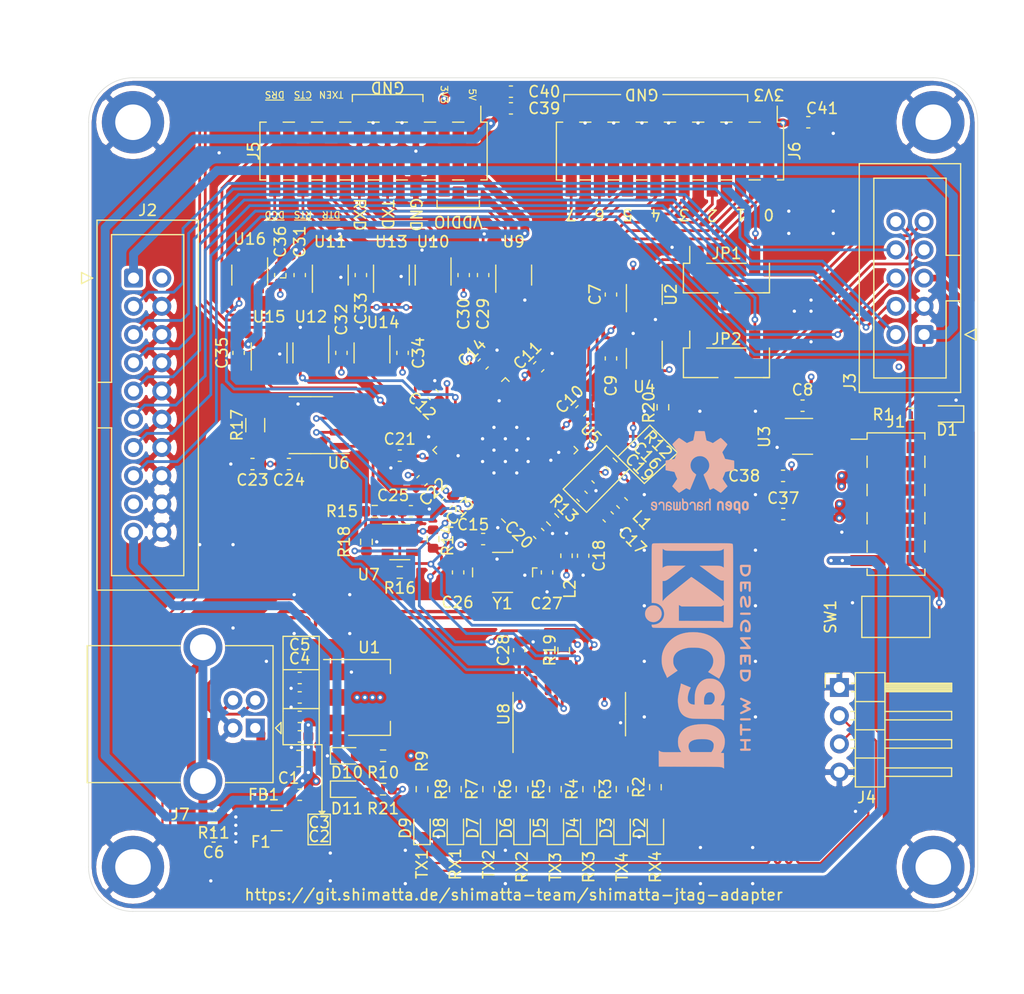
<source format=kicad_pcb>
(kicad_pcb (version 20171130) (host pcbnew 5.1.10)

  (general
    (thickness 1.6)
    (drawings 105)
    (tracks 1423)
    (zones 0)
    (modules 111)
    (nets 88)
  )

  (page A4)
  (title_block
    (title "Shimatta Jtag Adapter")
    (date 2021-05-14)
    (rev v1.0)
    (company Shimatta)
  )

  (layers
    (0 F.Cu signal)
    (1 In1.Cu power)
    (2 In2.Cu power)
    (31 B.Cu signal)
    (32 B.Adhes user)
    (33 F.Adhes user)
    (34 B.Paste user)
    (35 F.Paste user)
    (36 B.SilkS user)
    (37 F.SilkS user)
    (38 B.Mask user)
    (39 F.Mask user)
    (40 Dwgs.User user)
    (41 Cmts.User user)
    (42 Eco1.User user)
    (43 Eco2.User user)
    (44 Edge.Cuts user)
    (45 Margin user)
    (46 B.CrtYd user)
    (47 F.CrtYd user)
    (48 B.Fab user hide)
    (49 F.Fab user hide)
  )

  (setup
    (last_trace_width 0.8)
    (user_trace_width 0.3)
    (user_trace_width 0.6)
    (user_trace_width 0.8)
    (trace_clearance 0.2)
    (zone_clearance 0.254)
    (zone_45_only no)
    (trace_min 0.2)
    (via_size 0.6)
    (via_drill 0.3)
    (via_min_size 0.4)
    (via_min_drill 0.3)
    (user_via 0.9 0.5)
    (uvia_size 0.3)
    (uvia_drill 0.1)
    (uvias_allowed no)
    (uvia_min_size 0.2)
    (uvia_min_drill 0.1)
    (edge_width 0.05)
    (segment_width 0.2)
    (pcb_text_width 0.3)
    (pcb_text_size 1.5 1.5)
    (mod_edge_width 0.12)
    (mod_text_size 1 1)
    (mod_text_width 0.15)
    (pad_size 4.35 4.35)
    (pad_drill 0)
    (pad_to_mask_clearance 0)
    (aux_axis_origin 25 25)
    (grid_origin 25 25)
    (visible_elements FFFFFF7F)
    (pcbplotparams
      (layerselection 0x010fc_ffffffff)
      (usegerberextensions false)
      (usegerberattributes true)
      (usegerberadvancedattributes true)
      (creategerberjobfile true)
      (excludeedgelayer true)
      (linewidth 0.100000)
      (plotframeref false)
      (viasonmask false)
      (mode 1)
      (useauxorigin false)
      (hpglpennumber 1)
      (hpglpenspeed 20)
      (hpglpendiameter 15.000000)
      (psnegative false)
      (psa4output false)
      (plotreference true)
      (plotvalue true)
      (plotinvisibletext false)
      (padsonsilk false)
      (subtractmaskfromsilk false)
      (outputformat 1)
      (mirror false)
      (drillshape 1)
      (scaleselection 1)
      (outputdirectory ""))
  )

  (net 0 "")
  (net 1 GND)
  (net 2 +5V)
  (net 3 +3V3)
  (net 4 "Net-(C6-Pad2)")
  (net 5 /TARGET_VDDIO)
  (net 6 /FT4232H/VCORE)
  (net 7 "Net-(C17-Pad1)")
  (net 8 "Net-(C18-Pad1)")
  (net 9 "Net-(C26-Pad1)")
  (net 10 "Net-(C27-Pad1)")
  (net 11 /UART3_VDDIO)
  (net 12 "Net-(D1-Pad2)")
  (net 13 "Net-(D2-Pad2)")
  (net 14 "Net-(D3-Pad2)")
  (net 15 "Net-(D4-Pad2)")
  (net 16 "Net-(D5-Pad2)")
  (net 17 "Net-(D6-Pad2)")
  (net 18 "Net-(D7-Pad2)")
  (net 19 "Net-(D8-Pad2)")
  (net 20 "Net-(D9-Pad2)")
  (net 21 "Net-(D10-Pad2)")
  (net 22 /TEST_VCC_GND)
  (net 23 /~RTS~_VDDIO)
  (net 24 /~TARGET_RESET)
  (net 25 /TDO_SWO)
  (net 26 /RTCLK)
  (net 27 /TCK_SWCLK)
  (net 28 /TMS_SWDIO)
  (net 29 /TDI)
  (net 30 /~TRST)
  (net 31 "Net-(J3-Pad9)")
  (net 32 "Net-(J3-Pad7)")
  (net 33 /RS485-)
  (net 34 /RS485+)
  (net 35 "/UART3 Level Translation/~DCD3~_VDDIO")
  (net 36 "/UART3 Level Translation/~DSR3~_VDDIO")
  (net 37 "/UART3 Level Translation/~RTS3~_VDDIO")
  (net 38 "/UART3 Level Translation/~DTR3~_VDDIO")
  (net 39 "/UART3 Level Translation/TXDEN3_VDDIO")
  (net 40 "/UART3 Level Translation/RXD3_VDDIO")
  (net 41 "/UART3 Level Translation/TXD3_VDDIO")
  (net 42 /FT4232H/MPSSE2_7)
  (net 43 /FT4232H/MPSSE2_6)
  (net 44 /FT4232H/MPSSE2_5)
  (net 45 /FT4232H/MPSSE2_4)
  (net 46 /FT4232H/MPSSE2_3)
  (net 47 /FT4232H/MPSSE2_2)
  (net 48 /FT4232H/MPSSE2_1)
  (net 49 /FT4232H/MPSSE2_0)
  (net 50 /D+)
  (net 51 /D-)
  (net 52 "/Level trans Programming Connector/OUT_VDDIO")
  (net 53 "/Level trans Programming Connector/IN_VDDIO")
  (net 54 /FT4232H/D_RX_ACT)
  (net 55 /FT4232H/D_TX_ACT)
  (net 56 /FT4232H/C_RX_ACT)
  (net 57 /FT4232H/C_TX_ACT)
  (net 58 /FT4232H/B_RX_ACT)
  (net 59 /FT4232H/B_TX_ACT)
  (net 60 /FT4232H/A_RX_ACT)
  (net 61 /FT4232H/A_TX_ACT)
  (net 62 "Net-(R12-Pad1)")
  (net 63 "Net-(R13-Pad1)")
  (net 64 /FT4232H/EECS)
  (net 65 "Net-(R15-Pad2)")
  (net 66 /FT4232H/EECLK)
  (net 67 /FT4232H/EEDATA)
  (net 68 /FT4232H/~PWREN)
  (net 69 "/Level trans Programming Connector/IN_3V3")
  (net 70 "/Level trans Programming Connector/RTS_3V3")
  (net 71 "/Level trans Programming Connector/OUT_3V3")
  (net 72 /FT4232H/TXEN4)
  (net 73 /FT4232H/RXD4)
  (net 74 /FT4232H/TXD4)
  (net 75 /FT4232H/TXDEN3)
  (net 76 /FT4232H/~DCD3)
  (net 77 /FT4232H/~DSR3)
  (net 78 /FT4232H/~DTR3)
  (net 79 /FT4232H/~RTS3)
  (net 80 /FT4232H/RXD3)
  (net 81 /FT4232H/TXD3)
  (net 82 "/UART3 Level Translation/~CTS3~_VDDIO")
  (net 83 /FT4232H/~CTS3)
  (net 84 /JTAG_5V_SUPPLY)
  (net 85 "Net-(D11-Pad2)")
  (net 86 "Net-(F1-Pad2)")
  (net 87 "Net-(F1-Pad1)")

  (net_class Default "This is the default net class."
    (clearance 0.2)
    (trace_width 0.25)
    (via_dia 0.6)
    (via_drill 0.3)
    (uvia_dia 0.3)
    (uvia_drill 0.1)
    (diff_pair_width 0.25)
    (diff_pair_gap 0.25)
    (add_net +3V3)
    (add_net +5V)
    (add_net /FT4232H/A_RX_ACT)
    (add_net /FT4232H/A_TX_ACT)
    (add_net /FT4232H/B_RX_ACT)
    (add_net /FT4232H/B_TX_ACT)
    (add_net /FT4232H/C_RX_ACT)
    (add_net /FT4232H/C_TX_ACT)
    (add_net /FT4232H/D_RX_ACT)
    (add_net /FT4232H/D_TX_ACT)
    (add_net /FT4232H/EECLK)
    (add_net /FT4232H/EECS)
    (add_net /FT4232H/EEDATA)
    (add_net /FT4232H/MPSSE2_0)
    (add_net /FT4232H/MPSSE2_1)
    (add_net /FT4232H/MPSSE2_2)
    (add_net /FT4232H/MPSSE2_3)
    (add_net /FT4232H/MPSSE2_4)
    (add_net /FT4232H/MPSSE2_5)
    (add_net /FT4232H/MPSSE2_6)
    (add_net /FT4232H/MPSSE2_7)
    (add_net /FT4232H/RXD3)
    (add_net /FT4232H/RXD4)
    (add_net /FT4232H/TXD3)
    (add_net /FT4232H/TXD4)
    (add_net /FT4232H/TXDEN3)
    (add_net /FT4232H/TXEN4)
    (add_net /FT4232H/VCORE)
    (add_net /FT4232H/~CTS3)
    (add_net /FT4232H/~DCD3)
    (add_net /FT4232H/~DSR3)
    (add_net /FT4232H/~DTR3)
    (add_net /FT4232H/~PWREN)
    (add_net /FT4232H/~RTS3)
    (add_net /JTAG_5V_SUPPLY)
    (add_net "/Level trans Programming Connector/IN_3V3")
    (add_net "/Level trans Programming Connector/IN_VDDIO")
    (add_net "/Level trans Programming Connector/OUT_3V3")
    (add_net "/Level trans Programming Connector/OUT_VDDIO")
    (add_net "/Level trans Programming Connector/RTS_3V3")
    (add_net /RTCLK)
    (add_net /TARGET_VDDIO)
    (add_net /TCK_SWCLK)
    (add_net /TDI)
    (add_net /TDO_SWO)
    (add_net /TEST_VCC_GND)
    (add_net /TMS_SWDIO)
    (add_net "/UART3 Level Translation/RXD3_VDDIO")
    (add_net "/UART3 Level Translation/TXD3_VDDIO")
    (add_net "/UART3 Level Translation/TXDEN3_VDDIO")
    (add_net "/UART3 Level Translation/~CTS3~_VDDIO")
    (add_net "/UART3 Level Translation/~DCD3~_VDDIO")
    (add_net "/UART3 Level Translation/~DSR3~_VDDIO")
    (add_net "/UART3 Level Translation/~DTR3~_VDDIO")
    (add_net "/UART3 Level Translation/~RTS3~_VDDIO")
    (add_net /UART3_VDDIO)
    (add_net /~RTS~_VDDIO)
    (add_net /~TARGET_RESET)
    (add_net /~TRST)
    (add_net GND)
    (add_net "Net-(C17-Pad1)")
    (add_net "Net-(C18-Pad1)")
    (add_net "Net-(C26-Pad1)")
    (add_net "Net-(C27-Pad1)")
    (add_net "Net-(C6-Pad2)")
    (add_net "Net-(D1-Pad2)")
    (add_net "Net-(D10-Pad2)")
    (add_net "Net-(D11-Pad2)")
    (add_net "Net-(D2-Pad2)")
    (add_net "Net-(D3-Pad2)")
    (add_net "Net-(D4-Pad2)")
    (add_net "Net-(D5-Pad2)")
    (add_net "Net-(D6-Pad2)")
    (add_net "Net-(D7-Pad2)")
    (add_net "Net-(D8-Pad2)")
    (add_net "Net-(D9-Pad2)")
    (add_net "Net-(F1-Pad1)")
    (add_net "Net-(F1-Pad2)")
    (add_net "Net-(J3-Pad7)")
    (add_net "Net-(J3-Pad9)")
    (add_net "Net-(R12-Pad1)")
    (add_net "Net-(R13-Pad1)")
    (add_net "Net-(R15-Pad2)")
  )

  (net_class RS485 ""
    (clearance 0.5)
    (trace_width 0.2)
    (via_dia 0.6)
    (via_drill 0.3)
    (uvia_dia 0.3)
    (uvia_drill 0.1)
    (diff_pair_width 0.2)
    (diff_pair_gap 0.5)
    (add_net /RS485+)
    (add_net /RS485-)
  )

  (net_class USB ""
    (clearance 0.2)
    (trace_width 0.25)
    (via_dia 0.6)
    (via_drill 0.3)
    (uvia_dia 0.3)
    (uvia_drill 0.1)
    (diff_pair_width 0.3)
    (diff_pair_gap 0.25)
    (add_net /D+)
    (add_net /D-)
  )

  (module Fuse:Fuse_1206_3216Metric_Castellated (layer F.Cu) (tedit 5F68FEF1) (tstamp 60A997D9)
    (at 41.925 91.825 180)
    (descr "Fuse SMD 1206 (3216 Metric), castellated end terminal, IPC_7351. (Body size source: http://www.tortai-tech.com/upload/download/2011102023233369053.pdf), generated with kicad-footprint-generator")
    (tags "fuse castellated")
    (path /60AC7798)
    (attr smd)
    (fp_text reference F1 (at 1.425 -1.925) (layer F.SilkS)
      (effects (font (size 1 1) (thickness 0.15)))
    )
    (fp_text value PTS12066V050 (at 0 1.78) (layer F.Fab)
      (effects (font (size 1 1) (thickness 0.15)))
    )
    (fp_text user %R (at 0 0) (layer F.Fab)
      (effects (font (size 0.8 0.8) (thickness 0.12)))
    )
    (fp_line (start -1.6 0.8) (end -1.6 -0.8) (layer F.Fab) (width 0.1))
    (fp_line (start -1.6 -0.8) (end 1.6 -0.8) (layer F.Fab) (width 0.1))
    (fp_line (start 1.6 -0.8) (end 1.6 0.8) (layer F.Fab) (width 0.1))
    (fp_line (start 1.6 0.8) (end -1.6 0.8) (layer F.Fab) (width 0.1))
    (fp_line (start -0.490455 -0.91) (end 0.490455 -0.91) (layer F.SilkS) (width 0.12))
    (fp_line (start -0.490455 0.91) (end 0.490455 0.91) (layer F.SilkS) (width 0.12))
    (fp_line (start -2.48 1.08) (end -2.48 -1.08) (layer F.CrtYd) (width 0.05))
    (fp_line (start -2.48 -1.08) (end 2.48 -1.08) (layer F.CrtYd) (width 0.05))
    (fp_line (start 2.48 -1.08) (end 2.48 1.08) (layer F.CrtYd) (width 0.05))
    (fp_line (start 2.48 1.08) (end -2.48 1.08) (layer F.CrtYd) (width 0.05))
    (pad 2 smd roundrect (at 1.425 0 180) (size 1.6 1.65) (layers F.Cu F.Paste F.Mask) (roundrect_rratio 0.15625)
      (net 86 "Net-(F1-Pad2)"))
    (pad 1 smd roundrect (at -1.425 0 180) (size 1.6 1.65) (layers F.Cu F.Paste F.Mask) (roundrect_rratio 0.15625)
      (net 87 "Net-(F1-Pad1)"))
    (model ${KISYS3DMOD}/Fuse.3dshapes/Fuse_1206_3216Metric_Castellated.wrl
      (at (xyz 0 0 0))
      (scale (xyz 1 1 1))
      (rotate (xyz 0 0 0))
    )
  )

  (module Resistor_SMD:R_0603_1608Metric (layer F.Cu) (tedit 5F68FEEE) (tstamp 60A24EC1)
    (at 51.5 89)
    (descr "Resistor SMD 0603 (1608 Metric), square (rectangular) end terminal, IPC_7351 nominal, (Body size source: IPC-SM-782 page 72, https://www.pcb-3d.com/wordpress/wp-content/uploads/ipc-sm-782a_amendment_1_and_2.pdf), generated with kicad-footprint-generator")
    (tags resistor)
    (path /60B7FDBF)
    (attr smd)
    (fp_text reference R21 (at 0 1.75) (layer F.SilkS)
      (effects (font (size 1 1) (thickness 0.15)))
    )
    (fp_text value 1k5 (at 0 1.43) (layer F.Fab)
      (effects (font (size 1 1) (thickness 0.15)))
    )
    (fp_line (start -0.8 0.4125) (end -0.8 -0.4125) (layer F.Fab) (width 0.1))
    (fp_line (start -0.8 -0.4125) (end 0.8 -0.4125) (layer F.Fab) (width 0.1))
    (fp_line (start 0.8 -0.4125) (end 0.8 0.4125) (layer F.Fab) (width 0.1))
    (fp_line (start 0.8 0.4125) (end -0.8 0.4125) (layer F.Fab) (width 0.1))
    (fp_line (start -0.237258 -0.5225) (end 0.237258 -0.5225) (layer F.SilkS) (width 0.12))
    (fp_line (start -0.237258 0.5225) (end 0.237258 0.5225) (layer F.SilkS) (width 0.12))
    (fp_line (start -1.48 0.73) (end -1.48 -0.73) (layer F.CrtYd) (width 0.05))
    (fp_line (start -1.48 -0.73) (end 1.48 -0.73) (layer F.CrtYd) (width 0.05))
    (fp_line (start 1.48 -0.73) (end 1.48 0.73) (layer F.CrtYd) (width 0.05))
    (fp_line (start 1.48 0.73) (end -1.48 0.73) (layer F.CrtYd) (width 0.05))
    (fp_text user %R (at 0 0) (layer F.Fab)
      (effects (font (size 0.4 0.4) (thickness 0.06)))
    )
    (pad 2 smd roundrect (at 0.825 0) (size 0.8 0.95) (layers F.Cu F.Paste F.Mask) (roundrect_rratio 0.25)
      (net 84 /JTAG_5V_SUPPLY))
    (pad 1 smd roundrect (at -0.825 0) (size 0.8 0.95) (layers F.Cu F.Paste F.Mask) (roundrect_rratio 0.25)
      (net 85 "Net-(D11-Pad2)"))
    (model ${KISYS3DMOD}/Resistor_SMD.3dshapes/R_0603_1608Metric.wrl
      (at (xyz 0 0 0))
      (scale (xyz 1 1 1))
      (rotate (xyz 0 0 0))
    )
  )

  (module LED_SMD:LED_0603_1608Metric (layer F.Cu) (tedit 5F68FEF1) (tstamp 60A24764)
    (at 48.25 89)
    (descr "LED SMD 0603 (1608 Metric), square (rectangular) end terminal, IPC_7351 nominal, (Body size source: http://www.tortai-tech.com/upload/download/2011102023233369053.pdf), generated with kicad-footprint-generator")
    (tags LED)
    (path /60B78CA4)
    (attr smd)
    (fp_text reference D11 (at 0 1.75) (layer F.SilkS)
      (effects (font (size 1 1) (thickness 0.15)))
    )
    (fp_text value R (at 0 1.43) (layer F.Fab)
      (effects (font (size 1 1) (thickness 0.15)))
    )
    (fp_line (start 0.8 -0.4) (end -0.5 -0.4) (layer F.Fab) (width 0.1))
    (fp_line (start -0.5 -0.4) (end -0.8 -0.1) (layer F.Fab) (width 0.1))
    (fp_line (start -0.8 -0.1) (end -0.8 0.4) (layer F.Fab) (width 0.1))
    (fp_line (start -0.8 0.4) (end 0.8 0.4) (layer F.Fab) (width 0.1))
    (fp_line (start 0.8 0.4) (end 0.8 -0.4) (layer F.Fab) (width 0.1))
    (fp_line (start 0.8 -0.735) (end -1.485 -0.735) (layer F.SilkS) (width 0.12))
    (fp_line (start -1.485 -0.735) (end -1.485 0.735) (layer F.SilkS) (width 0.12))
    (fp_line (start -1.485 0.735) (end 0.8 0.735) (layer F.SilkS) (width 0.12))
    (fp_line (start -1.48 0.73) (end -1.48 -0.73) (layer F.CrtYd) (width 0.05))
    (fp_line (start -1.48 -0.73) (end 1.48 -0.73) (layer F.CrtYd) (width 0.05))
    (fp_line (start 1.48 -0.73) (end 1.48 0.73) (layer F.CrtYd) (width 0.05))
    (fp_line (start 1.48 0.73) (end -1.48 0.73) (layer F.CrtYd) (width 0.05))
    (fp_text user %R (at 0 0) (layer F.Fab)
      (effects (font (size 0.4 0.4) (thickness 0.06)))
    )
    (pad 2 smd roundrect (at 0.7875 0) (size 0.875 0.95) (layers F.Cu F.Paste F.Mask) (roundrect_rratio 0.25)
      (net 85 "Net-(D11-Pad2)"))
    (pad 1 smd roundrect (at -0.7875 0) (size 0.875 0.95) (layers F.Cu F.Paste F.Mask) (roundrect_rratio 0.25)
      (net 1 GND))
    (model ${KISYS3DMOD}/LED_SMD.3dshapes/LED_0603_1608Metric.wrl
      (at (xyz 0 0 0))
      (scale (xyz 1 1 1))
      (rotate (xyz 0 0 0))
    )
  )

  (module Connector_PinHeader_2.54mm:PinHeader_2x05_P2.54mm_Vertical_SMD (layer F.Cu) (tedit 59FED5CC) (tstamp 60A2169F)
    (at 97.644 63.354)
    (descr "surface-mounted straight pin header, 2x05, 2.54mm pitch, double rows")
    (tags "Surface mounted pin header SMD 2x05 2.54mm double row")
    (path /60ACE56C)
    (attr smd)
    (fp_text reference J1 (at 0 -7.41) (layer F.SilkS)
      (effects (font (size 1 1) (thickness 0.15)))
    )
    (fp_text value Conn_02x05_Odd_Even (at 0 7.41) (layer F.Fab)
      (effects (font (size 1 1) (thickness 0.15)))
    )
    (fp_line (start 2.54 6.35) (end -2.54 6.35) (layer F.Fab) (width 0.1))
    (fp_line (start -1.59 -6.35) (end 2.54 -6.35) (layer F.Fab) (width 0.1))
    (fp_line (start -2.54 6.35) (end -2.54 -5.4) (layer F.Fab) (width 0.1))
    (fp_line (start -2.54 -5.4) (end -1.59 -6.35) (layer F.Fab) (width 0.1))
    (fp_line (start 2.54 -6.35) (end 2.54 6.35) (layer F.Fab) (width 0.1))
    (fp_line (start -2.54 -5.4) (end -3.6 -5.4) (layer F.Fab) (width 0.1))
    (fp_line (start -3.6 -5.4) (end -3.6 -4.76) (layer F.Fab) (width 0.1))
    (fp_line (start -3.6 -4.76) (end -2.54 -4.76) (layer F.Fab) (width 0.1))
    (fp_line (start 2.54 -5.4) (end 3.6 -5.4) (layer F.Fab) (width 0.1))
    (fp_line (start 3.6 -5.4) (end 3.6 -4.76) (layer F.Fab) (width 0.1))
    (fp_line (start 3.6 -4.76) (end 2.54 -4.76) (layer F.Fab) (width 0.1))
    (fp_line (start -2.54 -2.86) (end -3.6 -2.86) (layer F.Fab) (width 0.1))
    (fp_line (start -3.6 -2.86) (end -3.6 -2.22) (layer F.Fab) (width 0.1))
    (fp_line (start -3.6 -2.22) (end -2.54 -2.22) (layer F.Fab) (width 0.1))
    (fp_line (start 2.54 -2.86) (end 3.6 -2.86) (layer F.Fab) (width 0.1))
    (fp_line (start 3.6 -2.86) (end 3.6 -2.22) (layer F.Fab) (width 0.1))
    (fp_line (start 3.6 -2.22) (end 2.54 -2.22) (layer F.Fab) (width 0.1))
    (fp_line (start -2.54 -0.32) (end -3.6 -0.32) (layer F.Fab) (width 0.1))
    (fp_line (start -3.6 -0.32) (end -3.6 0.32) (layer F.Fab) (width 0.1))
    (fp_line (start -3.6 0.32) (end -2.54 0.32) (layer F.Fab) (width 0.1))
    (fp_line (start 2.54 -0.32) (end 3.6 -0.32) (layer F.Fab) (width 0.1))
    (fp_line (start 3.6 -0.32) (end 3.6 0.32) (layer F.Fab) (width 0.1))
    (fp_line (start 3.6 0.32) (end 2.54 0.32) (layer F.Fab) (width 0.1))
    (fp_line (start -2.54 2.22) (end -3.6 2.22) (layer F.Fab) (width 0.1))
    (fp_line (start -3.6 2.22) (end -3.6 2.86) (layer F.Fab) (width 0.1))
    (fp_line (start -3.6 2.86) (end -2.54 2.86) (layer F.Fab) (width 0.1))
    (fp_line (start 2.54 2.22) (end 3.6 2.22) (layer F.Fab) (width 0.1))
    (fp_line (start 3.6 2.22) (end 3.6 2.86) (layer F.Fab) (width 0.1))
    (fp_line (start 3.6 2.86) (end 2.54 2.86) (layer F.Fab) (width 0.1))
    (fp_line (start -2.54 4.76) (end -3.6 4.76) (layer F.Fab) (width 0.1))
    (fp_line (start -3.6 4.76) (end -3.6 5.4) (layer F.Fab) (width 0.1))
    (fp_line (start -3.6 5.4) (end -2.54 5.4) (layer F.Fab) (width 0.1))
    (fp_line (start 2.54 4.76) (end 3.6 4.76) (layer F.Fab) (width 0.1))
    (fp_line (start 3.6 4.76) (end 3.6 5.4) (layer F.Fab) (width 0.1))
    (fp_line (start 3.6 5.4) (end 2.54 5.4) (layer F.Fab) (width 0.1))
    (fp_line (start -2.6 -6.41) (end 2.6 -6.41) (layer F.SilkS) (width 0.12))
    (fp_line (start -2.6 6.41) (end 2.6 6.41) (layer F.SilkS) (width 0.12))
    (fp_line (start -4.04 -5.84) (end -2.6 -5.84) (layer F.SilkS) (width 0.12))
    (fp_line (start -2.6 -6.41) (end -2.6 -5.84) (layer F.SilkS) (width 0.12))
    (fp_line (start 2.6 -6.41) (end 2.6 -5.84) (layer F.SilkS) (width 0.12))
    (fp_line (start -2.6 5.84) (end -2.6 6.41) (layer F.SilkS) (width 0.12))
    (fp_line (start 2.6 5.84) (end 2.6 6.41) (layer F.SilkS) (width 0.12))
    (fp_line (start -2.6 -4.32) (end -2.6 -3.3) (layer F.SilkS) (width 0.12))
    (fp_line (start 2.6 -4.32) (end 2.6 -3.3) (layer F.SilkS) (width 0.12))
    (fp_line (start -2.6 -1.78) (end -2.6 -0.76) (layer F.SilkS) (width 0.12))
    (fp_line (start 2.6 -1.78) (end 2.6 -0.76) (layer F.SilkS) (width 0.12))
    (fp_line (start -2.6 0.76) (end -2.6 1.78) (layer F.SilkS) (width 0.12))
    (fp_line (start 2.6 0.76) (end 2.6 1.78) (layer F.SilkS) (width 0.12))
    (fp_line (start -2.6 3.3) (end -2.6 4.32) (layer F.SilkS) (width 0.12))
    (fp_line (start 2.6 3.3) (end 2.6 4.32) (layer F.SilkS) (width 0.12))
    (fp_line (start -5.9 -6.85) (end -5.9 6.85) (layer F.CrtYd) (width 0.05))
    (fp_line (start -5.9 6.85) (end 5.9 6.85) (layer F.CrtYd) (width 0.05))
    (fp_line (start 5.9 6.85) (end 5.9 -6.85) (layer F.CrtYd) (width 0.05))
    (fp_line (start 5.9 -6.85) (end -5.9 -6.85) (layer F.CrtYd) (width 0.05))
    (fp_text user %R (at 0 0 90) (layer F.Fab)
      (effects (font (size 1 1) (thickness 0.15)))
    )
    (pad 10 smd rect (at 2.525 5.08) (size 3.15 1) (layers F.Cu F.Paste F.Mask)
      (net 22 /TEST_VCC_GND))
    (pad 9 smd rect (at -2.525 5.08) (size 3.15 1) (layers F.Cu F.Paste F.Mask)
      (net 84 /JTAG_5V_SUPPLY))
    (pad 8 smd rect (at 2.525 2.54) (size 3.15 1) (layers F.Cu F.Paste F.Mask)
      (net 22 /TEST_VCC_GND))
    (pad 7 smd rect (at -2.525 2.54) (size 3.15 1) (layers F.Cu F.Paste F.Mask)
      (net 1 GND))
    (pad 6 smd rect (at 2.525 0) (size 3.15 1) (layers F.Cu F.Paste F.Mask)
      (net 22 /TEST_VCC_GND))
    (pad 5 smd rect (at -2.525 0) (size 3.15 1) (layers F.Cu F.Paste F.Mask)
      (net 2 +5V))
    (pad 4 smd rect (at 2.525 -2.54) (size 3.15 1) (layers F.Cu F.Paste F.Mask)
      (net 22 /TEST_VCC_GND))
    (pad 3 smd rect (at -2.525 -2.54) (size 3.15 1) (layers F.Cu F.Paste F.Mask)
      (net 3 +3V3))
    (pad 2 smd rect (at 2.525 -5.08) (size 3.15 1) (layers F.Cu F.Paste F.Mask)
      (net 22 /TEST_VCC_GND))
    (pad 1 smd rect (at -2.525 -5.08) (size 3.15 1) (layers F.Cu F.Paste F.Mask)
      (net 23 /~RTS~_VDDIO))
    (model ${KISYS3DMOD}/Connector_PinHeader_2.54mm.3dshapes/PinHeader_2x05_P2.54mm_Vertical_SMD.wrl
      (at (xyz 0 0 0))
      (scale (xyz 1 1 1))
      (rotate (xyz 0 0 0))
    )
  )

  (module Symbol:KiCad-Logo2_8mm_SilkScreen (layer B.Cu) (tedit 0) (tstamp 60A1DDF5)
    (at 79 77 270)
    (descr "KiCad Logo")
    (tags "Logo KiCad")
    (attr virtual)
    (fp_text reference REF** (at 0 6.35 270) (layer B.SilkS) hide
      (effects (font (size 1 1) (thickness 0.15)) (justify mirror))
    )
    (fp_text value KiCad-Logo2_8mm_SilkScreen (at 0 -7.62 270) (layer B.Fab) hide
      (effects (font (size 1 1) (thickness 0.15)) (justify mirror))
    )
    (fp_poly (pts (xy -7.974708 -4.606409) (xy -7.922143 -4.606944) (xy -7.768119 -4.61066) (xy -7.639125 -4.621699)
      (xy -7.530763 -4.641246) (xy -7.438638 -4.670483) (xy -7.358353 -4.710597) (xy -7.285512 -4.762769)
      (xy -7.259495 -4.785433) (xy -7.216337 -4.838462) (xy -7.177421 -4.910421) (xy -7.147427 -4.990184)
      (xy -7.131035 -5.066625) (xy -7.129332 -5.094872) (xy -7.140005 -5.173174) (xy -7.168607 -5.258705)
      (xy -7.210011 -5.339663) (xy -7.259095 -5.404246) (xy -7.267067 -5.412038) (xy -7.3346 -5.466808)
      (xy -7.408552 -5.509563) (xy -7.493188 -5.541423) (xy -7.592771 -5.563508) (xy -7.711566 -5.576938)
      (xy -7.853834 -5.582834) (xy -7.919 -5.583334) (xy -8.001855 -5.582935) (xy -8.060123 -5.581266)
      (xy -8.09927 -5.577622) (xy -8.124763 -5.571293) (xy -8.142068 -5.561574) (xy -8.151344 -5.553274)
      (xy -8.160106 -5.543192) (xy -8.166979 -5.530185) (xy -8.172192 -5.510769) (xy -8.175973 -5.48146)
      (xy -8.178551 -5.438773) (xy -8.180154 -5.379225) (xy -8.181011 -5.29933) (xy -8.181351 -5.195605)
      (xy -8.181403 -5.094872) (xy -8.181734 -4.960519) (xy -8.181662 -4.853192) (xy -8.180384 -4.801795)
      (xy -7.986019 -4.801795) (xy -7.986019 -5.387949) (xy -7.862025 -5.387835) (xy -7.787415 -5.385696)
      (xy -7.709272 -5.380183) (xy -7.644074 -5.372472) (xy -7.64209 -5.372155) (xy -7.536717 -5.346678)
      (xy -7.454986 -5.307) (xy -7.392816 -5.250538) (xy -7.353314 -5.189406) (xy -7.328974 -5.121593)
      (xy -7.330861 -5.057919) (xy -7.359109 -4.989665) (xy -7.414362 -4.919056) (xy -7.490927 -4.866735)
      (xy -7.590449 -4.831763) (xy -7.656961 -4.819386) (xy -7.732461 -4.810694) (xy -7.812479 -4.804404)
      (xy -7.880538 -4.801788) (xy -7.884569 -4.801776) (xy -7.986019 -4.801795) (xy -8.180384 -4.801795)
      (xy -8.17959 -4.769881) (xy -8.173915 -4.707579) (xy -8.163041 -4.663275) (xy -8.145368 -4.63396)
      (xy -8.119297 -4.616625) (xy -8.083229 -4.608261) (xy -8.035566 -4.605859) (xy -7.974708 -4.606409)) (layer B.SilkS) (width 0.01))
    (fp_poly (pts (xy -6.099384 -4.606516) (xy -6.006976 -4.607012) (xy -5.937227 -4.608165) (xy -5.886437 -4.610244)
      (xy -5.850905 -4.613515) (xy -5.826932 -4.618247) (xy -5.810818 -4.624707) (xy -5.798863 -4.633163)
      (xy -5.794533 -4.637055) (xy -5.768205 -4.678404) (xy -5.763465 -4.725916) (xy -5.780784 -4.768095)
      (xy -5.788793 -4.77662) (xy -5.801746 -4.784885) (xy -5.822602 -4.791261) (xy -5.85523 -4.796059)
      (xy -5.903496 -4.799588) (xy -5.971268 -4.802158) (xy -6.062414 -4.804081) (xy -6.145745 -4.805251)
      (xy -6.475546 -4.80931) (xy -6.48456 -4.98215) (xy -6.260696 -4.98215) (xy -6.163508 -4.982989)
      (xy -6.092357 -4.986496) (xy -6.043245 -4.994159) (xy -6.012171 -5.007467) (xy -5.995138 -5.027905)
      (xy -5.988146 -5.056963) (xy -5.987084 -5.083931) (xy -5.990384 -5.117021) (xy -6.002837 -5.141404)
      (xy -6.028274 -5.158353) (xy -6.070525 -5.169143) (xy -6.13342 -5.175048) (xy -6.220789 -5.177341)
      (xy -6.268475 -5.177535) (xy -6.48306 -5.177535) (xy -6.48306 -5.387949) (xy -6.152409 -5.387949)
      (xy -6.044024 -5.3881) (xy -5.961651 -5.388778) (xy -5.901243 -5.39032) (xy -5.858753 -5.393063)
      (xy -5.830135 -5.397345) (xy -5.811342 -5.403503) (xy -5.798328 -5.411873) (xy -5.791699 -5.418008)
      (xy -5.768961 -5.453813) (xy -5.76164 -5.485641) (xy -5.772093 -5.524518) (xy -5.791699 -5.553274)
      (xy -5.802159 -5.562327) (xy -5.815662 -5.569357) (xy -5.83584 -5.574618) (xy -5.866325 -5.578365)
      (xy -5.910749 -5.580854) (xy -5.972745 -5.582339) (xy -6.055945 -5.583075) (xy -6.163981 -5.583318)
      (xy -6.220043 -5.583334) (xy -6.340098 -5.583227) (xy -6.433728 -5.582739) (xy -6.504563 -5.581613)
      (xy -6.556235 -5.579595) (xy -6.592377 -5.57643) (xy -6.616622 -5.571863) (xy -6.632601 -5.56564)
      (xy -6.643947 -5.557504) (xy -6.648386 -5.553274) (xy -6.657171 -5.54316) (xy -6.664058 -5.530112)
      (xy -6.669275 -5.510634) (xy -6.673053 -5.481228) (xy -6.675624 -5.438398) (xy -6.677218 -5.378648)
      (xy -6.678065 -5.298481) (xy -6.678396 -5.194401) (xy -6.678445 -5.097492) (xy -6.6784 -4.973387)
      (xy -6.678088 -4.87583) (xy -6.677242 -4.80131) (xy -6.675596 -4.746315) (xy -6.672883 -4.707334)
      (xy -6.668837 -4.680857) (xy -6.663191 -4.66337) (xy -6.65568 -4.651364) (xy -6.646036 -4.641327)
      (xy -6.64366 -4.63909) (xy -6.632129 -4.629183) (xy -6.618732 -4.621512) (xy -6.59975 -4.61579)
      (xy -6.571469 -4.611732) (xy -6.530172 -4.609052) (xy -6.472142 -4.607466) (xy -6.393663 -4.606688)
      (xy -6.29102 -4.606432) (xy -6.21815 -4.60641) (xy -6.099384 -4.606516)) (layer B.SilkS) (width 0.01))
    (fp_poly (pts (xy -4.739942 -4.608121) (xy -4.640337 -4.615084) (xy -4.547698 -4.625959) (xy -4.467412 -4.640338)
      (xy -4.404862 -4.65781) (xy -4.365435 -4.677966) (xy -4.359383 -4.683899) (xy -4.338338 -4.729939)
      (xy -4.34472 -4.777204) (xy -4.377361 -4.817642) (xy -4.378918 -4.818801) (xy -4.398117 -4.831261)
      (xy -4.418159 -4.837813) (xy -4.446114 -4.838608) (xy -4.489053 -4.8338) (xy -4.554045 -4.823539)
      (xy -4.559273 -4.822675) (xy -4.656115 -4.810778) (xy -4.760598 -4.804909) (xy -4.865389 -4.804852)
      (xy -4.963156 -4.810391) (xy -5.046566 -4.821309) (xy -5.108287 -4.837389) (xy -5.112342 -4.839005)
      (xy -5.157118 -4.864093) (xy -5.17285 -4.889482) (xy -5.160534 -4.914451) (xy -5.121169 -4.93828)
      (xy -5.055752 -4.960246) (xy -4.96528 -4.97963) (xy -4.904954 -4.988962) (xy -4.779554 -5.006913)
      (xy -4.679819 -5.023323) (xy -4.6015 -5.039612) (xy -4.540347 -5.057202) (xy -4.492113 -5.077513)
      (xy -4.452549 -5.101967) (xy -4.417406 -5.131984) (xy -4.389165 -5.16146) (xy -4.355662 -5.202531)
      (xy -4.339173 -5.237846) (xy -4.334017 -5.281357) (xy -4.33383 -5.297292) (xy -4.337702 -5.350169)
      (xy -4.353181 -5.389507) (xy -4.379969 -5.424424) (xy -4.434413 -5.477798) (xy -4.495124 -5.518502)
      (xy -4.566612 -5.547864) (xy -4.65339 -5.567211) (xy -4.759968 -5.57787) (xy -4.890857 -5.581169)
      (xy -4.912469 -5.581113) (xy -4.999752 -5.579304) (xy -5.086313 -5.575193) (xy -5.162716 -5.56937)
      (xy -5.219524 -5.562425) (xy -5.224118 -5.561628) (xy -5.280599 -5.548248) (xy -5.328506 -5.531346)
      (xy -5.355627 -5.515895) (xy -5.380865 -5.47513) (xy -5.382623 -5.427662) (xy -5.360866 -5.385359)
      (xy -5.355998 -5.380576) (xy -5.335876 -5.366363) (xy -5.310712 -5.36024) (xy -5.271767 -5.361282)
      (xy -5.224489 -5.366698) (xy -5.171659 -5.371537) (xy -5.097602 -5.375619) (xy -5.011145 -5.378582)
      (xy -4.921117 -5.380061) (xy -4.897439 -5.380158) (xy -4.807076 -5.379794) (xy -4.740943 -5.37804)
      (xy -4.693221 -5.374287) (xy -4.658092 -5.367927) (xy -4.629736 -5.358351) (xy -4.612695 -5.350375)
      (xy -4.57525 -5.328229) (xy -4.551375 -5.308172) (xy -4.547886 -5.302487) (xy -4.555247 -5.279009)
      (xy -4.590241 -5.256281) (xy -4.650442 -5.235334) (xy -4.733425 -5.2172) (xy -4.757874 -5.213161)
      (xy -4.885576 -5.193103) (xy -4.987494 -5.176338) (xy -5.06756 -5.161647) (xy -5.129708 -5.147812)
      (xy -5.177872 -5.133615) (xy -5.215986 -5.117837) (xy -5.247984 -5.09926) (xy -5.277798 -5.076666)
      (xy -5.309364 -5.048837) (xy -5.319986 -5.03908) (xy -5.357227 -5.002666) (xy -5.376941 -4.973816)
      (xy -5.384653 -4.940802) (xy -5.385901 -4.899199) (xy -5.372169 -4.817615) (xy -5.331132 -4.748298)
      (xy -5.263024 -4.691472) (xy -5.168081 -4.647361) (xy -5.100338 -4.627576) (xy -5.026713 -4.614797)
      (xy -4.938515 -4.607568) (xy -4.84113 -4.605479) (xy -4.739942 -4.608121)) (layer B.SilkS) (width 0.01))
    (fp_poly (pts (xy -3.717617 -4.63647) (xy -3.708855 -4.646552) (xy -3.701982 -4.659559) (xy -3.696769 -4.678975)
      (xy -3.692988 -4.708284) (xy -3.69041 -4.750971) (xy -3.688807 -4.810519) (xy -3.687949 -4.890414)
      (xy -3.68761 -4.99414) (xy -3.687557 -5.094872) (xy -3.68765 -5.219816) (xy -3.688081 -5.318185)
      (xy -3.689077 -5.393465) (xy -3.690869 -5.449138) (xy -3.693683 -5.48869) (xy -3.69775 -5.515605)
      (xy -3.703296 -5.533367) (xy -3.710551 -5.545461) (xy -3.717617 -5.553274) (xy -3.761556 -5.579476)
      (xy -3.808374 -5.577125) (xy -3.850263 -5.548548) (xy -3.859888 -5.537391) (xy -3.867409 -5.524447)
      (xy -3.873088 -5.506136) (xy -3.877181 -5.478882) (xy -3.879949 -5.439104) (xy -3.88165 -5.383226)
      (xy -3.882543 -5.307668) (xy -3.882887 -5.208852) (xy -3.882942 -5.096978) (xy -3.882942 -4.680192)
      (xy -3.846051 -4.643301) (xy -3.800579 -4.612264) (xy -3.75647 -4.611145) (xy -3.717617 -4.63647)) (layer B.SilkS) (width 0.01))
    (fp_poly (pts (xy -2.421216 -4.613776) (xy -2.329995 -4.629082) (xy -2.259936 -4.652875) (xy -2.214358 -4.684204)
      (xy -2.201938 -4.702078) (xy -2.189308 -4.743649) (xy -2.197807 -4.781256) (xy -2.224639 -4.816919)
      (xy -2.26633 -4.833603) (xy -2.326824 -4.832248) (xy -2.373613 -4.823209) (xy -2.477582 -4.805987)
      (xy -2.583834 -4.804351) (xy -2.702763 -4.818329) (xy -2.735614 -4.824252) (xy -2.846199 -4.855431)
      (xy -2.932713 -4.90181) (xy -2.994207 -4.962599) (xy -3.029732 -5.037008) (xy -3.037079 -5.075478)
      (xy -3.03227 -5.153527) (xy -3.00122 -5.222581) (xy -2.94676 -5.281293) (xy -2.871718 -5.328317)
      (xy -2.778924 -5.362307) (xy -2.671206 -5.381918) (xy -2.551395 -5.385805) (xy -2.422319 -5.37262)
      (xy -2.415031 -5.371376) (xy -2.363692 -5.361814) (xy -2.335226 -5.352578) (xy -2.322888 -5.338873)
      (xy -2.319932 -5.315906) (xy -2.319865 -5.303743) (xy -2.319865 -5.252683) (xy -2.411031 -5.252683)
      (xy -2.491536 -5.247168) (xy -2.546475 -5.229594) (xy -2.57844 -5.198417) (xy -2.590026 -5.152094)
      (xy -2.590167 -5.146048) (xy -2.583389 -5.106453) (xy -2.560145 -5.078181) (xy -2.516884 -5.059471)
      (xy -2.450055 -5.048564) (xy -2.385324 -5.044554) (xy -2.291241 -5.042253) (xy -2.222998 -5.045764)
      (xy -2.176455 -5.058719) (xy -2.147472 -5.08475) (xy -2.131909 -5.127491) (xy -2.125625 -5.190574)
      (xy -2.12448 -5.273428) (xy -2.126356 -5.36591) (xy -2.132 -5.428818) (xy -2.141436 -5.462403)
      (xy -2.143267 -5.465033) (xy -2.195079 -5.506998) (xy -2.271044 -5.540232) (xy -2.366346 -5.564023)
      (xy -2.47617 -5.577663) (xy -2.5957 -5.580442) (xy -2.72012 -5.571649) (xy -2.793297 -5.560849)
      (xy -2.908074 -5.528362) (xy -3.01475 -5.47525) (xy -3.104065 -5.406319) (xy -3.11764 -5.392542)
      (xy -3.161746 -5.334622) (xy -3.201543 -5.26284) (xy -3.232381 -5.187583) (xy -3.249611 -5.119241)
      (xy -3.251688 -5.092993) (xy -3.242847 -5.038241) (xy -3.219349 -4.970119) (xy -3.185703 -4.898414)
      (xy -3.146418 -4.832913) (xy -3.111709 -4.789162) (xy -3.030557 -4.724083) (xy -2.925652 -4.672285)
      (xy -2.800754 -4.634938) (xy -2.659621 -4.613217) (xy -2.530279 -4.607909) (xy -2.421216 -4.613776)) (layer B.SilkS) (width 0.01))
    (fp_poly (pts (xy -1.555874 -4.612244) (xy -1.524499 -4.630649) (xy -1.483476 -4.660749) (xy -1.430678 -4.70396)
      (xy -1.363979 -4.761702) (xy -1.281253 -4.835392) (xy -1.180374 -4.926448) (xy -1.064895 -5.031138)
      (xy -0.824421 -5.249207) (xy -0.816906 -4.956508) (xy -0.814193 -4.855754) (xy -0.811576 -4.780722)
      (xy -0.808474 -4.727084) (xy -0.80431 -4.69051) (xy -0.798505 -4.666671) (xy -0.790478 -4.651238)
      (xy -0.779651 -4.639882) (xy -0.77391 -4.63511) (xy -0.727937 -4.609877) (xy -0.684191 -4.613566)
      (xy -0.649489 -4.635123) (xy -0.614007 -4.663835) (xy -0.609594 -5.08315) (xy -0.608373 -5.206471)
      (xy -0.607751 -5.303348) (xy -0.607944 -5.377394) (xy -0.609168 -5.432221) (xy -0.611638 -5.471443)
      (xy -0.615568 -5.498673) (xy -0.621174 -5.517523) (xy -0.628672 -5.531605) (xy -0.636987 -5.542899)
      (xy -0.654976 -5.563846) (xy -0.672875 -5.577731) (xy -0.693166 -5.58306) (xy -0.718332 -5.57834)
      (xy -0.750854 -5.562077) (xy -0.793217 -5.532777) (xy -0.847902 -5.488946) (xy -0.917391 -5.429091)
      (xy -1.004169 -5.351718) (xy -1.102469 -5.262814) (xy -1.455664 -4.942435) (xy -1.463179 -5.234177)
      (xy -1.465897 -5.334747) (xy -1.468521 -5.409604) (xy -1.471633 -5.463084) (xy -1.475816 -5.499526)
      (xy -1.481651 -5.523268) (xy -1.48972 -5.538646) (xy -1.500605 -5.55) (xy -1.506175 -5.554626)
      (xy -1.55541 -5.580042) (xy -1.601931 -5.576209) (xy -1.642443 -5.543733) (xy -1.65171 -5.530667)
      (xy -1.658933 -5.515409) (xy -1.664366 -5.494296) (xy -1.668262 -5.463669) (xy -1.670875 -5.419866)
      (xy -1.672461 -5.359227) (xy -1.673272 -5.278091) (xy -1.673562 -5.172797) (xy -1.673593 -5.094872)
      (xy -1.673495 -4.972988) (xy -1.673033 -4.877503) (xy -1.671951 -4.804755) (xy -1.669997 -4.751083)
      (xy -1.666916 -4.712827) (xy -1.662454 -4.686327) (xy -1.656357 -4.66792) (xy -1.648371 -4.653948)
      (xy -1.642443 -4.646011) (xy -1.627416 -4.627212) (xy -1.613372 -4.613017) (xy -1.598184 -4.604846)
      (xy -1.579727 -4.604116) (xy -1.555874 -4.612244)) (layer B.SilkS) (width 0.01))
    (fp_poly (pts (xy 0.481716 -4.606667) (xy 0.583377 -4.607884) (xy 0.661282 -4.61073) (xy 0.718581 -4.615874)
      (xy 0.758427 -4.623984) (xy 0.783968 -4.635731) (xy 0.798357 -4.651782) (xy 0.804745 -4.672808)
      (xy 0.806281 -4.699476) (xy 0.806289 -4.702626) (xy 0.804955 -4.73279) (xy 0.798651 -4.756103)
      (xy 0.783922 -4.773506) (xy 0.757315 -4.78594) (xy 0.715374 -4.794345) (xy 0.654646 -4.799665)
      (xy 0.571676 -4.802839) (xy 0.463011 -4.804809) (xy 0.429705 -4.805245) (xy 0.107413 -4.80931)
      (xy 0.102906 -4.89573) (xy 0.098398 -4.98215) (xy 0.322263 -4.98215) (xy 0.409721 -4.982473)
      (xy 0.472169 -4.983837) (xy 0.514654 -4.986839) (xy 0.542223 -4.992073) (xy 0.559922 -5.000135)
      (xy 0.572797 -5.01162) (xy 0.57288 -5.011711) (xy 0.59623 -5.056471) (xy 0.595386 -5.104847)
      (xy 0.570879 -5.146086) (xy 0.566029 -5.150325) (xy 0.548815 -5.161249) (xy 0.525226 -5.168849)
      (xy 0.490007 -5.173697) (xy 0.4379 -5.176366) (xy 0.36365 -5.177428) (xy 0.316162 -5.177535)
      (xy 0.099898 -5.177535) (xy 0.099898 -5.387949) (xy 0.42822 -5.387949) (xy 0.536618 -5.388139)
      (xy 0.618935 -5.388914) (xy 0.679149 -5.390584) (xy 0.721235 -5.393458) (xy 0.749171 -5.397847)
      (xy 0.766934 -5.404059) (xy 0.7785 -5.412404) (xy 0.781415 -5.415434) (xy 0.802936 -5.457434)
      (xy 0.80451 -5.505214) (xy 0.786855 -5.546642) (xy 0.772885 -5.559937) (xy 0.758354 -5.567256)
      (xy 0.735838 -5.572919) (xy 0.701776 -5.577123) (xy 0.652607 -5.580068) (xy 0.584768 -5.581951)
      (xy 0.494698 -5.58297) (xy 0.378837 -5.583325) (xy 0.352643 -5.583334) (xy 0.234839 -5.583256)
      (xy 0.143396 -5.582831) (xy 0.074614 -5.581766) (xy 0.024796 -5.579769) (xy -0.00976 -5.57655)
      (xy -0.03275 -5.571816) (xy -0.047874 -5.565277) (xy -0.058831 -5.556641) (xy -0.064842 -5.55044)
      (xy -0.07389 -5.539457) (xy -0.080958 -5.525852) (xy -0.086291 -5.506056) (xy -0.090132 -5.476502)
      (xy -0.092725 -5.433621) (xy -0.094313 -5.373845) (xy -0.095139 -5.293607) (xy -0.095448 -5.189339)
      (xy -0.095486 -5.10158) (xy -0.095392 -4.978608) (xy -0.094943 -4.882069) (xy -0.093892 -4.808339)
      (xy -0.09199 -4.75379) (xy -0.088991 -4.714799) (xy -0.084645 -4.687739) (xy -0.078706 -4.668984)
      (xy -0.070925 -4.65491) (xy -0.064336 -4.646011) (xy -0.033186 -4.60641) (xy 0.353148 -4.60641)
      (xy 0.481716 -4.606667)) (layer B.SilkS) (width 0.01))
    (fp_poly (pts (xy 1.530783 -4.606687) (xy 1.702501 -4.612493) (xy 1.848555 -4.630101) (xy 1.971353 -4.660563)
      (xy 2.073303 -4.704935) (xy 2.156814 -4.764271) (xy 2.224293 -4.839624) (xy 2.278149 -4.93205)
      (xy 2.279208 -4.934304) (xy 2.311349 -5.017024) (xy 2.322801 -5.090284) (xy 2.31352 -5.164012)
      (xy 2.283461 -5.248135) (xy 2.277761 -5.260937) (xy 2.238885 -5.335862) (xy 2.195195 -5.393757)
      (xy 2.138806 -5.442972) (xy 2.061838 -5.491857) (xy 2.057366 -5.494409) (xy 1.990363 -5.526595)
      (xy 1.914631 -5.550632) (xy 1.825304 -5.567351) (xy 1.717515 -5.577579) (xy 1.586398 -5.582146)
      (xy 1.540072 -5.582543) (xy 1.319476 -5.583334) (xy 1.288326 -5.543733) (xy 1.279086 -5.530711)
      (xy 1.271878 -5.515504) (xy 1.26645 -5.494466) (xy 1.262551 -5.46395) (xy 1.259929 -5.420311)
      (xy 1.259074 -5.387949) (xy 1.467591 -5.387949) (xy 1.592582 -5.387949) (xy 1.665723 -5.38581)
      (xy 1.740807 -5.380181) (xy 1.80243 -5.372243) (xy 1.806149 -5.371575) (xy 1.915599 -5.342212)
      (xy 2.000494 -5.298097) (xy 2.063518 -5.237183) (xy 2.10736 -5.157424) (xy 2.114983 -5.136284)
      (xy 2.122456 -5.103362) (xy 2.119221 -5.070836) (xy 2.103479 -5.027564) (xy 2.09399 -5.006307)
      (xy 2.062917 -4.94982) (xy 2.025479 -4.910191) (xy 1.984287 -4.882594) (xy 1.901776 -4.846682)
      (xy 1.796179 -4.820668) (xy 1.673164 -4.805688) (xy 1.58407 -4.802392) (xy 1.467591 -4.801795)
      (xy 1.467591 -5.387949) (xy 1.259074 -5.387949) (xy 1.258332 -5.3599) (xy 1.25751 -5.279072)
      (xy 1.25721 -5.174181) (xy 1.257176 -5.092162) (xy 1.257176 -4.680192) (xy 1.294067 -4.643301)
      (xy 1.31044 -4.628348) (xy 1.328143 -4.618108) (xy 1.352865 -4.611701) (xy 1.390294 -4.608247)
      (xy 1.446119 -4.606867) (xy 1.526028 -4.606681) (xy 1.530783 -4.606687)) (layer B.SilkS) (width 0.01))
    (fp_poly (pts (xy 5.160547 -4.60903) (xy 5.186628 -4.61835) (xy 5.187634 -4.618806) (xy 5.223052 -4.645834)
      (xy 5.242566 -4.673636) (xy 5.246384 -4.686672) (xy 5.246195 -4.703992) (xy 5.240822 -4.728667)
      (xy 5.229088 -4.763764) (xy 5.209813 -4.812353) (xy 5.181822 -4.877502) (xy 5.143936 -4.962281)
      (xy 5.094978 -5.069759) (xy 5.068031 -5.128503) (xy 5.01937 -5.233373) (xy 4.97369 -5.329814)
      (xy 4.932734 -5.414298) (xy 4.898246 -5.4833) (xy 4.871969 -5.533294) (xy 4.855646 -5.560754)
      (xy 4.852416 -5.564547) (xy 4.811089 -5.58128) (xy 4.764409 -5.579039) (xy 4.72697 -5.558687)
      (xy 4.725444 -5.557032) (xy 4.710551 -5.534486) (xy 4.685569 -5.490571) (xy 4.653579 -5.43094)
      (xy 4.61766 -5.361246) (xy 4.604752 -5.335563) (xy 4.507314 -5.140397) (xy 4.401106 -5.352407)
      (xy 4.363197 -5.425661) (xy 4.328027 -5.48919) (xy 4.298468 -5.538131) (xy 4.277394 -5.567622)
      (xy 4.270252 -5.573876) (xy 4.214738 -5.582345) (xy 4.168929 -5.564547) (xy 4.155454 -5.545525)
      (xy 4.132136 -5.503249) (xy 4.100877 -5.44188) (xy 4.06358 -5.365576) (xy 4.022146 -5.278499)
      (xy 3.978478 -5.184807) (xy 3.934478 -5.088661) (xy 3.892048 -4.994221) (xy 3.85309 -4.905645)
      (xy 3.819507 -4.827096) (xy 3.793201 -4.762731) (xy 3.776074 -4.716711) (xy 3.770029 -4.693197)
      (xy 3.770091 -4.692345) (xy 3.7848 -4.662756) (xy 3.814202 -4.63262) (xy 3.815933 -4.631308)
      (xy 3.85207 -4.610882) (xy 3.885494 -4.61108) (xy 3.898022 -4.614931) (xy 3.913287 -4.623253)
      (xy 3.929498 -4.639625) (xy 3.948599 -4.667442) (xy 3.972535 -4.7101) (xy 4.003251 -4.770995)
      (xy 4.042691 -4.853525) (xy 4.078258 -4.929707) (xy 4.119177 -5.018014) (xy 4.155844 -5.097426)
      (xy 4.186354 -5.163796) (xy 4.208802 -5.212975) (xy 4.221283 -5.240813) (xy 4.223103 -5.245168)
      (xy 4.23129 -5.238049) (xy 4.250105 -5.208241) (xy 4.277046 -5.160096) (xy 4.309608 -5.097963)
      (xy 4.322566 -5.072328) (xy 4.36646 -4.985765) (xy 4.400311 -4.922725) (xy 4.426897 -4.879542)
      (xy 4.448995 -4.852552) (xy 4.469384 -4.838088) (xy 4.49084 -4.832487) (xy 4.504823 -4.831854)
      (xy 4.529488 -4.83404) (xy 4.551102 -4.843079) (xy 4.572578 -4.862697) (xy 4.59683 -4.896617)
      (xy 4.62677 -4.948562) (xy 4.665313 -5.022258) (xy 4.686578 -5.06418) (xy 4.721072 -5.130994)
      (xy 4.751156 -5.186401) (xy 4.774177 -5.225727) (xy 4.78748 -5.244296) (xy 4.789289 -5.245069)
      (xy 4.79788 -5.230455) (xy 4.817114 -5.192507) (xy 4.845065 -5.135196) (xy 4.879807 -5.062496)
      (xy 4.919413 -4.978376) (xy 4.938896 -4.936594) (xy 4.98958 -4.828763) (xy 5.030393 -4.74579)
      (xy 5.063454 -4.684966) (xy 5.090881 -4.643585) (xy 5.114792 -4.61894) (xy 5.137308 -4.608324)
      (xy 5.160547 -4.60903)) (layer B.SilkS) (width 0.01))
    (fp_poly (pts (xy 5.751604 -4.615477) (xy 5.783174 -4.635142) (xy 5.818656 -4.663873) (xy 5.818656 -5.091966)
      (xy 5.818543 -5.21719) (xy 5.818059 -5.315847) (xy 5.816986 -5.39143) (xy 5.815108 -5.447433)
      (xy 5.812206 -5.487347) (xy 5.808063 -5.514666) (xy 5.802462 -5.532881) (xy 5.795185 -5.545486)
      (xy 5.790024 -5.551696) (xy 5.748168 -5.57898) (xy 5.700505 -5.577867) (xy 5.658753 -5.554602)
      (xy 5.623271 -5.525871) (xy 5.623271 -4.663873) (xy 5.658753 -4.635142) (xy 5.692998 -4.614242)
      (xy 5.720963 -4.60641) (xy 5.751604 -4.615477)) (layer B.SilkS) (width 0.01))
    (fp_poly (pts (xy 6.782677 -4.606539) (xy 6.887465 -4.607043) (xy 6.968799 -4.608096) (xy 7.02998 -4.609876)
      (xy 7.074311 -4.612557) (xy 7.105094 -4.616314) (xy 7.125631 -4.621325) (xy 7.139225 -4.627763)
      (xy 7.145803 -4.632712) (xy 7.179944 -4.676029) (xy 7.184074 -4.721003) (xy 7.162976 -4.76186)
      (xy 7.149179 -4.778186) (xy 7.134332 -4.789318) (xy 7.112815 -4.79625) (xy 7.079008 -4.799977)
      (xy 7.027292 -4.801494) (xy 6.952047 -4.801794) (xy 6.937269 -4.801795) (xy 6.742975 -4.801795)
      (xy 6.742975 -5.162505) (xy 6.742847 -5.276201) (xy 6.742266 -5.363685) (xy 6.740936 -5.428802)
      (xy 6.73856 -5.475398) (xy 6.734844 -5.507319) (xy 6.729492 -5.528412) (xy 6.722207 -5.542523)
      (xy 6.712916 -5.553274) (xy 6.669071 -5.579696) (xy 6.6233 -5.577614) (xy 6.58179 -5.547469)
      (xy 6.578741 -5.543733) (xy 6.568812 -5.52961) (xy 6.561248 -5.513086) (xy 6.555729 -5.490146)
      (xy 6.551933 -5.456773) (xy 6.549542 -5.408955) (xy 6.548234 -5.342674) (xy 6.547691 -5.253918)
      (xy 6.547591 -5.152963) (xy 6.547591 -4.801795) (xy 6.36205 -4.801795) (xy 6.282427 -4.801256)
      (xy 6.227304 -4.799157) (xy 6.191132 -4.794771) (xy 6.168362 -4.787376) (xy 6.153447 -4.776245)
      (xy 6.151636 -4.77431) (xy 6.129858 -4.730057) (xy 6.131784 -4.680029) (xy 6.156821 -4.63647)
      (xy 6.166504 -4.62802) (xy 6.178988 -4.621321) (xy 6.197603 -4.616169) (xy 6.225677 -4.612361)
      (xy 6.266541 -4.609697) (xy 6.323522 -4.607972) (xy 6.399952 -4.606984) (xy 6.499157 -4.606532)
      (xy 6.624469 -4.606412) (xy 6.651133 -4.60641) (xy 6.782677 -4.606539)) (layer B.SilkS) (width 0.01))
    (fp_poly (pts (xy 8.467859 -4.613688) (xy 8.509635 -4.643301) (xy 8.546525 -4.680192) (xy 8.546525 -5.092162)
      (xy 8.546429 -5.214486) (xy 8.545972 -5.310398) (xy 8.544903 -5.383544) (xy 8.542971 -5.43757)
      (xy 8.539923 -5.476123) (xy 8.535509 -5.502848) (xy 8.529476 -5.521394) (xy 8.521574 -5.535405)
      (xy 8.515375 -5.543733) (xy 8.474461 -5.576449) (xy 8.427482 -5.58) (xy 8.384544 -5.559937)
      (xy 8.370356 -5.548092) (xy 8.360872 -5.532358) (xy 8.355151 -5.507022) (xy 8.352253 -5.46637)
      (xy 8.351238 -5.404688) (xy 8.351141 -5.357038) (xy 8.351141 -5.177535) (xy 7.689839 -5.177535)
      (xy 7.689839 -5.340833) (xy 7.689155 -5.415505) (xy 7.686419 -5.466824) (xy 7.680604 -5.501477)
      (xy 7.670684 -5.526155) (xy 7.658689 -5.543733) (xy 7.617546 -5.576357) (xy 7.571017 -5.58022)
      (xy 7.526473 -5.557032) (xy 7.514312 -5.544876) (xy 7.505723 -5.528761) (xy 7.500058 -5.50366)
      (xy 7.496669 -5.464544) (xy 7.494908 -5.406386) (xy 7.494128 -5.324158) (xy 7.494036 -5.305286)
      (xy 7.493392 -5.150357) (xy 7.49306 -5.022674) (xy 7.493168 -4.919427) (xy 7.493845 -4.837803)
      (xy 7.495218 -4.774992) (xy 7.497416 -4.728181) (xy 7.500566 -4.694559) (xy 7.504798 -4.671315)
      (xy 7.510238 -4.655636) (xy 7.517015 -4.644711) (xy 7.524514 -4.63647) (xy 7.566933 -4.610107)
      (xy 7.611172 -4.613688) (xy 7.652948 -4.643301) (xy 7.669853 -4.662407) (xy 7.680629 -4.683511)
      (xy 7.686641 -4.713568) (xy 7.689256 -4.759533) (xy 7.689839 -4.82836) (xy 7.689839 -4.98215)
      (xy 8.351141 -4.98215) (xy 8.351141 -4.824339) (xy 8.351816 -4.751636) (xy 8.354526 -4.702545)
      (xy 8.360301 -4.670636) (xy 8.370169 -4.649478) (xy 8.3812 -4.63647) (xy 8.423619 -4.610107)
      (xy 8.467859 -4.613688)) (layer B.SilkS) (width 0.01))
    (fp_poly (pts (xy -3.602318 3.916067) (xy -3.466071 3.868828) (xy -3.339221 3.794473) (xy -3.225933 3.693013)
      (xy -3.130372 3.564457) (xy -3.087446 3.483428) (xy -3.050295 3.370092) (xy -3.032288 3.239249)
      (xy -3.034283 3.104735) (xy -3.056423 2.982842) (xy -3.116936 2.833893) (xy -3.204686 2.704691)
      (xy -3.315212 2.597777) (xy -3.444054 2.515694) (xy -3.586753 2.460984) (xy -3.738849 2.43619)
      (xy -3.895881 2.443853) (xy -3.973286 2.460228) (xy -4.124141 2.518911) (xy -4.258125 2.608457)
      (xy -4.372006 2.726107) (xy -4.462552 2.869098) (xy -4.470212 2.884714) (xy -4.496694 2.943314)
      (xy -4.513322 2.992666) (xy -4.52235 3.04473) (xy -4.526032 3.111461) (xy -4.526643 3.184071)
      (xy -4.525633 3.271309) (xy -4.521072 3.334376) (xy -4.510666 3.385364) (xy -4.492121 3.436367)
      (xy -4.46923 3.486687) (xy -4.383846 3.62953) (xy -4.278699 3.74519) (xy -4.157955 3.833675)
      (xy -4.025779 3.894995) (xy -3.886337 3.929161) (xy -3.743795 3.936182) (xy -3.602318 3.916067)) (layer B.SilkS) (width 0.01))
    (fp_poly (pts (xy 9.041571 2.699911) (xy 9.195876 2.699277) (xy 9.248321 2.698958) (xy 9.9695 2.694214)
      (xy 9.978571 -0.072572) (xy 9.979769 -0.447756) (xy 9.980832 -0.788417) (xy 9.981827 -1.096318)
      (xy 9.982823 -1.373221) (xy 9.983888 -1.620888) (xy 9.985091 -1.841081) (xy 9.986499 -2.035562)
      (xy 9.988182 -2.206094) (xy 9.990206 -2.35444) (xy 9.992641 -2.482361) (xy 9.995554 -2.59162)
      (xy 9.999015 -2.683979) (xy 10.00309 -2.7612) (xy 10.007849 -2.825046) (xy 10.01336 -2.877278)
      (xy 10.019691 -2.91966) (xy 10.02691 -2.953953) (xy 10.035085 -2.98192) (xy 10.044285 -3.005324)
      (xy 10.054577 -3.025925) (xy 10.066031 -3.045487) (xy 10.078715 -3.065772) (xy 10.092695 -3.088543)
      (xy 10.095561 -3.093393) (xy 10.14364 -3.175433) (xy 8.753928 -3.165929) (xy 8.744857 -3.013295)
      (xy 8.739918 -2.940045) (xy 8.734771 -2.897696) (xy 8.727786 -2.880892) (xy 8.717337 -2.884277)
      (xy 8.708571 -2.89396) (xy 8.670388 -2.929229) (xy 8.608155 -2.974563) (xy 8.530641 -3.024546)
      (xy 8.446613 -3.073761) (xy 8.364839 -3.116791) (xy 8.302052 -3.145101) (xy 8.154954 -3.191624)
      (xy 7.98618 -3.224579) (xy 7.808191 -3.242707) (xy 7.633447 -3.24475) (xy 7.474407 -3.229447)
      (xy 7.471788 -3.229009) (xy 7.254168 -3.174402) (xy 7.050455 -3.087401) (xy 6.862613 -2.969876)
      (xy 6.692607 -2.823697) (xy 6.542402 -2.650734) (xy 6.413964 -2.452857) (xy 6.309257 -2.231936)
      (xy 6.252246 -2.068286) (xy 6.214651 -1.931375) (xy 6.186771 -1.798798) (xy 6.167753 -1.662502)
      (xy 6.156745 -1.514433) (xy 6.152895 -1.346537) (xy 6.1546 -1.20944) (xy 7.493359 -1.20944)
      (xy 7.499694 -1.439329) (xy 7.519679 -1.637111) (xy 7.553927 -1.804539) (xy 7.603055 -1.943369)
      (xy 7.667676 -2.055358) (xy 7.748405 -2.142259) (xy 7.841591 -2.203692) (xy 7.89008 -2.226626)
      (xy 7.932134 -2.240375) (xy 7.97902 -2.246666) (xy 8.042004 -2.247222) (xy 8.109857 -2.244773)
      (xy 8.243295 -2.233004) (xy 8.348832 -2.209955) (xy 8.382 -2.19841) (xy 8.457735 -2.164311)
      (xy 8.537614 -2.121491) (xy 8.5725 -2.100057) (xy 8.663214 -2.040556) (xy 8.663214 -0.154584)
      (xy 8.563428 -0.094771) (xy 8.424267 -0.027185) (xy 8.282087 0.012786) (xy 8.14209 0.025378)
      (xy 8.009474 0.010827) (xy 7.88944 -0.030632) (xy 7.787188 -0.098763) (xy 7.754195 -0.131466)
      (xy 7.674667 -0.238619) (xy 7.610299 -0.368327) (xy 7.560553 -0.522814) (xy 7.524891 -0.704302)
      (xy 7.502775 -0.915015) (xy 7.493667 -1.157175) (xy 7.493359 -1.20944) (xy 6.1546 -1.20944)
      (xy 6.15531 -1.152374) (xy 6.170605 -0.853713) (xy 6.201358 -0.584325) (xy 6.248381 -0.340285)
      (xy 6.312482 -0.11767) (xy 6.394472 0.087444) (xy 6.42373 0.148254) (xy 6.541581 0.34656)
      (xy 6.683996 0.522788) (xy 6.847629 0.674092) (xy 7.029131 0.797629) (xy 7.225153 0.890553)
      (xy 7.342655 0.928885) (xy 7.458054 0.951641) (xy 7.596907 0.96518) (xy 7.747574 0.969508)
      (xy 7.898413 0.964632) (xy 8.037785 0.950556) (xy 8.149691 0.928475) (xy 8.282884 0.885172)
      (xy 8.411979 0.829489) (xy 8.524928 0.767064) (xy 8.585043 0.724697) (xy 8.62651 0.693193)
      (xy 8.655545 0.67401) (xy 8.66215 0.671286) (xy 8.664198 0.688837) (xy 8.666107 0.739125)
      (xy 8.667836 0.8186) (xy 8.669341 0.923714) (xy 8.670581 1.050917) (xy 8.671513 1.196661)
      (xy 8.672095 1.357397) (xy 8.672286 1.521116) (xy 8.672179 1.730812) (xy 8.671658 1.907604)
      (xy 8.670416 2.054874) (xy 8.668148 2.176003) (xy 8.66455 2.274373) (xy 8.659317 2.353366)
      (xy 8.652144 2.416362) (xy 8.642726 2.466745) (xy 8.630758 2.507895) (xy 8.615935 2.543194)
      (xy 8.597952 2.576023) (xy 8.576505 2.609765) (xy 8.573745 2.613943) (xy 8.546083 2.657644)
      (xy 8.529382 2.687695) (xy 8.527143 2.694033) (xy 8.544643 2.696033) (xy 8.594574 2.69766)
      (xy 8.673085 2.698888) (xy 8.776323 2.699689) (xy 8.900436 2.700039) (xy 9.041571 2.699911)) (layer B.SilkS) (width 0.01))
    (fp_poly (pts (xy 4.185632 0.97227) (xy 4.275523 0.965465) (xy 4.532715 0.931247) (xy 4.760485 0.876669)
      (xy 4.959943 0.80098) (xy 5.132197 0.70343) (xy 5.278359 0.583268) (xy 5.399536 0.439742)
      (xy 5.496839 0.272102) (xy 5.567891 0.090714) (xy 5.585927 0.032854) (xy 5.601632 -0.021329)
      (xy 5.615192 -0.074752) (xy 5.626792 -0.130333) (xy 5.636617 -0.190988) (xy 5.644853 -0.259635)
      (xy 5.651684 -0.33919) (xy 5.657295 -0.432572) (xy 5.661872 -0.542696) (xy 5.6656 -0.672481)
      (xy 5.668665 -0.824842) (xy 5.67125 -1.002698) (xy 5.673542 -1.208965) (xy 5.675725 -1.446561)
      (xy 5.677286 -1.632857) (xy 5.687785 -2.911929) (xy 5.755821 -3.035018) (xy 5.788038 -3.094317)
      (xy 5.812012 -3.140377) (xy 5.82345 -3.164893) (xy 5.823857 -3.166553) (xy 5.806375 -3.168454)
      (xy 5.756574 -3.170205) (xy 5.678421 -3.171758) (xy 5.575882 -3.173062) (xy 5.452922 -3.17407)
      (xy 5.31351 -3.174731) (xy 5.161611 -3.174997) (xy 5.1435 -3.175) (xy 4.463143 -3.175)
      (xy 4.463143 -3.020786) (xy 4.461982 -2.951094) (xy 4.458887 -2.897794) (xy 4.454432 -2.869217)
      (xy 4.452463 -2.866572) (xy 4.434455 -2.877653) (xy 4.397393 -2.906736) (xy 4.349222 -2.947579)
      (xy 4.348141 -2.948524) (xy 4.260235 -3.013971) (xy 4.149217 -3.079688) (xy 4.027631 -3.139219)
      (xy 3.908021 -3.186109) (xy 3.855357 -3.202133) (xy 3.750551 -3.222485) (xy 3.62195 -3.235472)
      (xy 3.481325 -3.240909) (xy 3.340448 -3.238611) (xy 3.211093 -3.228392) (xy 3.120571 -3.213689)
      (xy 2.89858 -3.148499) (xy 2.698729 -3.055594) (xy 2.522319 -2.936126) (xy 2.37065 -2.791247)
      (xy 2.245024 -2.62211) (xy 2.146741 -2.429867) (xy 2.104341 -2.313214) (xy 2.077768 -2.199833)
      (xy 2.060158 -2.063722) (xy 2.05201 -1.917437) (xy 2.052278 -1.896151) (xy 3.279321 -1.896151)
      (xy 3.289496 -2.00485) (xy 3.323378 -2.095185) (xy 3.386 -2.178995) (xy 3.410052 -2.203571)
      (xy 3.495551 -2.270011) (xy 3.594373 -2.312574) (xy 3.712768 -2.333177) (xy 3.837445 -2.334694)
      (xy 3.955698 -2.324677) (xy 4.046239 -2.305085) (xy 4.08556 -2.29037) (xy 4.156432 -2.250265)
      (xy 4.231525 -2.193863) (xy 4.300038 -2.130561) (xy 4.351172 -2.069755) (xy 4.36475 -2.047449)
      (xy 4.375305 -2.016212) (xy 4.38281 -1.966507) (xy 4.387613 -1.893587) (xy 4.390065 -1.792703)
      (xy 4.390571 -1.696689) (xy 4.390228 -1.58475) (xy 4.388843 -1.503809) (xy 4.385881 -1.448585)
      (xy 4.380808 -1.413794) (xy 4.37309 -1.394154) (xy 4.362192 -1.38438) (xy 4.358821 -1.382824)
      (xy 4.329529 -1.378029) (xy 4.271756 -1.374108) (xy 4.193304 -1.371414) (xy 4.101974 -1.370299)
      (xy 4.082143 -1.370298) (xy 3.960063 -1.372246) (xy 3.865749 -1.378041) (xy 3.790807 -1.388475)
      (xy 3.728903 -1.403714) (xy 3.575349 -1.461784) (xy 3.454932 -1.533179) (xy 3.36661 -1.619039)
      (xy 3.309339 -1.720507) (xy 3.282078 -1.838725) (xy 3.279321 -1.896151) (xy 2.052278 -1.896151)
      (xy 2.053823 -1.773533) (xy 2.066096 -1.644565) (xy 2.07567 -1.59246) (xy 2.136801 -1.398997)
      (xy 2.229757 -1.220993) (xy 2.352783 -1.060155) (xy 2.504124 -0.91819) (xy 2.682025 -0.796806)
      (xy 2.884732 -0.697709) (xy 3.057071 -0.637533) (xy 3.172253 -0.605919) (xy 3.282423 -0.581354)
      (xy 3.394719 -0.563039) (xy 3.516275 -0.550178) (xy 3.654229 -0.541972) (xy 3.815715 -0.537624)
      (xy 3.961715 -0.5364) (xy 4.394645 -0.535215) (xy 4.386351 -0.40508) (xy 4.362801 -0.263883)
      (xy 4.312703 -0.142518) (xy 4.238191 -0.044017) (xy 4.141399 0.028591) (xy 4.056171 0.064021)
      (xy 3.934056 0.08635) (xy 3.788683 0.089557) (xy 3.626867 0.074823) (xy 3.455422 0.04333)
      (xy 3.281163 -0.00374) (xy 3.110904 -0.065203) (xy 2.987176 -0.121417) (xy 2.927647 -0.150283)
      (xy 2.882242 -0.170443) (xy 2.85915 -0.17831) (xy 2.857897 -0.178058) (xy 2.849929 -0.160437)
      (xy 2.830031 -0.113733) (xy 2.800077 -0.042418) (xy 2.761939 0.049031) (xy 2.717488 0.156141)
      (xy 2.672305 0.265451) (xy 2.491667 0.70326) (xy 2.620155 0.724364) (xy 2.675846 0.734953)
      (xy 2.759564 0.752737) (xy 2.864139 0.776102) (xy 2.982399 0.803435) (xy 3.107172 0.833119)
      (xy 3.156857 0.845182) (xy 3.371807 0.895038) (xy 3.559995 0.932416) (xy 3.728446 0.958073)
      (xy 3.884186 0.972765) (xy 4.03424 0.977245) (xy 4.185632 0.97227)) (layer B.SilkS) (width 0.01))
    (fp_poly (pts (xy 0.581378 2.430769) (xy 0.777019 2.409351) (xy 0.966562 2.371015) (xy 1.157717 2.313762)
      (xy 1.358196 2.235591) (xy 1.575708 2.134504) (xy 1.61488 2.114924) (xy 1.704772 2.070638)
      (xy 1.789553 2.030761) (xy 1.860855 1.999102) (xy 1.91031 1.979468) (xy 1.917908 1.976996)
      (xy 1.990714 1.955183) (xy 1.664803 1.481056) (xy 1.585123 1.365177) (xy 1.512272 1.259306)
      (xy 1.44873 1.167038) (xy 1.396972 1.091967) (xy 1.359477 1.037687) (xy 1.338723 1.007793)
      (xy 1.335351 1.003059) (xy 1.321655 1.012958) (xy 1.287943 1.042715) (xy 1.240244 1.086927)
      (xy 1.21392 1.111916) (xy 1.064772 1.230544) (xy 0.897268 1.320687) (xy 0.752928 1.370064)
      (xy 0.666283 1.385571) (xy 0.557796 1.395021) (xy 0.440227 1.398239) (xy 0.326334 1.395049)
      (xy 0.228879 1.385276) (xy 0.18999 1.377791) (xy 0.014712 1.317488) (xy -0.143235 1.22541)
      (xy -0.283732 1.101727) (xy -0.406665 0.946607) (xy -0.511915 0.760219) (xy -0.599365 0.54273)
      (xy -0.6689 0.294308) (xy -0.710225 0.081643) (xy -0.721006 -0.012241) (xy -0.728352 -0.133524)
      (xy -0.732333 -0.273493) (xy -0.733021 -0.423431) (xy -0.730486 -0.574622) (xy -0.7248 -0.718351)
      (xy -0.716033 -0.845903) (xy -0.704256 -0.948562) (xy -0.701707 -0.964401) (xy -0.645519 -1.219536)
      (xy -0.568964 -1.445342) (xy -0.471574 -1.642831) (xy -0.352886 -1.813014) (xy -0.268637 -1.905022)
      (xy -0.11723 -2.029943) (xy 0.048817 -2.12254) (xy 0.226701 -2.182309) (xy 0.413622 -2.208746)
      (xy 0.606778 -2.201348) (xy 0.803369 -2.159611) (xy 0.919597 -2.118771) (xy 1.080438 -2.03699)
      (xy 1.246213 -1.919678) (xy 1.339073 -1.840345) (xy 1.391214 -1.794429) (xy 1.43218 -1.760742)
      (xy 1.455498 -1.74451) (xy 1.458393 -1.744015) (xy 1.4688 -1.760601) (xy 1.495767 -1.804432)
      (xy 1.536996 -1.871748) (xy 1.590189 -1.958794) (xy 1.65305 -2.06181) (xy 1.723281 -2.177041)
      (xy 1.762372 -2.241231) (xy 2.060964 -2.731677) (xy 1.688161 -2.915915) (xy 1.553369 -2.982093)
      (xy 1.444175 -3.034278) (xy 1.353907 -3.07506) (xy 1.275888 -3.107033) (xy 1.203444 -3.132787)
      (xy 1.129901 -3.154914) (xy 1.048584 -3.176007) (xy 0.970643 -3.19453) (xy 0.901366 -3.208863)
      (xy 0.828917 -3.219694) (xy 0.746042 -3.227626) (xy 0.645488 -3.233258) (xy 0.520003 -3.237192)
      (xy 0.435428 -3.238891) (xy 0.314754 -3.24005) (xy 0.199042 -3.239465) (xy 0.095951 -3.237304)
      (xy 0.013138 -3.233732) (xy -0.04174 -3.228917) (xy -0.044992 -3.228437) (xy -0.329957 -3.166786)
      (xy -0.597558 -3.073285) (xy -0.847703 -2.947993) (xy -1.080296 -2.790974) (xy -1.295243 -2.602289)
      (xy -1.49245 -2.382) (xy -1.635273 -2.186214) (xy -1.78732 -1.929949) (xy -1.910227 -1.659317)
      (xy -2.00459 -1.372149) (xy -2.071001 -1.066276) (xy -2.110056 -0.739528) (xy -2.12236 -0.407739)
      (xy -2.112241 -0.086779) (xy -2.080439 0.209354) (xy -2.025946 0.485655) (xy -1.94775 0.747119)
      (xy -1.844841 0.998742) (xy -1.832553 1.02481) (xy -1.69718 1.268493) (xy -1.530911 1.500382)
      (xy -1.338459 1.715677) (xy -1.124534 1.909578) (xy -0.893845 2.077285) (xy -0.678891 2.200304)
      (xy -0.461742 2.296655) (xy -0.244132 2.366449) (xy -0.017638 2.411587) (xy 0.226166 2.433969)
      (xy 0.371928 2.437269) (xy 0.581378 2.430769)) (layer B.SilkS) (width 0.01))
    (fp_poly (pts (xy -7.870089 3.33834) (xy -7.52054 3.338293) (xy -7.35783 3.338286) (xy -4.753429 3.338285)
      (xy -4.753429 3.184762) (xy -4.737043 2.997937) (xy -4.687588 2.825633) (xy -4.60462 2.666825)
      (xy -4.487695 2.52049) (xy -4.448136 2.480968) (xy -4.30583 2.368862) (xy -4.148922 2.287101)
      (xy -3.982072 2.235647) (xy -3.809939 2.214463) (xy -3.637185 2.223513) (xy -3.46847 2.262758)
      (xy -3.308454 2.332162) (xy -3.161798 2.431689) (xy -3.095932 2.491735) (xy -2.973192 2.638957)
      (xy -2.883188 2.800853) (xy -2.826706 2.975573) (xy -2.804529 3.161265) (xy -2.804234 3.179533)
      (xy -2.803072 3.33828) (xy -2.7333 3.338283) (xy -2.671405 3.329882) (xy -2.614865 3.309444)
      (xy -2.611128 3.307333) (xy -2.598358 3.300707) (xy -2.586632 3.295546) (xy -2.575906 3.290349)
      (xy -2.566139 3.28361) (xy -2.557288 3.273829) (xy -2.549311 3.2595) (xy -2.542165 3.239122)
      (xy -2.535808 3.211192) (xy -2.530198 3.174205) (xy -2.525293 3.12666) (xy -2.521049 3.067053)
      (xy -2.517424 2.993881) (xy -2.514377 2.905641) (xy -2.511864 2.80083) (xy -2.509844 2.677945)
      (xy -2.508274 2.535483) (xy -2.507112 2.37194) (xy -2.506314 2.185814) (xy -2.50584 1.975602)
      (xy -2.505646 1.7398) (xy -2.50569 1.476906) (xy -2.50593 1.185416) (xy -2.506323 0.863828)
      (xy -2.506827 0.510638) (xy -2.5074 0.124343) (xy -2.507999 -0.29656) (xy -2.508068 -0.34784)
      (xy -2.508605 -0.771426) (xy -2.509061 -1.16023) (xy -2.509484 -1.515753) (xy -2.509921 -1.839498)
      (xy -2.510422 -2.132966) (xy -2.511035 -2.397661) (xy -2.511808 -2.635085) (xy -2.512789 -2.84674)
      (xy -2.514026 -3.034129) (xy -2.515568 -3.198754) (xy -2.517463 -3.342117) (xy -2.519759 -3.46572)
      (xy -2.522504 -3.571067) (xy -2.525747 -3.659659) (xy -2.529536 -3.733) (xy -2.533919 -3.79259)
      (xy -2.538945 -3.839933) (xy -2.544661 -3.876531) (xy -2.551116 -3.903886) (xy -2.558359 -3.923502)
      (xy -2.566437 -3.936879) (xy -2.575398 -3.945521) (xy -2.585292 -3.95093) (xy -2.596165 -3.954608)
      (xy -2.608067 -3.958058) (xy -2.621046 -3.962782) (xy -2.624217 -3.96422) (xy -2.634181 -3.967451)
      (xy -2.650859 -3.97042) (xy -2.675707 -3.973137) (xy -2.71018 -3.975613) (xy -2.755736 -3.977858)
      (xy -2.81383 -3.979883) (xy -2.885919 -3.981698) (xy -2.973458 -3.983315) (xy -3.077905 -3.984743)
      (xy -3.200715 -3.985993) (xy -3.343345 -3.987076) (xy -3.507251 -3.988002) (xy -3.69389 -3.988782)
      (xy -3.904716 -3.989426) (xy -4.141188 -3.989946) (xy -4.404761 -3.990351) (xy -4.69689 -3.990652)
      (xy -5.019034 -3.99086) (xy -5.372647 -3.990985) (xy -5.759186 -3.991038) (xy -6.180108 -3.991029)
      (xy -6.316456 -3.991016) (xy -6.746716 -3.990947) (xy -7.142164 -3.990834) (xy -7.504273 -3.990665)
      (xy -7.834517 -3.99043) (xy -8.134371 -3.990116) (xy -8.405308 -3.989713) (xy -8.6488 -3.989207)
      (xy -8.866323 -3.988589) (xy -9.05935 -3.987846) (xy -9.229354 -3.986968) (xy -9.37781 -3.985941)
      (xy -9.50619 -3.984756) (xy -9.615969 -3.9834) (xy -9.70862 -3.981862) (xy -9.785617 -3.98013)
      (xy -9.848434 -3.978194) (xy -9.898544 -3.97604) (xy -9.937421 -3.973659) (xy -9.966538 -3.971037)
      (xy -9.987371 -3.968165) (xy -10.001391 -3.96503) (xy -10.009034 -3.962159) (xy -10.022618 -3.95643)
      (xy -10.03509 -3.952206) (xy -10.046498 -3.947985) (xy -10.056889 -3.942268) (xy -10.066309 -3.933555)
      (xy -10.074808 -3.920345) (xy -10.08243 -3.901137) (xy -10.089225 -3.874433) (xy -10.095238 -3.83873)
      (xy -10.100517 -3.79253) (xy -10.10511 -3.734332) (xy -10.109064 -3.662635) (xy -10.112425 -3.57594)
      (xy -10.115241 -3.472746) (xy -10.11756 -3.351553) (xy -10.119428 -3.21086) (xy -10.119916 -3.156857)
      (xy -9.635704 -3.156857) (xy -7.924256 -3.156857) (xy -7.957187 -3.106964) (xy -7.989947 -3.055693)
      (xy -8.017689 -3.006869) (xy -8.040807 -2.957076) (xy -8.059697 -2.902898) (xy -8.074751 -2.840916)
      (xy -8.086367 -2.767715) (xy -8.094936 -2.679878) (xy -8.100856 -2.573988) (xy -8.104519 -2.446628)
      (xy -8.106321 -2.294381) (xy -8.106656 -2.113832) (xy -8.105919 -1.901562) (xy -8.105501 -1.822755)
      (xy -8.100786 -0.977911) (xy -7.565572 -1.706557) (xy -7.413946 -1.913265) (xy -7.282581 -2.09326)
      (xy -7.170057 -2.248925) (xy -7.074957 -2.382647) (xy -6.995862 -2.496809) (xy -6.931353 -2.593797)
      (xy -6.880012 -2.675994) (xy -6.84042 -2.745786) (xy -6.81116 -2.805558) (xy -6.790812 -2.857693)
      (xy -6.777958 -2.904576) (xy -6.771181 -2.948593) (xy -6.76906 -2.992127) (xy -6.770179 -3.037564)
      (xy -6.770464 -3.043275) (xy -6.776357 -3.156933) (xy -4.900771 -3.156857) (xy -5.040278 -3.016189)
      (xy -5.078135 -2.977715) (xy -5.114047 -2.940279) (xy -5.149593 -2.901814) (xy -5.186347 -2.860258)
      (xy -5.225886 -2.813545) (xy -5.269786 -2.75961) (xy -5.319623 -2.69639) (xy -5.376972 -2.621818)
      (xy -5.443411 -2.533832) (xy -5.520515 -2.430365) (xy -5.609861 -2.309354) (xy -5.713024 -2.168734)
      (xy -5.83158 -2.00644) (xy -5.967105 -1.820407) (xy -6.121177 -1.608571) (xy -6.247462 -1.434804)
      (xy -6.405954 -1.216501) (xy -6.544216 -1.025629) (xy -6.663499 -0.860374) (xy -6.765057 -0.718926)
      (xy -6.850141 -0.599471) (xy -6.920005 -0.500198) (xy -6.9759 -0.419295) (xy -7.01908 -0.354949)
      (xy -7.050797 -0.305347) (xy -7.072302 -0.268679) (xy -7.08485 -0.243132) (xy -7.089692 -0.226893)
      (xy -7.088237 -0.218355) (xy -7.070599 -0.195635) (xy -7.032466 -0.147543) (xy -6.976138 -0.076938)
      (xy -6.903916 0.013322) (xy -6.818101 0.120379) (xy -6.720994 0.241373) (xy -6.614896 0.373446)
      (xy -6.502109 0.51374) (xy -6.384932 0.659397) (xy -6.265667 0.807556) (xy -6.200067 0.889)
      (xy -4.571314 0.889) (xy -4.503621 0.766535) (xy -4.435929 0.644071) (xy -4.435929 -2.911929)
      (xy -4.503621 -3.034393) (xy -4.571314 -3.156857) (xy -3.770559 -3.156857) (xy -3.579398 -3.156802)
      (xy -3.421501 -3.156551) (xy -3.293848 -3.155979) (xy -3.193419 -3.154959) (xy -3.117193 -3.153365)
      (xy -3.062148 -3.15107) (xy -3.025264 -3.14795) (xy -3.003521 -3.143877) (xy -2.993898 -3.138725)
      (xy -2.993373 -3.132367) (xy -2.998926 -3.124679) (xy -2.998984 -3.124615) (xy -3.02186 -3.091524)
      (xy -3.052151 -3.037719) (xy -3.078903 -2.984008) (xy -3.129643 -2.875643) (xy -3.134818 -0.993322)
      (xy -3.139993 0.889) (xy -4.571314 0.889) (xy -6.200067 0.889) (xy -6.146615 0.955361)
      (xy -6.030077 1.099953) (xy -5.918354 1.238472) (xy -5.813746 1.368061) (xy -5.718556 1.48586)
      (xy -5.635083 1.589012) (xy -5.565629 1.674657) (xy -5.512494 1.739938) (xy -5.481285 1.778)
      (xy -5.360097 1.92033) (xy -5.243507 2.04877) (xy -5.135603 2.159114) (xy -5.04047 2.247159)
      (xy -4.972957 2.301138) (xy -4.893127 2.358571) (xy -6.729108 2.358571) (xy -6.728592 2.250835)
      (xy -6.733724 2.171628) (xy -6.753015 2.098195) (xy -6.782877 2.028585) (xy -6.802288 1.989259)
      (xy -6.823159 1.950293) (xy -6.847396 1.909099) (xy -6.876906 1.863092) (xy -6.913594 1.809683)
      (xy -6.959368 1.746286) (xy -7.016135 1.670315) (xy -7.0858 1.579183) (xy -7.17027 1.470302)
      (xy -7.271453 1.341086) (xy -7.391253 1.188948) (xy -7.531579 1.011302) (xy -7.547429 0.991258)
      (xy -8.100786 0.291492) (xy -8.106143 1.066496) (xy -8.107221 1.298632) (xy -8.106992 1.495154)
      (xy -8.105443 1.656708) (xy -8.102563 1.783944) (xy -8.098341 1.877508) (xy -8.092766 1.938048)
      (xy -8.090893 1.949532) (xy -8.061495 2.070501) (xy -8.022978 2.179554) (xy -7.979026 2.267237)
      (xy -7.952621 2.304426) (xy -7.90706 2.358571) (xy -8.77153 2.358571) (xy -8.977745 2.358395)
      (xy -9.150188 2.357821) (xy -9.291373 2.356783) (xy -9.403812 2.355213) (xy -9.490017 2.353046)
      (xy -9.552502 2.350212) (xy -9.593779 2.346647) (xy -9.61636 2.342282) (xy -9.622759 2.337051)
      (xy -9.622317 2.335893) (xy -9.603991 2.308231) (xy -9.573396 2.264385) (xy -9.557567 2.242209)
      (xy -9.541202 2.22008) (xy -9.526492 2.200291) (xy -9.513344 2.180894) (xy -9.501667 2.159942)
      (xy -9.491368 2.135488) (xy -9.482354 2.105584) (xy -9.474532 2.068283) (xy -9.467809 2.021637)
      (xy -9.462094 1.963699) (xy -9.457293 1.892521) (xy -9.453315 1.806156) (xy -9.450065 1.702656)
      (xy -9.447452 1.580075) (xy -9.445383 1.436463) (xy -9.443766 1.269875) (xy -9.442507 1.078363)
      (xy -9.441515 0.859978) (xy -9.440696 0.612774) (xy -9.439958 0.334804) (xy -9.439209 0.024119)
      (xy -9.438508 -0.2613) (xy -9.437847 -0.579492) (xy -9.437503 -0.883077) (xy -9.437468 -1.170115)
      (xy -9.437732 -1.438669) (xy -9.438285 -1.686798) (xy -9.43912 -1.912563) (xy -9.440227 -2.114026)
      (xy -9.441596 -2.289246) (xy -9.443219 -2.436286) (xy -9.445087 -2.553206) (xy -9.447189 -2.638067)
      (xy -9.449518 -2.688929) (xy -9.449959 -2.694304) (xy -9.466008 -2.817613) (xy -9.491064 -2.916644)
      (xy -9.529221 -3.00307) (xy -9.584572 -3.088565) (xy -9.591496 -3.097893) (xy -9.635704 -3.156857)
      (xy -10.119916 -3.156857) (xy -10.120892 -3.049168) (xy -10.122001 -2.864976) (xy -10.122801 -2.656784)
      (xy -10.123339 -2.423091) (xy -10.123662 -2.162398) (xy -10.123817 -1.873204) (xy -10.123854 -1.554009)
      (xy -10.123817 -1.203313) (xy -10.123755 -0.819614) (xy -10.123715 -0.401414) (xy -10.123714 -0.318393)
      (xy -10.123691 0.104211) (xy -10.123612 0.492019) (xy -10.123467 0.84652) (xy -10.123244 1.169203)
      (xy -10.122931 1.461558) (xy -10.122517 1.725073) (xy -10.121991 1.961238) (xy -10.12134 2.171542)
      (xy -10.120553 2.357474) (xy -10.119619 2.520525) (xy -10.118526 2.662182) (xy -10.117263 2.783936)
      (xy -10.115817 2.887275) (xy -10.114179 2.973689) (xy -10.112334 3.044667) (xy -10.110274 3.101699)
      (xy -10.107985 3.146273) (xy -10.105456 3.179879) (xy -10.102676 3.204007) (xy -10.099633 3.220144)
      (xy -10.096316 3.229782) (xy -10.096193 3.230022) (xy -10.08936 3.244745) (xy -10.08367 3.258074)
      (xy -10.077374 3.270078) (xy -10.068728 3.280827) (xy -10.055986 3.290389) (xy -10.0374 3.298833)
      (xy -10.011226 3.306229) (xy -9.975716 3.312646) (xy -9.929125 3.318152) (xy -9.869707 3.322817)
      (xy -9.795715 3.326709) (xy -9.705403 3.329898) (xy -9.597025 3.332453) (xy -9.468835 3.334442)
      (xy -9.319087 3.335935) (xy -9.146034 3.337002) (xy -8.947931 3.337709) (xy -8.723031 3.338128)
      (xy -8.469588 3.338327) (xy -8.185856 3.338374) (xy -7.870089 3.33834)) (layer B.SilkS) (width 0.01))
  )

  (module Symbol:OSHW-Logo2_9.8x8mm_SilkScreen (layer B.Cu) (tedit 0) (tstamp 60A1D775)
    (at 80 60.5 180)
    (descr "Open Source Hardware Symbol")
    (tags "Logo Symbol OSHW")
    (attr virtual)
    (fp_text reference REF** (at 0 0) (layer B.SilkS) hide
      (effects (font (size 1 1) (thickness 0.15)) (justify mirror))
    )
    (fp_text value OSHW-Logo2_9.8x8mm_SilkScreen (at 0.75 0) (layer B.Fab) hide
      (effects (font (size 1 1) (thickness 0.15)) (justify mirror))
    )
    (fp_poly (pts (xy 0.139878 3.712224) (xy 0.245612 3.711645) (xy 0.322132 3.710078) (xy 0.374372 3.707028)
      (xy 0.407263 3.702004) (xy 0.425737 3.694511) (xy 0.434727 3.684056) (xy 0.439163 3.670147)
      (xy 0.439594 3.668346) (xy 0.446333 3.635855) (xy 0.458808 3.571748) (xy 0.475719 3.482849)
      (xy 0.495771 3.375981) (xy 0.517664 3.257967) (xy 0.518429 3.253822) (xy 0.540359 3.138169)
      (xy 0.560877 3.035986) (xy 0.578659 2.953402) (xy 0.592381 2.896544) (xy 0.600718 2.871542)
      (xy 0.601116 2.871099) (xy 0.625677 2.85889) (xy 0.676315 2.838544) (xy 0.742095 2.814455)
      (xy 0.742461 2.814326) (xy 0.825317 2.783182) (xy 0.923 2.743509) (xy 1.015077 2.703619)
      (xy 1.019434 2.701647) (xy 1.169407 2.63358) (xy 1.501498 2.860361) (xy 1.603374 2.929496)
      (xy 1.695657 2.991303) (xy 1.773003 3.042267) (xy 1.830064 3.078873) (xy 1.861495 3.097606)
      (xy 1.864479 3.098996) (xy 1.887321 3.09281) (xy 1.929982 3.062965) (xy 1.994128 3.008053)
      (xy 2.081421 2.926666) (xy 2.170535 2.840078) (xy 2.256441 2.754753) (xy 2.333327 2.676892)
      (xy 2.396564 2.611303) (xy 2.441523 2.562795) (xy 2.463576 2.536175) (xy 2.464396 2.534805)
      (xy 2.466834 2.516537) (xy 2.45765 2.486705) (xy 2.434574 2.441279) (xy 2.395337 2.37623)
      (xy 2.33767 2.28753) (xy 2.260795 2.173343) (xy 2.19257 2.072838) (xy 2.131582 1.982697)
      (xy 2.081356 1.908151) (xy 2.045416 1.854435) (xy 2.027287 1.826782) (xy 2.026146 1.824905)
      (xy 2.028359 1.79841) (xy 2.045138 1.746914) (xy 2.073142 1.680149) (xy 2.083122 1.658828)
      (xy 2.126672 1.563841) (xy 2.173134 1.456063) (xy 2.210877 1.362808) (xy 2.238073 1.293594)
      (xy 2.259675 1.240994) (xy 2.272158 1.213503) (xy 2.273709 1.211384) (xy 2.296668 1.207876)
      (xy 2.350786 1.198262) (xy 2.428868 1.183911) (xy 2.523719 1.166193) (xy 2.628143 1.146475)
      (xy 2.734944 1.126126) (xy 2.836926 1.106514) (xy 2.926894 1.089009) (xy 2.997653 1.074978)
      (xy 3.042006 1.065791) (xy 3.052885 1.063193) (xy 3.064122 1.056782) (xy 3.072605 1.042303)
      (xy 3.078714 1.014867) (xy 3.082832 0.969589) (xy 3.085341 0.90158) (xy 3.086621 0.805953)
      (xy 3.087054 0.67782) (xy 3.087077 0.625299) (xy 3.087077 0.198155) (xy 2.9845 0.177909)
      (xy 2.927431 0.16693) (xy 2.842269 0.150905) (xy 2.739372 0.131767) (xy 2.629096 0.111449)
      (xy 2.598615 0.105868) (xy 2.496855 0.086083) (xy 2.408205 0.066627) (xy 2.340108 0.049303)
      (xy 2.300004 0.035912) (xy 2.293323 0.031921) (xy 2.276919 0.003658) (xy 2.253399 -0.051109)
      (xy 2.227316 -0.121588) (xy 2.222142 -0.136769) (xy 2.187956 -0.230896) (xy 2.145523 -0.337101)
      (xy 2.103997 -0.432473) (xy 2.103792 -0.432916) (xy 2.03464 -0.582525) (xy 2.489512 -1.251617)
      (xy 2.1975 -1.544116) (xy 2.10918 -1.63117) (xy 2.028625 -1.707909) (xy 1.96036 -1.770237)
      (xy 1.908908 -1.814056) (xy 1.878794 -1.83527) (xy 1.874474 -1.836616) (xy 1.849111 -1.826016)
      (xy 1.797358 -1.796547) (xy 1.724868 -1.751705) (xy 1.637294 -1.694984) (xy 1.542612 -1.631462)
      (xy 1.446516 -1.566668) (xy 1.360837 -1.510287) (xy 1.291016 -1.465788) (xy 1.242494 -1.436639)
      (xy 1.220782 -1.426308) (xy 1.194293 -1.43505) (xy 1.144062 -1.458087) (xy 1.080451 -1.490631)
      (xy 1.073708 -1.494249) (xy 0.988046 -1.53721) (xy 0.929306 -1.558279) (xy 0.892772 -1.558503)
      (xy 0.873731 -1.538928) (xy 0.87362 -1.538654) (xy 0.864102 -1.515472) (xy 0.841403 -1.460441)
      (xy 0.807282 -1.377822) (xy 0.7635 -1.271872) (xy 0.711816 -1.146852) (xy 0.653992 -1.00702)
      (xy 0.597991 -0.871637) (xy 0.536447 -0.722234) (xy 0.479939 -0.583832) (xy 0.430161 -0.460673)
      (xy 0.388806 -0.357002) (xy 0.357568 -0.277059) (xy 0.338141 -0.225088) (xy 0.332154 -0.205692)
      (xy 0.347168 -0.183443) (xy 0.386439 -0.147982) (xy 0.438807 -0.108887) (xy 0.587941 0.014755)
      (xy 0.704511 0.156478) (xy 0.787118 0.313296) (xy 0.834366 0.482225) (xy 0.844857 0.660278)
      (xy 0.837231 0.742461) (xy 0.795682 0.912969) (xy 0.724123 1.063541) (xy 0.626995 1.192691)
      (xy 0.508734 1.298936) (xy 0.37378 1.38079) (xy 0.226571 1.436768) (xy 0.071544 1.465385)
      (xy -0.086861 1.465156) (xy -0.244206 1.434595) (xy -0.396054 1.372218) (xy -0.537965 1.27654)
      (xy -0.597197 1.222428) (xy -0.710797 1.08348) (xy -0.789894 0.931639) (xy -0.835014 0.771333)
      (xy -0.846684 0.606988) (xy -0.825431 0.443029) (xy -0.77178 0.283882) (xy -0.68626 0.133975)
      (xy -0.569395 -0.002267) (xy -0.438807 -0.108887) (xy -0.384412 -0.149642) (xy -0.345986 -0.184718)
      (xy -0.332154 -0.205726) (xy -0.339397 -0.228635) (xy -0.359995 -0.283365) (xy -0.392254 -0.365672)
      (xy -0.434479 -0.471315) (xy -0.484977 -0.59605) (xy -0.542052 -0.735636) (xy -0.598146 -0.87167)
      (xy -0.660033 -1.021201) (xy -0.717356 -1.159767) (xy -0.768356 -1.283107) (xy -0.811273 -1.386964)
      (xy -0.844347 -1.46708) (xy -0.865819 -1.519195) (xy -0.873775 -1.538654) (xy -0.892571 -1.558423)
      (xy -0.928926 -1.558365) (xy -0.987521 -1.537441) (xy -1.073032 -1.494613) (xy -1.073708 -1.494249)
      (xy -1.138093 -1.461012) (xy -1.190139 -1.436802) (xy -1.219488 -1.426404) (xy -1.220783 -1.426308)
      (xy -1.242876 -1.436855) (xy -1.291652 -1.466184) (xy -1.361669 -1.510827) (xy -1.447486 -1.567314)
      (xy -1.542612 -1.631462) (xy -1.63946 -1.696411) (xy -1.726747 -1.752896) (xy -1.798819 -1.797421)
      (xy -1.850023 -1.82649) (xy -1.874474 -1.836616) (xy -1.89699 -1.823307) (xy -1.942258 -1.786112)
      (xy -2.005756 -1.729128) (xy -2.082961 -1.656449) (xy -2.169349 -1.572171) (xy -2.197601 -1.544016)
      (xy -2.489713 -1.251416) (xy -2.267369 -0.925104) (xy -2.199798 -0.824897) (xy -2.140493 -0.734963)
      (xy -2.092783 -0.66051) (xy -2.059993 -0.606751) (xy -2.045452 -0.578894) (xy -2.045026 -0.576912)
      (xy -2.052692 -0.550655) (xy -2.073311 -0.497837) (xy -2.103315 -0.42731) (xy -2.124375 -0.380093)
      (xy -2.163752 -0.289694) (xy -2.200835 -0.198366) (xy -2.229585 -0.1212) (xy -2.237395 -0.097692)
      (xy -2.259583 -0.034916) (xy -2.281273 0.013589) (xy -2.293187 0.031921) (xy -2.319477 0.043141)
      (xy -2.376858 0.059046) (xy -2.457882 0.077833) (xy -2.555105 0.097701) (xy -2.598615 0.105868)
      (xy -2.709104 0.126171) (xy -2.815084 0.14583) (xy -2.906199 0.162912) (xy -2.972092 0.175482)
      (xy -2.9845 0.177909) (xy -3.087077 0.198155) (xy -3.087077 0.625299) (xy -3.086847 0.765754)
      (xy -3.085901 0.872021) (xy -3.083859 0.948987) (xy -3.080338 1.00154) (xy -3.074957 1.034567)
      (xy -3.067334 1.052955) (xy -3.057088 1.061592) (xy -3.052885 1.063193) (xy -3.02753 1.068873)
      (xy -2.971516 1.080205) (xy -2.892036 1.095821) (xy -2.796288 1.114353) (xy -2.691467 1.134431)
      (xy -2.584768 1.154688) (xy -2.483387 1.173754) (xy -2.394521 1.190261) (xy -2.325363 1.202841)
      (xy -2.283111 1.210125) (xy -2.27371 1.211384) (xy -2.265193 1.228237) (xy -2.24634 1.27313)
      (xy -2.220676 1.33757) (xy -2.210877 1.362808) (xy -2.171352 1.460314) (xy -2.124808 1.568041)
      (xy -2.083123 1.658828) (xy -2.05245 1.728247) (xy -2.032044 1.78529) (xy -2.025232 1.820223)
      (xy -2.026318 1.824905) (xy -2.040715 1.847009) (xy -2.073588 1.896169) (xy -2.12141 1.967152)
      (xy -2.180652 2.054722) (xy -2.247785 2.153643) (xy -2.261059 2.17317) (xy -2.338954 2.28886)
      (xy -2.396213 2.376956) (xy -2.435119 2.441514) (xy -2.457956 2.486589) (xy -2.467006 2.516237)
      (xy -2.464552 2.534515) (xy -2.464489 2.534631) (xy -2.445173 2.558639) (xy -2.402449 2.605053)
      (xy -2.340949 2.669063) (xy -2.265302 2.745855) (xy -2.180139 2.830618) (xy -2.170535 2.840078)
      (xy -2.06321 2.944011) (xy -1.980385 3.020325) (xy -1.920395 3.070429) (xy -1.881577 3.09573)
      (xy -1.86448 3.098996) (xy -1.839527 3.08475) (xy -1.787745 3.051844) (xy -1.71448 3.003792)
      (xy -1.62508 2.94411) (xy -1.524889 2.876312) (xy -1.501499 2.860361) (xy -1.169407 2.63358)
      (xy -1.019435 2.701647) (xy -0.92823 2.741315) (xy -0.830331 2.781209) (xy -0.746169 2.813017)
      (xy -0.742462 2.814326) (xy -0.676631 2.838424) (xy -0.625884 2.8588) (xy -0.601158 2.871064)
      (xy -0.601116 2.871099) (xy -0.593271 2.893266) (xy -0.579934 2.947783) (xy -0.56243 3.02852)
      (xy -0.542083 3.12935) (xy -0.520218 3.244144) (xy -0.518429 3.253822) (xy -0.496496 3.372096)
      (xy -0.47636 3.479458) (xy -0.45932 3.569083) (xy -0.446672 3.634149) (xy -0.439716 3.667832)
      (xy -0.439594 3.668346) (xy -0.435361 3.682675) (xy -0.427129 3.693493) (xy -0.409967 3.701294)
      (xy -0.378942 3.706571) (xy -0.329122 3.709818) (xy -0.255576 3.711528) (xy -0.153371 3.712193)
      (xy -0.017575 3.712307) (xy 0 3.712308) (xy 0.139878 3.712224)) (layer B.SilkS) (width 0.01))
    (fp_poly (pts (xy 4.245224 -2.647838) (xy 4.322528 -2.698361) (xy 4.359814 -2.74359) (xy 4.389353 -2.825663)
      (xy 4.391699 -2.890607) (xy 4.386385 -2.977445) (xy 4.186115 -3.065103) (xy 4.088739 -3.109887)
      (xy 4.025113 -3.145913) (xy 3.992029 -3.177117) (xy 3.98628 -3.207436) (xy 4.004658 -3.240805)
      (xy 4.024923 -3.262923) (xy 4.083889 -3.298393) (xy 4.148024 -3.300879) (xy 4.206926 -3.273235)
      (xy 4.250197 -3.21832) (xy 4.257936 -3.198928) (xy 4.295006 -3.138364) (xy 4.337654 -3.112552)
      (xy 4.396154 -3.090471) (xy 4.396154 -3.174184) (xy 4.390982 -3.23115) (xy 4.370723 -3.279189)
      (xy 4.328262 -3.334346) (xy 4.321951 -3.341514) (xy 4.27472 -3.390585) (xy 4.234121 -3.41692)
      (xy 4.183328 -3.429035) (xy 4.14122 -3.433003) (xy 4.065902 -3.433991) (xy 4.012286 -3.421466)
      (xy 3.978838 -3.402869) (xy 3.926268 -3.361975) (xy 3.889879 -3.317748) (xy 3.86685 -3.262126)
      (xy 3.854359 -3.187047) (xy 3.849587 -3.084449) (xy 3.849206 -3.032376) (xy 3.850501 -2.969948)
      (xy 3.968471 -2.969948) (xy 3.969839 -3.003438) (xy 3.973249 -3.008923) (xy 3.995753 -3.001472)
      (xy 4.044182 -2.981753) (xy 4.108908 -2.953718) (xy 4.122443 -2.947692) (xy 4.204244 -2.906096)
      (xy 4.249312 -2.869538) (xy 4.259217 -2.835296) (xy 4.235526 -2.800648) (xy 4.21596 -2.785339)
      (xy 4.14536 -2.754721) (xy 4.07928 -2.75978) (xy 4.023959 -2.797151) (xy 3.985636 -2.863473)
      (xy 3.973349 -2.916116) (xy 3.968471 -2.969948) (xy 3.850501 -2.969948) (xy 3.85173 -2.91072)
      (xy 3.861032 -2.82071) (xy 3.87946 -2.755167) (xy 3.90936 -2.706912) (xy 3.95308 -2.668767)
      (xy 3.972141 -2.65644) (xy 4.058726 -2.624336) (xy 4.153522 -2.622316) (xy 4.245224 -2.647838)) (layer B.SilkS) (width 0.01))
    (fp_poly (pts (xy 3.570807 -2.636782) (xy 3.594161 -2.646988) (xy 3.649902 -2.691134) (xy 3.697569 -2.754967)
      (xy 3.727048 -2.823087) (xy 3.731846 -2.85667) (xy 3.71576 -2.903556) (xy 3.680475 -2.928365)
      (xy 3.642644 -2.943387) (xy 3.625321 -2.946155) (xy 3.616886 -2.926066) (xy 3.60023 -2.882351)
      (xy 3.592923 -2.862598) (xy 3.551948 -2.794271) (xy 3.492622 -2.760191) (xy 3.416552 -2.761239)
      (xy 3.410918 -2.762581) (xy 3.370305 -2.781836) (xy 3.340448 -2.819375) (xy 3.320055 -2.879809)
      (xy 3.307836 -2.967751) (xy 3.3025 -3.087813) (xy 3.302 -3.151698) (xy 3.301752 -3.252403)
      (xy 3.300126 -3.321054) (xy 3.295801 -3.364673) (xy 3.287454 -3.390282) (xy 3.273765 -3.404903)
      (xy 3.253411 -3.415558) (xy 3.252234 -3.416095) (xy 3.213038 -3.432667) (xy 3.193619 -3.438769)
      (xy 3.190635 -3.420319) (xy 3.188081 -3.369323) (xy 3.18614 -3.292308) (xy 3.184997 -3.195805)
      (xy 3.184769 -3.125184) (xy 3.185932 -2.988525) (xy 3.190479 -2.884851) (xy 3.199999 -2.808108)
      (xy 3.216081 -2.752246) (xy 3.240313 -2.711212) (xy 3.274286 -2.678954) (xy 3.307833 -2.65644)
      (xy 3.388499 -2.626476) (xy 3.482381 -2.619718) (xy 3.570807 -2.636782)) (layer B.SilkS) (width 0.01))
    (fp_poly (pts (xy 2.887333 -2.633528) (xy 2.94359 -2.659117) (xy 2.987747 -2.690124) (xy 3.020101 -2.724795)
      (xy 3.042438 -2.76952) (xy 3.056546 -2.830692) (xy 3.064211 -2.914701) (xy 3.06722 -3.02794)
      (xy 3.067538 -3.102509) (xy 3.067538 -3.39342) (xy 3.017773 -3.416095) (xy 2.978576 -3.432667)
      (xy 2.959157 -3.438769) (xy 2.955442 -3.42061) (xy 2.952495 -3.371648) (xy 2.950691 -3.300153)
      (xy 2.950308 -3.243385) (xy 2.948661 -3.161371) (xy 2.944222 -3.096309) (xy 2.93774 -3.056467)
      (xy 2.93259 -3.048) (xy 2.897977 -3.056646) (xy 2.84364 -3.078823) (xy 2.780722 -3.108886)
      (xy 2.720368 -3.141192) (xy 2.673721 -3.170098) (xy 2.651926 -3.189961) (xy 2.651839 -3.190175)
      (xy 2.653714 -3.226935) (xy 2.670525 -3.262026) (xy 2.700039 -3.290528) (xy 2.743116 -3.300061)
      (xy 2.779932 -3.29895) (xy 2.832074 -3.298133) (xy 2.859444 -3.310349) (xy 2.875882 -3.342624)
      (xy 2.877955 -3.34871) (xy 2.885081 -3.394739) (xy 2.866024 -3.422687) (xy 2.816353 -3.436007)
      (xy 2.762697 -3.43847) (xy 2.666142 -3.42021) (xy 2.616159 -3.394131) (xy 2.554429 -3.332868)
      (xy 2.52169 -3.25767) (xy 2.518753 -3.178211) (xy 2.546424 -3.104167) (xy 2.588047 -3.057769)
      (xy 2.629604 -3.031793) (xy 2.694922 -2.998907) (xy 2.771038 -2.965557) (xy 2.783726 -2.960461)
      (xy 2.867333 -2.923565) (xy 2.91553 -2.891046) (xy 2.93103 -2.858718) (xy 2.91655 -2.822394)
      (xy 2.891692 -2.794) (xy 2.832939 -2.759039) (xy 2.768293 -2.756417) (xy 2.709008 -2.783358)
      (xy 2.666339 -2.837088) (xy 2.660739 -2.85095) (xy 2.628133 -2.901936) (xy 2.58053 -2.939787)
      (xy 2.520461 -2.97085) (xy 2.520461 -2.882768) (xy 2.523997 -2.828951) (xy 2.539156 -2.786534)
      (xy 2.572768 -2.741279) (xy 2.605035 -2.70642) (xy 2.655209 -2.657062) (xy 2.694193 -2.630547)
      (xy 2.736064 -2.619911) (xy 2.78346 -2.618154) (xy 2.887333 -2.633528)) (layer B.SilkS) (width 0.01))
    (fp_poly (pts (xy 2.395929 -2.636662) (xy 2.398911 -2.688068) (xy 2.401247 -2.766192) (xy 2.402749 -2.864857)
      (xy 2.403231 -2.968343) (xy 2.403231 -3.318533) (xy 2.341401 -3.380363) (xy 2.298793 -3.418462)
      (xy 2.26139 -3.433895) (xy 2.21027 -3.432918) (xy 2.189978 -3.430433) (xy 2.126554 -3.4232)
      (xy 2.074095 -3.419055) (xy 2.061308 -3.418672) (xy 2.018199 -3.421176) (xy 1.956544 -3.427462)
      (xy 1.932638 -3.430433) (xy 1.873922 -3.435028) (xy 1.834464 -3.425046) (xy 1.795338 -3.394228)
      (xy 1.781215 -3.380363) (xy 1.719385 -3.318533) (xy 1.719385 -2.663503) (xy 1.76915 -2.640829)
      (xy 1.812002 -2.624034) (xy 1.837073 -2.618154) (xy 1.843501 -2.636736) (xy 1.849509 -2.688655)
      (xy 1.854697 -2.768172) (xy 1.858664 -2.869546) (xy 1.860577 -2.955192) (xy 1.865923 -3.292231)
      (xy 1.91256 -3.298825) (xy 1.954976 -3.294214) (xy 1.97576 -3.279287) (xy 1.98157 -3.251377)
      (xy 1.98653 -3.191925) (xy 1.990246 -3.108466) (xy 1.992324 -3.008532) (xy 1.992624 -2.957104)
      (xy 1.992923 -2.661054) (xy 2.054454 -2.639604) (xy 2.098004 -2.62502) (xy 2.121694 -2.618219)
      (xy 2.122377 -2.618154) (xy 2.124754 -2.636642) (xy 2.127366 -2.687906) (xy 2.129995 -2.765649)
      (xy 2.132421 -2.863574) (xy 2.134115 -2.955192) (xy 2.139461 -3.292231) (xy 2.256692 -3.292231)
      (xy 2.262072 -2.984746) (xy 2.267451 -2.677261) (xy 2.324601 -2.647707) (xy 2.366797 -2.627413)
      (xy 2.39177 -2.618204) (xy 2.392491 -2.618154) (xy 2.395929 -2.636662)) (layer B.SilkS) (width 0.01))
    (fp_poly (pts (xy 1.602081 -2.780289) (xy 1.601833 -2.92632) (xy 1.600872 -3.038655) (xy 1.598794 -3.122678)
      (xy 1.595193 -3.183769) (xy 1.589665 -3.227309) (xy 1.581804 -3.258679) (xy 1.571207 -3.283262)
      (xy 1.563182 -3.297294) (xy 1.496728 -3.373388) (xy 1.41247 -3.421084) (xy 1.319249 -3.438199)
      (xy 1.2259 -3.422546) (xy 1.170312 -3.394418) (xy 1.111957 -3.34576) (xy 1.072186 -3.286333)
      (xy 1.04819 -3.208507) (xy 1.037161 -3.104652) (xy 1.035599 -3.028462) (xy 1.035809 -3.022986)
      (xy 1.172308 -3.022986) (xy 1.173141 -3.110355) (xy 1.176961 -3.168192) (xy 1.185746 -3.206029)
      (xy 1.201474 -3.233398) (xy 1.220266 -3.254042) (xy 1.283375 -3.29389) (xy 1.351137 -3.297295)
      (xy 1.415179 -3.264025) (xy 1.420164 -3.259517) (xy 1.441439 -3.236067) (xy 1.454779 -3.208166)
      (xy 1.462001 -3.166641) (xy 1.464923 -3.102316) (xy 1.465385 -3.0312) (xy 1.464383 -2.941858)
      (xy 1.460238 -2.882258) (xy 1.451236 -2.843089) (xy 1.435667 -2.81504) (xy 1.422902 -2.800144)
      (xy 1.3636 -2.762575) (xy 1.295301 -2.758057) (xy 1.23011 -2.786753) (xy 1.217528 -2.797406)
      (xy 1.196111 -2.821063) (xy 1.182744 -2.849251) (xy 1.175566 -2.891245) (xy 1.172719 -2.956319)
      (xy 1.172308 -3.022986) (xy 1.035809 -3.022986) (xy 1.040322 -2.905765) (xy 1.056362 -2.813577)
      (xy 1.086528 -2.744269) (xy 1.133629 -2.690211) (xy 1.170312 -2.662505) (xy 1.23699 -2.632572)
      (xy 1.314272 -2.618678) (xy 1.38611 -2.622397) (xy 1.426308 -2.6374) (xy 1.442082 -2.64167)
      (xy 1.45255 -2.62575) (xy 1.459856 -2.583089) (xy 1.465385 -2.518106) (xy 1.471437 -2.445732)
      (xy 1.479844 -2.402187) (xy 1.495141 -2.377287) (xy 1.521864 -2.360845) (xy 1.538654 -2.353564)
      (xy 1.602154 -2.326963) (xy 1.602081 -2.780289)) (layer B.SilkS) (width 0.01))
    (fp_poly (pts (xy 0.713362 -2.62467) (xy 0.802117 -2.657421) (xy 0.874022 -2.71535) (xy 0.902144 -2.756128)
      (xy 0.932802 -2.830954) (xy 0.932165 -2.885058) (xy 0.899987 -2.921446) (xy 0.888081 -2.927633)
      (xy 0.836675 -2.946925) (xy 0.810422 -2.941982) (xy 0.80153 -2.909587) (xy 0.801077 -2.891692)
      (xy 0.784797 -2.825859) (xy 0.742365 -2.779807) (xy 0.683388 -2.757564) (xy 0.617475 -2.763161)
      (xy 0.563895 -2.792229) (xy 0.545798 -2.80881) (xy 0.532971 -2.828925) (xy 0.524306 -2.859332)
      (xy 0.518696 -2.906788) (xy 0.515035 -2.97805) (xy 0.512215 -3.079875) (xy 0.511484 -3.112115)
      (xy 0.50882 -3.22241) (xy 0.505792 -3.300036) (xy 0.50125 -3.351396) (xy 0.494046 -3.38289)
      (xy 0.483033 -3.40092) (xy 0.46706 -3.411888) (xy 0.456834 -3.416733) (xy 0.413406 -3.433301)
      (xy 0.387842 -3.438769) (xy 0.379395 -3.420507) (xy 0.374239 -3.365296) (xy 0.372346 -3.272499)
      (xy 0.373689 -3.141478) (xy 0.374107 -3.121269) (xy 0.377058 -3.001733) (xy 0.380548 -2.914449)
      (xy 0.385514 -2.852591) (xy 0.392893 -2.809336) (xy 0.403624 -2.77786) (xy 0.418645 -2.751339)
      (xy 0.426502 -2.739975) (xy 0.471553 -2.689692) (xy 0.52194 -2.650581) (xy 0.528108 -2.647167)
      (xy 0.618458 -2.620212) (xy 0.713362 -2.62467)) (layer B.SilkS) (width 0.01))
    (fp_poly (pts (xy 0.053501 -2.626303) (xy 0.13006 -2.654733) (xy 0.130936 -2.655279) (xy 0.178285 -2.690127)
      (xy 0.213241 -2.730852) (xy 0.237825 -2.783925) (xy 0.254062 -2.855814) (xy 0.263975 -2.952992)
      (xy 0.269586 -3.081928) (xy 0.270077 -3.100298) (xy 0.277141 -3.377287) (xy 0.217695 -3.408028)
      (xy 0.174681 -3.428802) (xy 0.14871 -3.438646) (xy 0.147509 -3.438769) (xy 0.143014 -3.420606)
      (xy 0.139444 -3.371612) (xy 0.137248 -3.300031) (xy 0.136769 -3.242068) (xy 0.136758 -3.14817)
      (xy 0.132466 -3.089203) (xy 0.117503 -3.061079) (xy 0.085482 -3.059706) (xy 0.030014 -3.080998)
      (xy -0.053731 -3.120136) (xy -0.115311 -3.152643) (xy -0.146983 -3.180845) (xy -0.156294 -3.211582)
      (xy -0.156308 -3.213104) (xy -0.140943 -3.266054) (xy -0.095453 -3.29466) (xy -0.025834 -3.298803)
      (xy 0.024313 -3.298084) (xy 0.050754 -3.312527) (xy 0.067243 -3.347218) (xy 0.076733 -3.391416)
      (xy 0.063057 -3.416493) (xy 0.057907 -3.420082) (xy 0.009425 -3.434496) (xy -0.058469 -3.436537)
      (xy -0.128388 -3.426983) (xy -0.177932 -3.409522) (xy -0.24643 -3.351364) (xy -0.285366 -3.270408)
      (xy -0.293077 -3.20716) (xy -0.287193 -3.150111) (xy -0.265899 -3.103542) (xy -0.223735 -3.062181)
      (xy -0.155241 -3.020755) (xy -0.054956 -2.973993) (xy -0.048846 -2.97135) (xy 0.04149 -2.929617)
      (xy 0.097235 -2.895391) (xy 0.121129 -2.864635) (xy 0.115913 -2.833311) (xy 0.084328 -2.797383)
      (xy 0.074883 -2.789116) (xy 0.011617 -2.757058) (xy -0.053936 -2.758407) (xy -0.111028 -2.789838)
      (xy -0.148907 -2.848024) (xy -0.152426 -2.859446) (xy -0.1867 -2.914837) (xy -0.230191 -2.941518)
      (xy -0.293077 -2.96796) (xy -0.293077 -2.899548) (xy -0.273948 -2.80011) (xy -0.217169 -2.708902)
      (xy -0.187622 -2.678389) (xy -0.120458 -2.639228) (xy -0.035044 -2.6215) (xy 0.053501 -2.626303)) (layer B.SilkS) (width 0.01))
    (fp_poly (pts (xy -0.840154 -2.49212) (xy -0.834428 -2.57198) (xy -0.827851 -2.619039) (xy -0.818738 -2.639566)
      (xy -0.805402 -2.639829) (xy -0.801077 -2.637378) (xy -0.743556 -2.619636) (xy -0.668732 -2.620672)
      (xy -0.592661 -2.63891) (xy -0.545082 -2.662505) (xy -0.496298 -2.700198) (xy -0.460636 -2.742855)
      (xy -0.436155 -2.797057) (xy -0.420913 -2.869384) (xy -0.41297 -2.966419) (xy -0.410384 -3.094742)
      (xy -0.410338 -3.119358) (xy -0.410308 -3.39587) (xy -0.471839 -3.41732) (xy -0.515541 -3.431912)
      (xy -0.539518 -3.438706) (xy -0.540223 -3.438769) (xy -0.542585 -3.420345) (xy -0.544594 -3.369526)
      (xy -0.546099 -3.292993) (xy -0.546947 -3.19743) (xy -0.547077 -3.139329) (xy -0.547349 -3.024771)
      (xy -0.548748 -2.942667) (xy -0.552151 -2.886393) (xy -0.558433 -2.849326) (xy -0.568471 -2.824844)
      (xy -0.583139 -2.806325) (xy -0.592298 -2.797406) (xy -0.655211 -2.761466) (xy -0.723864 -2.758775)
      (xy -0.786152 -2.78917) (xy -0.797671 -2.800144) (xy -0.814567 -2.820779) (xy -0.826286 -2.845256)
      (xy -0.833767 -2.880647) (xy -0.837946 -2.934026) (xy -0.839763 -3.012466) (xy -0.840154 -3.120617)
      (xy -0.840154 -3.39587) (xy -0.901685 -3.41732) (xy -0.945387 -3.431912) (xy -0.969364 -3.438706)
      (xy -0.97007 -3.438769) (xy -0.971874 -3.420069) (xy -0.9735 -3.367322) (xy -0.974883 -3.285557)
      (xy -0.975958 -3.179805) (xy -0.97666 -3.055094) (xy -0.976923 -2.916455) (xy -0.976923 -2.381806)
      (xy -0.849923 -2.328236) (xy -0.840154 -2.49212)) (layer B.SilkS) (width 0.01))
    (fp_poly (pts (xy -2.465746 -2.599745) (xy -2.388714 -2.651567) (xy -2.329184 -2.726412) (xy -2.293622 -2.821654)
      (xy -2.286429 -2.891756) (xy -2.287246 -2.921009) (xy -2.294086 -2.943407) (xy -2.312888 -2.963474)
      (xy -2.349592 -2.985733) (xy -2.410138 -3.014709) (xy -2.500466 -3.054927) (xy -2.500923 -3.055129)
      (xy -2.584067 -3.09321) (xy -2.652247 -3.127025) (xy -2.698495 -3.152933) (xy -2.715842 -3.167295)
      (xy -2.715846 -3.167411) (xy -2.700557 -3.198685) (xy -2.664804 -3.233157) (xy -2.623758 -3.25799)
      (xy -2.602963 -3.262923) (xy -2.54623 -3.245862) (xy -2.497373 -3.203133) (xy -2.473535 -3.156155)
      (xy -2.450603 -3.121522) (xy -2.405682 -3.082081) (xy -2.352877 -3.048009) (xy -2.30629 -3.02948)
      (xy -2.296548 -3.028462) (xy -2.285582 -3.045215) (xy -2.284921 -3.088039) (xy -2.29298 -3.145781)
      (xy -2.308173 -3.207289) (xy -2.328914 -3.261409) (xy -2.329962 -3.26351) (xy -2.392379 -3.35066)
      (xy -2.473274 -3.409939) (xy -2.565144 -3.439034) (xy -2.660487 -3.435634) (xy -2.751802 -3.397428)
      (xy -2.755862 -3.394741) (xy -2.827694 -3.329642) (xy -2.874927 -3.244705) (xy -2.901066 -3.133021)
      (xy -2.904574 -3.101643) (xy -2.910787 -2.953536) (xy -2.903339 -2.884468) (xy -2.715846 -2.884468)
      (xy -2.71341 -2.927552) (xy -2.700086 -2.940126) (xy -2.666868 -2.930719) (xy -2.614506 -2.908483)
      (xy -2.555976 -2.88061) (xy -2.554521 -2.879872) (xy -2.504911 -2.853777) (xy -2.485 -2.836363)
      (xy -2.48991 -2.818107) (xy -2.510584 -2.79412) (xy -2.563181 -2.759406) (xy -2.619823 -2.756856)
      (xy -2.670631 -2.782119) (xy -2.705724 -2.830847) (xy -2.715846 -2.884468) (xy -2.903339 -2.884468)
      (xy -2.898008 -2.835036) (xy -2.865222 -2.741055) (xy -2.819579 -2.675215) (xy -2.737198 -2.608681)
      (xy -2.646454 -2.575676) (xy -2.553815 -2.573573) (xy -2.465746 -2.599745)) (layer B.SilkS) (width 0.01))
    (fp_poly (pts (xy -3.983114 -2.587256) (xy -3.891536 -2.635409) (xy -3.823951 -2.712905) (xy -3.799943 -2.762727)
      (xy -3.781262 -2.837533) (xy -3.771699 -2.932052) (xy -3.770792 -3.03521) (xy -3.778079 -3.135935)
      (xy -3.793097 -3.223153) (xy -3.815385 -3.285791) (xy -3.822235 -3.296579) (xy -3.903368 -3.377105)
      (xy -3.999734 -3.425336) (xy -4.104299 -3.43945) (xy -4.210032 -3.417629) (xy -4.239457 -3.404547)
      (xy -4.296759 -3.364231) (xy -4.34705 -3.310775) (xy -4.351803 -3.303995) (xy -4.371122 -3.271321)
      (xy -4.383892 -3.236394) (xy -4.391436 -3.190414) (xy -4.395076 -3.124584) (xy -4.396135 -3.030105)
      (xy -4.396154 -3.008923) (xy -4.396106 -3.002182) (xy -4.200769 -3.002182) (xy -4.199632 -3.091349)
      (xy -4.195159 -3.15052) (xy -4.185754 -3.188741) (xy -4.169824 -3.215053) (xy -4.161692 -3.223846)
      (xy -4.114942 -3.257261) (xy -4.069553 -3.255737) (xy -4.02366 -3.226752) (xy -3.996288 -3.195809)
      (xy -3.980077 -3.150643) (xy -3.970974 -3.07942) (xy -3.970349 -3.071114) (xy -3.968796 -2.942037)
      (xy -3.985035 -2.846172) (xy -4.018848 -2.784107) (xy -4.070016 -2.756432) (xy -4.08828 -2.754923)
      (xy -4.13624 -2.762513) (xy -4.169047 -2.788808) (xy -4.189105 -2.839095) (xy -4.198822 -2.918664)
      (xy -4.200769 -3.002182) (xy -4.396106 -3.002182) (xy -4.395426 -2.908249) (xy -4.392371 -2.837906)
      (xy -4.385678 -2.789163) (xy -4.37404 -2.753288) (xy -4.356147 -2.721548) (xy -4.352192 -2.715648)
      (xy -4.285733 -2.636104) (xy -4.213315 -2.589929) (xy -4.125151 -2.571599) (xy -4.095213 -2.570703)
      (xy -3.983114 -2.587256)) (layer B.SilkS) (width 0.01))
    (fp_poly (pts (xy -1.728336 -2.595089) (xy -1.665633 -2.631358) (xy -1.622039 -2.667358) (xy -1.590155 -2.705075)
      (xy -1.56819 -2.751199) (xy -1.554351 -2.812421) (xy -1.546847 -2.895431) (xy -1.543883 -3.006919)
      (xy -1.543539 -3.087062) (xy -1.543539 -3.382065) (xy -1.709615 -3.456515) (xy -1.719385 -3.133402)
      (xy -1.723421 -3.012729) (xy -1.727656 -2.925141) (xy -1.732903 -2.86465) (xy -1.739975 -2.825268)
      (xy -1.749689 -2.801007) (xy -1.762856 -2.78588) (xy -1.767081 -2.782606) (xy -1.831091 -2.757034)
      (xy -1.895792 -2.767153) (xy -1.934308 -2.794) (xy -1.949975 -2.813024) (xy -1.96082 -2.837988)
      (xy -1.967712 -2.875834) (xy -1.971521 -2.933502) (xy -1.973117 -3.017935) (xy -1.973385 -3.105928)
      (xy -1.973437 -3.216323) (xy -1.975328 -3.294463) (xy -1.981655 -3.347165) (xy -1.995017 -3.381242)
      (xy -2.018015 -3.403511) (xy -2.053246 -3.420787) (xy -2.100303 -3.438738) (xy -2.151697 -3.458278)
      (xy -2.145579 -3.111485) (xy -2.143116 -2.986468) (xy -2.140233 -2.894082) (xy -2.136102 -2.827881)
      (xy -2.129893 -2.78142) (xy -2.120774 -2.748256) (xy -2.107917 -2.721944) (xy -2.092416 -2.698729)
      (xy -2.017629 -2.624569) (xy -1.926372 -2.581684) (xy -1.827117 -2.571412) (xy -1.728336 -2.595089)) (layer B.SilkS) (width 0.01))
    (fp_poly (pts (xy -3.231114 -2.584505) (xy -3.156461 -2.621727) (xy -3.090569 -2.690261) (xy -3.072423 -2.715648)
      (xy -3.052655 -2.748866) (xy -3.039828 -2.784945) (xy -3.03249 -2.833098) (xy -3.029187 -2.902536)
      (xy -3.028462 -2.994206) (xy -3.031737 -3.11983) (xy -3.043123 -3.214154) (xy -3.064959 -3.284523)
      (xy -3.099581 -3.338286) (xy -3.14933 -3.382788) (xy -3.152986 -3.385423) (xy -3.202015 -3.412377)
      (xy -3.261055 -3.425712) (xy -3.336141 -3.429) (xy -3.458205 -3.429) (xy -3.458256 -3.547497)
      (xy -3.459392 -3.613492) (xy -3.466314 -3.652202) (xy -3.484402 -3.675419) (xy -3.519038 -3.694933)
      (xy -3.527355 -3.69892) (xy -3.56628 -3.717603) (xy -3.596417 -3.729403) (xy -3.618826 -3.730422)
      (xy -3.634567 -3.716761) (xy -3.644698 -3.684522) (xy -3.650277 -3.629804) (xy -3.652365 -3.548711)
      (xy -3.652019 -3.437344) (xy -3.6503 -3.291802) (xy -3.649763 -3.248269) (xy -3.647828 -3.098205)
      (xy -3.646096 -3.000042) (xy -3.458308 -3.000042) (xy -3.457252 -3.083364) (xy -3.452562 -3.13788)
      (xy -3.441949 -3.173837) (xy -3.423128 -3.201482) (xy -3.41035 -3.214965) (xy -3.35811 -3.254417)
      (xy -3.311858 -3.257628) (xy -3.264133 -3.225049) (xy -3.262923 -3.223846) (xy -3.243506 -3.198668)
      (xy -3.231693 -3.164447) (xy -3.225735 -3.111748) (xy -3.22388 -3.031131) (xy -3.223846 -3.013271)
      (xy -3.22833 -2.902175) (xy -3.242926 -2.825161) (xy -3.26935 -2.778147) (xy -3.309317 -2.75705)
      (xy -3.332416 -2.754923) (xy -3.387238 -2.7649) (xy -3.424842 -2.797752) (xy -3.447477 -2.857857)
      (xy -3.457394 -2.949598) (xy -3.458308 -3.000042) (xy -3.646096 -3.000042) (xy -3.645778 -2.98206)
      (xy -3.643127 -2.894679) (xy -3.639394 -2.830905) (xy -3.634093 -2.785582) (xy -3.626742 -2.753555)
      (xy -3.616857 -2.729668) (xy -3.603954 -2.708764) (xy -3.598421 -2.700898) (xy -3.525031 -2.626595)
      (xy -3.43224 -2.584467) (xy -3.324904 -2.572722) (xy -3.231114 -2.584505)) (layer B.SilkS) (width 0.01))
  )

  (module Resistor_SMD:R_0603_1608Metric (layer F.Cu) (tedit 5F68FEEE) (tstamp 609EDEEA)
    (at 76.675 54.64 270)
    (descr "Resistor SMD 0603 (1608 Metric), square (rectangular) end terminal, IPC_7351 nominal, (Body size source: IPC-SM-782 page 72, https://www.pcb-3d.com/wordpress/wp-content/uploads/ipc-sm-782a_amendment_1_and_2.pdf), generated with kicad-footprint-generator")
    (tags resistor)
    (path /60B2EBBD)
    (attr smd)
    (fp_text reference R20 (at 0 1.27 90) (layer F.SilkS)
      (effects (font (size 1 1) (thickness 0.15)))
    )
    (fp_text value 10k (at 0 1.43 90) (layer F.Fab)
      (effects (font (size 1 1) (thickness 0.15)))
    )
    (fp_line (start 1.48 0.73) (end -1.48 0.73) (layer F.CrtYd) (width 0.05))
    (fp_line (start 1.48 -0.73) (end 1.48 0.73) (layer F.CrtYd) (width 0.05))
    (fp_line (start -1.48 -0.73) (end 1.48 -0.73) (layer F.CrtYd) (width 0.05))
    (fp_line (start -1.48 0.73) (end -1.48 -0.73) (layer F.CrtYd) (width 0.05))
    (fp_line (start -0.237258 0.5225) (end 0.237258 0.5225) (layer F.SilkS) (width 0.12))
    (fp_line (start -0.237258 -0.5225) (end 0.237258 -0.5225) (layer F.SilkS) (width 0.12))
    (fp_line (start 0.8 0.4125) (end -0.8 0.4125) (layer F.Fab) (width 0.1))
    (fp_line (start 0.8 -0.4125) (end 0.8 0.4125) (layer F.Fab) (width 0.1))
    (fp_line (start -0.8 -0.4125) (end 0.8 -0.4125) (layer F.Fab) (width 0.1))
    (fp_line (start -0.8 0.4125) (end -0.8 -0.4125) (layer F.Fab) (width 0.1))
    (fp_text user %R (at 0 0 90) (layer F.Fab)
      (effects (font (size 0.4 0.4) (thickness 0.06)))
    )
    (pad 2 smd roundrect (at 0.825 0 270) (size 0.8 0.95) (layers F.Cu F.Paste F.Mask) (roundrect_rratio 0.25)
      (net 1 GND))
    (pad 1 smd roundrect (at -0.825 0 270) (size 0.8 0.95) (layers F.Cu F.Paste F.Mask) (roundrect_rratio 0.25)
      (net 53 "/Level trans Programming Connector/IN_VDDIO"))
    (model ${KISYS3DMOD}/Resistor_SMD.3dshapes/R_0603_1608Metric.wrl
      (at (xyz 0 0 0))
      (scale (xyz 1 1 1))
      (rotate (xyz 0 0 0))
    )
  )

  (module Capacitor_SMD:C_0603_1608Metric (layer F.Cu) (tedit 5F68FEEE) (tstamp 609F0215)
    (at 89.75 29)
    (descr "Capacitor SMD 0603 (1608 Metric), square (rectangular) end terminal, IPC_7351 nominal, (Body size source: IPC-SM-782 page 76, https://www.pcb-3d.com/wordpress/wp-content/uploads/ipc-sm-782a_amendment_1_and_2.pdf), generated with kicad-footprint-generator")
    (tags capacitor)
    (path /60C8957C)
    (attr smd)
    (fp_text reference C41 (at 1.25 -1.25) (layer F.SilkS)
      (effects (font (size 1 1) (thickness 0.15)))
    )
    (fp_text value 100n (at 0 1.43) (layer F.Fab)
      (effects (font (size 1 1) (thickness 0.15)))
    )
    (fp_line (start 1.48 0.73) (end -1.48 0.73) (layer F.CrtYd) (width 0.05))
    (fp_line (start 1.48 -0.73) (end 1.48 0.73) (layer F.CrtYd) (width 0.05))
    (fp_line (start -1.48 -0.73) (end 1.48 -0.73) (layer F.CrtYd) (width 0.05))
    (fp_line (start -1.48 0.73) (end -1.48 -0.73) (layer F.CrtYd) (width 0.05))
    (fp_line (start -0.14058 0.51) (end 0.14058 0.51) (layer F.SilkS) (width 0.12))
    (fp_line (start -0.14058 -0.51) (end 0.14058 -0.51) (layer F.SilkS) (width 0.12))
    (fp_line (start 0.8 0.4) (end -0.8 0.4) (layer F.Fab) (width 0.1))
    (fp_line (start 0.8 -0.4) (end 0.8 0.4) (layer F.Fab) (width 0.1))
    (fp_line (start -0.8 -0.4) (end 0.8 -0.4) (layer F.Fab) (width 0.1))
    (fp_line (start -0.8 0.4) (end -0.8 -0.4) (layer F.Fab) (width 0.1))
    (fp_text user %R (at 0 0) (layer F.Fab)
      (effects (font (size 0.4 0.4) (thickness 0.06)))
    )
    (pad 2 smd roundrect (at 0.775 0) (size 0.9 0.95) (layers F.Cu F.Paste F.Mask) (roundrect_rratio 0.25)
      (net 1 GND))
    (pad 1 smd roundrect (at -0.775 0) (size 0.9 0.95) (layers F.Cu F.Paste F.Mask) (roundrect_rratio 0.25)
      (net 3 +3V3))
    (model ${KISYS3DMOD}/Capacitor_SMD.3dshapes/C_0603_1608Metric.wrl
      (at (xyz 0 0 0))
      (scale (xyz 1 1 1))
      (rotate (xyz 0 0 0))
    )
  )

  (module Capacitor_SMD:C_0603_1608Metric (layer F.Cu) (tedit 5F68FEEE) (tstamp 609F05AB)
    (at 63 26.25)
    (descr "Capacitor SMD 0603 (1608 Metric), square (rectangular) end terminal, IPC_7351 nominal, (Body size source: IPC-SM-782 page 76, https://www.pcb-3d.com/wordpress/wp-content/uploads/ipc-sm-782a_amendment_1_and_2.pdf), generated with kicad-footprint-generator")
    (tags capacitor)
    (path /60B67C6A)
    (attr smd)
    (fp_text reference C40 (at 3 0) (layer F.SilkS)
      (effects (font (size 1 1) (thickness 0.15)))
    )
    (fp_text value 100n (at 0 1.43) (layer F.Fab)
      (effects (font (size 1 1) (thickness 0.15)))
    )
    (fp_line (start 1.48 0.73) (end -1.48 0.73) (layer F.CrtYd) (width 0.05))
    (fp_line (start 1.48 -0.73) (end 1.48 0.73) (layer F.CrtYd) (width 0.05))
    (fp_line (start -1.48 -0.73) (end 1.48 -0.73) (layer F.CrtYd) (width 0.05))
    (fp_line (start -1.48 0.73) (end -1.48 -0.73) (layer F.CrtYd) (width 0.05))
    (fp_line (start -0.14058 0.51) (end 0.14058 0.51) (layer F.SilkS) (width 0.12))
    (fp_line (start -0.14058 -0.51) (end 0.14058 -0.51) (layer F.SilkS) (width 0.12))
    (fp_line (start 0.8 0.4) (end -0.8 0.4) (layer F.Fab) (width 0.1))
    (fp_line (start 0.8 -0.4) (end 0.8 0.4) (layer F.Fab) (width 0.1))
    (fp_line (start -0.8 -0.4) (end 0.8 -0.4) (layer F.Fab) (width 0.1))
    (fp_line (start -0.8 0.4) (end -0.8 -0.4) (layer F.Fab) (width 0.1))
    (fp_text user %R (at 0 0) (layer F.Fab)
      (effects (font (size 0.4 0.4) (thickness 0.06)))
    )
    (pad 2 smd roundrect (at 0.775 0) (size 0.9 0.95) (layers F.Cu F.Paste F.Mask) (roundrect_rratio 0.25)
      (net 1 GND))
    (pad 1 smd roundrect (at -0.775 0) (size 0.9 0.95) (layers F.Cu F.Paste F.Mask) (roundrect_rratio 0.25)
      (net 3 +3V3))
    (model ${KISYS3DMOD}/Capacitor_SMD.3dshapes/C_0603_1608Metric.wrl
      (at (xyz 0 0 0))
      (scale (xyz 1 1 1))
      (rotate (xyz 0 0 0))
    )
  )

  (module Capacitor_SMD:C_0603_1608Metric (layer F.Cu) (tedit 5F68FEEE) (tstamp 609F05DB)
    (at 63 27.75)
    (descr "Capacitor SMD 0603 (1608 Metric), square (rectangular) end terminal, IPC_7351 nominal, (Body size source: IPC-SM-782 page 76, https://www.pcb-3d.com/wordpress/wp-content/uploads/ipc-sm-782a_amendment_1_and_2.pdf), generated with kicad-footprint-generator")
    (tags capacitor)
    (path /60B6DEB8)
    (attr smd)
    (fp_text reference C39 (at 3 0) (layer F.SilkS)
      (effects (font (size 1 1) (thickness 0.15)))
    )
    (fp_text value 100n (at 0 1.43) (layer F.Fab)
      (effects (font (size 1 1) (thickness 0.15)))
    )
    (fp_line (start 1.48 0.73) (end -1.48 0.73) (layer F.CrtYd) (width 0.05))
    (fp_line (start 1.48 -0.73) (end 1.48 0.73) (layer F.CrtYd) (width 0.05))
    (fp_line (start -1.48 -0.73) (end 1.48 -0.73) (layer F.CrtYd) (width 0.05))
    (fp_line (start -1.48 0.73) (end -1.48 -0.73) (layer F.CrtYd) (width 0.05))
    (fp_line (start -0.14058 0.51) (end 0.14058 0.51) (layer F.SilkS) (width 0.12))
    (fp_line (start -0.14058 -0.51) (end 0.14058 -0.51) (layer F.SilkS) (width 0.12))
    (fp_line (start 0.8 0.4) (end -0.8 0.4) (layer F.Fab) (width 0.1))
    (fp_line (start 0.8 -0.4) (end 0.8 0.4) (layer F.Fab) (width 0.1))
    (fp_line (start -0.8 -0.4) (end 0.8 -0.4) (layer F.Fab) (width 0.1))
    (fp_line (start -0.8 0.4) (end -0.8 -0.4) (layer F.Fab) (width 0.1))
    (fp_text user %R (at 0 0) (layer F.Fab)
      (effects (font (size 0.4 0.4) (thickness 0.06)))
    )
    (pad 2 smd roundrect (at 0.775 0) (size 0.9 0.95) (layers F.Cu F.Paste F.Mask) (roundrect_rratio 0.25)
      (net 1 GND))
    (pad 1 smd roundrect (at -0.775 0) (size 0.9 0.95) (layers F.Cu F.Paste F.Mask) (roundrect_rratio 0.25)
      (net 2 +5V))
    (model ${KISYS3DMOD}/Capacitor_SMD.3dshapes/C_0603_1608Metric.wrl
      (at (xyz 0 0 0))
      (scale (xyz 1 1 1))
      (rotate (xyz 0 0 0))
    )
  )

  (module Capacitor_SMD:C_0603_1608Metric (layer F.Cu) (tedit 5F68FEEE) (tstamp 609F060B)
    (at 87.484 60.814)
    (descr "Capacitor SMD 0603 (1608 Metric), square (rectangular) end terminal, IPC_7351 nominal, (Body size source: IPC-SM-782 page 76, https://www.pcb-3d.com/wordpress/wp-content/uploads/ipc-sm-782a_amendment_1_and_2.pdf), generated with kicad-footprint-generator")
    (tags capacitor)
    (path /60C01F58)
    (attr smd)
    (fp_text reference C38 (at -3.5 0) (layer F.SilkS)
      (effects (font (size 1 1) (thickness 0.15)))
    )
    (fp_text value 100n (at 0 1.43) (layer F.Fab)
      (effects (font (size 1 1) (thickness 0.15)))
    )
    (fp_line (start 1.48 0.73) (end -1.48 0.73) (layer F.CrtYd) (width 0.05))
    (fp_line (start 1.48 -0.73) (end 1.48 0.73) (layer F.CrtYd) (width 0.05))
    (fp_line (start -1.48 -0.73) (end 1.48 -0.73) (layer F.CrtYd) (width 0.05))
    (fp_line (start -1.48 0.73) (end -1.48 -0.73) (layer F.CrtYd) (width 0.05))
    (fp_line (start -0.14058 0.51) (end 0.14058 0.51) (layer F.SilkS) (width 0.12))
    (fp_line (start -0.14058 -0.51) (end 0.14058 -0.51) (layer F.SilkS) (width 0.12))
    (fp_line (start 0.8 0.4) (end -0.8 0.4) (layer F.Fab) (width 0.1))
    (fp_line (start 0.8 -0.4) (end 0.8 0.4) (layer F.Fab) (width 0.1))
    (fp_line (start -0.8 -0.4) (end 0.8 -0.4) (layer F.Fab) (width 0.1))
    (fp_line (start -0.8 0.4) (end -0.8 -0.4) (layer F.Fab) (width 0.1))
    (fp_text user %R (at 0 0) (layer F.Fab)
      (effects (font (size 0.4 0.4) (thickness 0.06)))
    )
    (pad 2 smd roundrect (at 0.775 0) (size 0.9 0.95) (layers F.Cu F.Paste F.Mask) (roundrect_rratio 0.25)
      (net 3 +3V3))
    (pad 1 smd roundrect (at -0.775 0) (size 0.9 0.95) (layers F.Cu F.Paste F.Mask) (roundrect_rratio 0.25)
      (net 1 GND))
    (model ${KISYS3DMOD}/Capacitor_SMD.3dshapes/C_0603_1608Metric.wrl
      (at (xyz 0 0 0))
      (scale (xyz 1 1 1))
      (rotate (xyz 0 0 0))
    )
  )

  (module Capacitor_SMD:C_0603_1608Metric (layer F.Cu) (tedit 5F68FEEE) (tstamp 609F0641)
    (at 87.5 64.25)
    (descr "Capacitor SMD 0603 (1608 Metric), square (rectangular) end terminal, IPC_7351 nominal, (Body size source: IPC-SM-782 page 76, https://www.pcb-3d.com/wordpress/wp-content/uploads/ipc-sm-782a_amendment_1_and_2.pdf), generated with kicad-footprint-generator")
    (tags capacitor)
    (path /60C07CB5)
    (attr smd)
    (fp_text reference C37 (at 0 -1.43) (layer F.SilkS)
      (effects (font (size 1 1) (thickness 0.15)))
    )
    (fp_text value 100n (at 0 1.43) (layer F.Fab)
      (effects (font (size 1 1) (thickness 0.15)))
    )
    (fp_line (start 1.48 0.73) (end -1.48 0.73) (layer F.CrtYd) (width 0.05))
    (fp_line (start 1.48 -0.73) (end 1.48 0.73) (layer F.CrtYd) (width 0.05))
    (fp_line (start -1.48 -0.73) (end 1.48 -0.73) (layer F.CrtYd) (width 0.05))
    (fp_line (start -1.48 0.73) (end -1.48 -0.73) (layer F.CrtYd) (width 0.05))
    (fp_line (start -0.14058 0.51) (end 0.14058 0.51) (layer F.SilkS) (width 0.12))
    (fp_line (start -0.14058 -0.51) (end 0.14058 -0.51) (layer F.SilkS) (width 0.12))
    (fp_line (start 0.8 0.4) (end -0.8 0.4) (layer F.Fab) (width 0.1))
    (fp_line (start 0.8 -0.4) (end 0.8 0.4) (layer F.Fab) (width 0.1))
    (fp_line (start -0.8 -0.4) (end 0.8 -0.4) (layer F.Fab) (width 0.1))
    (fp_line (start -0.8 0.4) (end -0.8 -0.4) (layer F.Fab) (width 0.1))
    (fp_text user %R (at 0 0) (layer F.Fab)
      (effects (font (size 0.4 0.4) (thickness 0.06)))
    )
    (pad 2 smd roundrect (at 0.775 0) (size 0.9 0.95) (layers F.Cu F.Paste F.Mask) (roundrect_rratio 0.25)
      (net 2 +5V))
    (pad 1 smd roundrect (at -0.775 0) (size 0.9 0.95) (layers F.Cu F.Paste F.Mask) (roundrect_rratio 0.25)
      (net 1 GND))
    (model ${KISYS3DMOD}/Capacitor_SMD.3dshapes/C_0603_1608Metric.wrl
      (at (xyz 0 0 0))
      (scale (xyz 1 1 1))
      (rotate (xyz 0 0 0))
    )
  )

  (module shimatta_artwork:shimatta_kanji_20mm_solder_mask (layer F.Cu) (tedit 0) (tstamp 609F0677)
    (at 82.25 75 90)
    (fp_text reference G*** (at 0 0 90) (layer F.SilkS) hide
      (effects (font (size 1.524 1.524) (thickness 0.3)))
    )
    (fp_text value LOGO (at 0.75 0 90) (layer F.SilkS) hide
      (effects (font (size 1.524 1.524) (thickness 0.3)))
    )
    (fp_poly (pts (xy 9.428791 -1.753801) (xy 9.567761 -1.731641) (xy 9.667206 -1.700045) (xy 9.761697 -1.645722)
      (xy 9.822989 -1.576357) (xy 9.855813 -1.486306) (xy 9.858368 -1.471966) (xy 9.862124 -1.413942)
      (xy 9.846144 -1.369373) (xy 9.819335 -1.333673) (xy 9.781378 -1.29583) (xy 9.735384 -1.267393)
      (xy 9.673178 -1.245282) (xy 9.586585 -1.22642) (xy 9.495693 -1.211812) (xy 9.397389 -1.192146)
      (xy 9.273374 -1.159472) (xy 9.133481 -1.117016) (xy 8.987545 -1.068002) (xy 8.845399 -1.015655)
      (xy 8.716878 -0.963201) (xy 8.66136 -0.938204) (xy 8.588402 -0.904309) (xy 8.53008 -0.87777)
      (xy 8.494468 -0.862231) (xy 8.487445 -0.859693) (xy 8.474447 -0.874529) (xy 8.460842 -0.897485)
      (xy 8.444687 -0.930782) (xy 8.440616 -0.943057) (xy 8.456761 -0.954676) (xy 8.501708 -0.982387)
      (xy 8.57022 -1.023082) (xy 8.657065 -1.073654) (xy 8.757007 -1.130996) (xy 8.763 -1.13441)
      (xy 8.863594 -1.192303) (xy 8.951369 -1.243987) (xy 9.021081 -1.286279) (xy 9.067485 -1.315993)
      (xy 9.085336 -1.329944) (xy 9.085385 -1.330186) (xy 9.067291 -1.336709) (xy 9.018671 -1.344245)
      (xy 8.948012 -1.351635) (xy 8.900733 -1.355366) (xy 8.814954 -1.359677) (xy 8.732203 -1.359467)
      (xy 8.645159 -1.353943) (xy 8.546496 -1.342311) (xy 8.428892 -1.323781) (xy 8.285022 -1.297558)
      (xy 8.181769 -1.277551) (xy 8.087012 -1.260086) (xy 8.005697 -1.247289) (xy 7.945677 -1.240239)
      (xy 7.914804 -1.240013) (xy 7.913115 -1.240669) (xy 7.898633 -1.267289) (xy 7.893539 -1.306485)
      (xy 7.896969 -1.33375) (xy 7.911797 -1.356509) (xy 7.94483 -1.38016) (xy 8.002873 -1.410101)
      (xy 8.054731 -1.434343) (xy 8.259047 -1.524345) (xy 8.450867 -1.601035) (xy 8.623126 -1.661725)
      (xy 8.754126 -1.700075) (xy 8.923632 -1.734862) (xy 9.098237 -1.755411) (xy 9.269453 -1.761724)
      (xy 9.428791 -1.753801)) (layer F.Mask) (width 0.01))
    (fp_poly (pts (xy 3.301209 -1.629772) (xy 3.455957 -1.617452) (xy 3.586106 -1.595662) (xy 3.620461 -1.586813)
      (xy 3.799648 -1.524806) (xy 3.949231 -1.448506) (xy 4.077466 -1.353305) (xy 4.132385 -1.301052)
      (xy 4.252335 -1.152355) (xy 4.336366 -0.989866) (xy 4.383796 -0.816683) (xy 4.393941 -0.635903)
      (xy 4.366121 -0.450625) (xy 4.339226 -0.361417) (xy 4.262261 -0.200227) (xy 4.150017 -0.051266)
      (xy 4.004678 0.084345) (xy 3.828431 0.205486) (xy 3.62346 0.311038) (xy 3.39195 0.399881)
      (xy 3.136087 0.470894) (xy 2.858055 0.522959) (xy 2.56004 0.554955) (xy 2.54977 0.555664)
      (xy 2.452095 0.562584) (xy 2.352045 0.570151) (xy 2.268301 0.576945) (xy 2.254251 0.578165)
      (xy 2.188341 0.583117) (xy 2.151245 0.581066) (xy 2.132887 0.568837) (xy 2.123191 0.543254)
      (xy 2.121415 0.536295) (xy 2.114131 0.495637) (xy 2.115569 0.476534) (xy 2.13681 0.470214)
      (xy 2.187543 0.459437) (xy 2.258697 0.446062) (xy 2.29725 0.439298) (xy 2.600453 0.375807)
      (xy 2.872729 0.294923) (xy 3.113188 0.197142) (xy 3.32094 0.082957) (xy 3.495097 -0.047136)
      (xy 3.634767 -0.192644) (xy 3.739062 -0.353072) (xy 3.745332 -0.365489) (xy 3.799796 -0.510355)
      (xy 3.824701 -0.659415) (xy 3.821806 -0.807143) (xy 3.792865 -0.948013) (xy 3.739637 -1.0765)
      (xy 3.663877 -1.187078) (xy 3.567342 -1.274223) (xy 3.451789 -1.332407) (xy 3.436387 -1.337282)
      (xy 3.329785 -1.358) (xy 3.20153 -1.366318) (xy 3.067026 -1.362231) (xy 2.941678 -1.345736)
      (xy 2.904282 -1.337402) (xy 2.791716 -1.300662) (xy 2.655402 -1.242376) (xy 2.501756 -1.165846)
      (xy 2.337192 -1.074371) (xy 2.168124 -0.971251) (xy 2.077079 -0.911797) (xy 1.982701 -0.849482)
      (xy 1.897066 -0.794483) (xy 1.826482 -0.750731) (xy 1.777255 -0.722158) (xy 1.758369 -0.713125)
      (xy 1.705349 -0.713823) (xy 1.63319 -0.738937) (xy 1.548908 -0.783847) (xy 1.459517 -0.843935)
      (xy 1.372034 -0.914582) (xy 1.293475 -0.991171) (xy 1.242341 -1.052831) (xy 1.177176 -1.155524)
      (xy 1.145756 -1.240689) (xy 1.147669 -1.309786) (xy 1.161677 -1.339812) (xy 1.188745 -1.371855)
      (xy 1.220071 -1.383574) (xy 1.263202 -1.374056) (xy 1.325686 -1.342389) (xy 1.372393 -1.314365)
      (xy 1.441864 -1.275343) (xy 1.503115 -1.252904) (xy 1.564969 -1.2473) (xy 1.636248 -1.25878)
      (xy 1.725773 -1.287594) (xy 1.825982 -1.32721) (xy 2.072117 -1.421167) (xy 2.322841 -1.502936)
      (xy 2.562838 -1.567664) (xy 2.638504 -1.584763) (xy 2.79051 -1.610116) (xy 2.958372 -1.626082)
      (xy 3.131976 -1.632641) (xy 3.301209 -1.629772)) (layer F.Mask) (width 0.01))
    (fp_poly (pts (xy -7.16573 -3.644015) (xy -7.030481 -3.628399) (xy -6.898306 -3.608454) (xy -6.778602 -3.585917)
      (xy -6.680766 -3.562522) (xy -6.623226 -3.543826) (xy -6.552282 -3.503627) (xy -6.518969 -3.457096)
      (xy -6.523039 -3.407494) (xy -6.564241 -3.35808) (xy -6.640956 -3.312726) (xy -6.72123 -3.276527)
      (xy -6.72123 -1.953846) (xy -6.101652 -1.953846) (xy -5.908326 -2.177929) (xy -5.839612 -2.256002)
      (xy -5.778657 -2.322318) (xy -5.730438 -2.371689) (xy -5.69993 -2.398925) (xy -5.692898 -2.402621)
      (xy -5.671923 -2.389825) (xy -5.628642 -2.354137) (xy -5.568405 -2.300274) (xy -5.496558 -2.232952)
      (xy -5.455081 -2.19292) (xy -5.35528 -2.092389) (xy -5.284164 -2.012661) (xy -5.239564 -1.950558)
      (xy -5.219311 -1.902903) (xy -5.221236 -1.866519) (xy -5.225852 -1.857265) (xy -5.248293 -1.85113)
      (xy -5.307629 -1.846089) (xy -5.404272 -1.842132) (xy -5.538636 -1.839247) (xy -5.711135 -1.837422)
      (xy -5.922182 -1.836647) (xy -5.979922 -1.836616) (xy -6.72123 -1.836616) (xy -6.72123 0.566615)
      (xy -6.259971 0.566615) (xy -6.067574 0.351692) (xy -5.999081 0.276106) (xy -5.939554 0.212155)
      (xy -5.893885 0.164964) (xy -5.866969 0.139654) (xy -5.862279 0.136769) (xy -5.839937 0.14918)
      (xy -5.795385 0.182731) (xy -5.73498 0.231894) (xy -5.665077 0.291144) (xy -5.592032 0.354955)
      (xy -5.522202 0.417801) (xy -5.461942 0.474155) (xy -5.417609 0.518492) (xy -5.400017 0.538674)
      (xy -5.367005 0.588512) (xy -5.35926 0.622387) (xy -5.366651 0.641654) (xy -5.372793 0.647595)
      (xy -5.384916 0.652791) (xy -5.405554 0.657303) (xy -5.437241 0.661191) (xy -5.48251 0.664515)
      (xy -5.543894 0.667336) (xy -5.623926 0.669713) (xy -5.725141 0.671708) (xy -5.85007 0.67338)
      (xy -6.001248 0.67479) (xy -6.181207 0.675998) (xy -6.392482 0.677065) (xy -6.637605 0.67805)
      (xy -6.919109 0.679015) (xy -6.938394 0.679077) (xy -7.220887 0.67997) (xy -7.466876 0.680669)
      (xy -7.678931 0.681118) (xy -7.859624 0.681261) (xy -8.011528 0.681044) (xy -8.137214 0.680411)
      (xy -8.239254 0.679306) (xy -8.32022 0.677674) (xy -8.382682 0.67546) (xy -8.429214 0.672608)
      (xy -8.462386 0.669064) (xy -8.484771 0.664771) (xy -8.49894 0.659674) (xy -8.507465 0.653718)
      (xy -8.512918 0.646848) (xy -8.513997 0.64515) (xy -8.533273 0.606511) (xy -8.538307 0.586419)
      (xy -8.518898 0.580182) (xy -8.461154 0.575092) (xy -8.365801 0.571172) (xy -8.233566 0.568445)
      (xy -8.065175 0.566936) (xy -7.922846 0.566615) (xy -7.307384 0.566615) (xy -7.307384 -1.836616)
      (xy -8.514275 -1.836616) (xy -8.54583 -1.884774) (xy -8.568455 -1.922492) (xy -8.577384 -1.94339)
      (xy -8.558611 -1.94591) (xy -8.505349 -1.948213) (xy -8.422187 -1.950221) (xy -8.313714 -1.951859)
      (xy -8.184518 -1.953052) (xy -8.039187 -1.953724) (xy -7.942384 -1.953846) (xy -7.307384 -1.953846)
      (xy -7.307384 -3.657659) (xy -7.16573 -3.644015)) (layer F.Mask) (width 0.01))
    (fp_poly (pts (xy 7.808064 -0.395873) (xy 7.820909 -0.35155) (xy 7.81349 -0.27581) (xy 7.803742 -0.231615)
      (xy 7.785801 -0.109096) (xy 7.79887 -0.006839) (xy 7.843916 0.079884) (xy 7.874635 0.11486)
      (xy 7.967303 0.181671) (xy 8.093926 0.23155) (xy 8.253218 0.264447) (xy 8.443892 0.280312)
      (xy 8.664663 0.279096) (xy 8.914245 0.260749) (xy 9.19135 0.225221) (xy 9.47304 0.176639)
      (xy 9.611859 0.155568) (xy 9.723564 0.15229) (xy 9.816229 0.167606) (xy 9.89793 0.202316)
      (xy 9.929424 0.22186) (xy 9.997696 0.283212) (xy 10.032198 0.356505) (xy 10.037036 0.450516)
      (xy 10.036934 0.451773) (xy 10.019551 0.537125) (xy 9.981122 0.60896) (xy 9.919239 0.66821)
      (xy 9.831497 0.71581) (xy 9.715488 0.752696) (xy 9.568805 0.779801) (xy 9.389042 0.79806)
      (xy 9.173792 0.808407) (xy 9.114693 0.809856) (xy 8.994114 0.811858) (xy 8.883467 0.812804)
      (xy 8.790078 0.812701) (xy 8.721276 0.811557) (xy 8.684846 0.809444) (xy 8.638883 0.803365)
      (xy 8.56704 0.794119) (xy 8.482217 0.783361) (xy 8.450385 0.779361) (xy 8.230894 0.738915)
      (xy 8.04091 0.676709) (xy 7.881353 0.593495) (xy 7.753145 0.490023) (xy 7.657211 0.367045)
      (xy 7.59447 0.225311) (xy 7.565847 0.065574) (xy 7.565408 0.058531) (xy 7.562448 -0.025892)
      (xy 7.566924 -0.087191) (xy 7.581292 -0.141001) (xy 7.605759 -0.198179) (xy 7.643881 -0.268184)
      (xy 7.687847 -0.332317) (xy 7.730734 -0.381887) (xy 7.765619 -0.408201) (xy 7.774706 -0.410308)
      (xy 7.808064 -0.395873)) (layer F.Mask) (width 0.01))
    (fp_poly (pts (xy 7.338145 -3.474443) (xy 7.446892 -3.440014) (xy 7.562991 -3.388053) (xy 7.677402 -3.323667)
      (xy 7.781082 -3.251965) (xy 7.864989 -3.178057) (xy 7.920082 -3.10705) (xy 7.921507 -3.104439)
      (xy 7.959244 -3.03404) (xy 7.81893 -2.730595) (xy 7.772867 -2.630313) (xy 7.733158 -2.542594)
      (xy 7.702487 -2.473468) (xy 7.683536 -2.428966) (xy 7.678616 -2.415191) (xy 7.695962 -2.405068)
      (xy 7.743645 -2.406271) (xy 7.815129 -2.417185) (xy 7.903879 -2.436192) (xy 8.00336 -2.461677)
      (xy 8.107037 -2.492023) (xy 8.208376 -2.525615) (xy 8.30084 -2.560835) (xy 8.344716 -2.579933)
      (xy 8.438434 -2.621079) (xy 8.508671 -2.645305) (xy 8.566225 -2.654449) (xy 8.621897 -2.650345)
      (xy 8.679355 -2.636833) (xy 8.767704 -2.597385) (xy 8.837863 -2.537316) (xy 8.884673 -2.464285)
      (xy 8.902974 -2.385949) (xy 8.892236 -2.320845) (xy 8.849581 -2.26) (xy 8.770149 -2.200807)
      (xy 8.656228 -2.144019) (xy 8.510109 -2.090391) (xy 8.334081 -2.040674) (xy 8.130434 -1.995624)
      (xy 7.901456 -1.955991) (xy 7.699682 -1.928463) (xy 7.496055 -1.903717) (xy 7.064105 -0.624589)
      (xy 6.991253 -0.40925) (xy 6.921584 -0.204081) (xy 6.856174 -0.012201) (xy 6.796095 0.163273)
      (xy 6.742424 0.319225) (xy 6.696235 0.452538) (xy 6.658603 0.560093) (xy 6.630602 0.638775)
      (xy 6.613307 0.685467) (xy 6.608432 0.696984) (xy 6.548196 0.768353) (xy 6.468858 0.809727)
      (xy 6.379028 0.81866) (xy 6.287319 0.792703) (xy 6.281659 0.789834) (xy 6.183737 0.719536)
      (xy 6.117645 0.627018) (xy 6.082975 0.511562) (xy 6.077082 0.429846) (xy 6.088269 0.329409)
      (xy 6.12395 0.222844) (xy 6.186639 0.104136) (xy 6.259078 -0.005238) (xy 6.317058 -0.092554)
      (xy 6.37418 -0.190956) (xy 6.432946 -0.305617) (xy 6.495859 -0.44171) (xy 6.565422 -0.604407)
      (xy 6.644137 -0.798883) (xy 6.649058 -0.811302) (xy 6.698576 -0.937705) (xy 6.750645 -1.072924)
      (xy 6.803388 -1.211851) (xy 6.854927 -1.349379) (xy 6.903383 -1.480396) (xy 6.94688 -1.599796)
      (xy 6.983539 -1.702469) (xy 7.011482 -1.783306) (xy 7.028831 -1.837198) (xy 7.033846 -1.858104)
      (xy 7.015345 -1.865235) (xy 6.963909 -1.870215) (xy 6.885638 -1.872683) (xy 6.792451 -1.87238)
      (xy 6.689343 -1.871214) (xy 6.615634 -1.872673) (xy 6.561671 -1.878103) (xy 6.517798 -1.888851)
      (xy 6.474359 -1.906264) (xy 6.44321 -1.921096) (xy 6.324196 -1.997966) (xy 6.220716 -2.100695)
      (xy 6.142416 -2.218832) (xy 6.1184 -2.273068) (xy 6.087796 -2.371327) (xy 6.076374 -2.446686)
      (xy 6.082596 -2.496419) (xy 6.104926 -2.5178) (xy 6.141826 -2.508101) (xy 6.19176 -2.464595)
      (xy 6.212598 -2.440172) (xy 6.281896 -2.36957) (xy 6.361104 -2.322749) (xy 6.458762 -2.296368)
      (xy 6.583409 -2.287084) (xy 6.604 -2.286959) (xy 6.716122 -2.289109) (xy 6.828914 -2.294912)
      (xy 6.935173 -2.303596) (xy 7.027694 -2.314386) (xy 7.099275 -2.326512) (xy 7.142712 -2.339199)
      (xy 7.151763 -2.345725) (xy 7.1613 -2.373411) (xy 7.176626 -2.431585) (xy 7.196021 -2.512388)
      (xy 7.217765 -2.607958) (xy 7.240139 -2.710436) (xy 7.261423 -2.81196) (xy 7.279899 -2.904671)
      (xy 7.293846 -2.980708) (xy 7.301117 -3.028483) (xy 7.305167 -3.07497) (xy 7.300115 -3.108973)
      (xy 7.280462 -3.141407) (xy 7.240706 -3.183187) (xy 7.206953 -3.215357) (xy 7.150084 -3.267171)
      (xy 7.09965 -3.309796) (xy 7.066126 -3.334399) (xy 7.06502 -3.335032) (xy 7.038815 -3.363839)
      (xy 7.044428 -3.397789) (xy 7.075931 -3.431923) (xy 7.127394 -3.461282) (xy 7.192887 -3.480906)
      (xy 7.245794 -3.486229) (xy 7.338145 -3.474443)) (layer F.Mask) (width 0.01))
    (fp_poly (pts (xy -8.900627 -3.686148) (xy -8.842414 -3.668288) (xy -8.764568 -3.642197) (xy -8.675465 -3.610881)
      (xy -8.583481 -3.577349) (xy -8.496994 -3.544605) (xy -8.42438 -3.515659) (xy -8.374017 -3.493516)
      (xy -8.369508 -3.491277) (xy -8.277195 -3.438216) (xy -8.22267 -3.390903) (xy -8.205385 -3.347504)
      (xy -8.224792 -3.306186) (xy -8.280344 -3.265118) (xy -8.298961 -3.255113) (xy -8.337113 -3.234353)
      (xy -8.366557 -3.21267) (xy -8.391987 -3.183218) (xy -8.418101 -3.139156) (xy -8.449593 -3.073639)
      (xy -8.491159 -2.979825) (xy -8.496937 -2.966591) (xy -8.548331 -2.852563) (xy -8.610388 -2.720528)
      (xy -8.675268 -2.586898) (xy -8.734797 -2.468728) (xy -8.867489 -2.21184) (xy -8.771283 -2.152035)
      (xy -8.705668 -2.103264) (xy -8.677637 -2.059887) (xy -8.68668 -2.018576) (xy -8.732288 -1.976008)
      (xy -8.743219 -1.96868) (xy -8.811362 -1.924539) (xy -8.811738 -0.517769) (xy -8.812113 0.889)
      (xy -8.875479 0.932013) (xy -8.977934 0.988548) (xy -9.088107 1.027523) (xy -9.195323 1.046531)
      (xy -9.288907 1.043165) (xy -9.32473 1.033329) (xy -9.378461 1.012743) (xy -9.378461 -1.510364)
      (xy -9.568961 -1.326369) (xy -9.685083 -1.216199) (xy -9.784302 -1.126131) (xy -9.86423 -1.058185)
      (xy -9.92248 -1.014379) (xy -9.956663 -0.99673) (xy -9.95935 -0.996462) (xy -9.988083 -1.009886)
      (xy -10.000622 -1.022071) (xy -10.00528 -1.043101) (xy -9.992716 -1.079674) (xy -9.960495 -1.137038)
      (xy -9.914008 -1.208794) (xy -9.717402 -1.5262) (xy -9.533424 -1.87007) (xy -9.367953 -2.228378)
      (xy -9.226866 -2.589099) (xy -9.196588 -2.676769) (xy -9.157165 -2.800379) (xy -9.115688 -2.941245)
      (xy -9.07447 -3.09045) (xy -9.035823 -3.239075) (xy -9.002058 -3.3782) (xy -8.975488 -3.498907)
      (xy -8.958423 -3.592278) (xy -8.957301 -3.599962) (xy -8.947157 -3.653955) (xy -8.93604 -3.687421)
      (xy -8.930828 -3.692769) (xy -8.900627 -3.686148)) (layer F.Mask) (width 0.01))
    (fp_poly (pts (xy -3.838788 -3.688729) (xy -3.763989 -3.677918) (xy -3.672419 -3.662305) (xy -3.574363 -3.643857)
      (xy -3.48011 -3.624543) (xy -3.399947 -3.60633) (xy -3.344161 -3.591186) (xy -3.331315 -3.58657)
      (xy -3.283233 -3.56018) (xy -3.253133 -3.532073) (xy -3.250693 -3.527326) (xy -3.253676 -3.486941)
      (xy -3.283652 -3.446101) (xy -3.321955 -3.42193) (xy -3.347355 -3.402506) (xy -3.390898 -3.360148)
      (xy -3.445625 -3.301872) (xy -3.484542 -3.258039) (xy -3.616047 -3.106616) (xy -1.188916 -3.106616)
      (xy -0.994443 -3.287346) (xy -0.921758 -3.354128) (xy -0.85857 -3.410747) (xy -0.810709 -3.452087)
      (xy -0.784001 -3.473031) (xy -0.781309 -3.474482) (xy -0.757945 -3.465597) (xy -0.712937 -3.435671)
      (xy -0.653194 -3.390341) (xy -0.585627 -3.335241) (xy -0.517146 -3.276008) (xy -0.454661 -3.218278)
      (xy -0.405081 -3.167687) (xy -0.404892 -3.167477) (xy -0.364427 -3.117627) (xy -0.338018 -3.075387)
      (xy -0.332154 -3.05723) (xy -0.345696 -3.029063) (xy -0.38818 -3.008895) (xy -0.462393 -2.996103)
      (xy -0.571123 -2.990066) (xy -0.636272 -2.989385) (xy -0.840154 -2.989385) (xy -0.840154 -2.637693)
      (xy -0.839955 -2.512617) (xy -0.838973 -2.421319) (xy -0.836633 -2.358498) (xy -0.832357 -2.318856)
      (xy -0.82557 -2.297091) (xy -0.815693 -2.287906) (xy -0.802152 -2.286001) (xy -0.801892 -2.286)
      (xy -0.773311 -2.298192) (xy -0.722344 -2.331537) (xy -0.655775 -2.381192) (xy -0.580392 -2.442311)
      (xy -0.566873 -2.453762) (xy -0.370116 -2.621524) (xy -0.20152 -2.487954) (xy -0.101103 -2.405863)
      (xy -0.030828 -2.341836) (xy 0.011944 -2.292668) (xy 0.029851 -2.255153) (xy 0.025534 -2.226085)
      (xy 0.020288 -2.218518) (xy 0.006592 -2.208305) (xy -0.018542 -2.20062) (xy -0.060041 -2.195127)
      (xy -0.122832 -2.19149) (xy -0.211843 -2.189373) (xy -0.332 -2.18844) (xy -0.422469 -2.188308)
      (xy -0.840154 -2.188308) (xy -0.840154 -1.593302) (xy -0.685062 -1.747483) (xy -0.529971 -1.901665)
      (xy -0.416892 -1.825179) (xy -0.334867 -1.765382) (xy -0.256268 -1.70045) (xy -0.186709 -1.635942)
      (xy -0.131801 -1.577421) (xy -0.097158 -1.530448) (xy -0.088391 -1.500584) (xy -0.088624 -1.499911)
      (xy -0.098691 -1.482757) (xy -0.117225 -1.469664) (xy -0.149019 -1.460093) (xy -0.198863 -1.453502)
      (xy -0.271551 -1.449351) (xy -0.371876 -1.4471) (xy -0.504628 -1.446209) (xy -0.565638 -1.446113)
      (xy -0.700559 -1.445507) (xy -0.800136 -1.443739) (xy -0.868095 -1.440561) (xy -0.908159 -1.435727)
      (xy -0.924051 -1.428988) (xy -0.922215 -1.4224) (xy -0.89994 -1.378095) (xy -0.914959 -1.330448)
      (xy -0.957384 -1.289539) (xy -1.016 -1.247801) (xy -1.016 -0.840154) (xy -0.954763 -0.840154)
      (xy -0.922588 -0.845115) (xy -0.885404 -0.862752) (xy -0.837186 -0.897197) (xy -0.771906 -0.952581)
      (xy -0.712938 -1.005923) (xy -0.532349 -1.171691) (xy -0.437136 -1.100731) (xy -0.362212 -1.041551)
      (xy -0.288135 -0.97735) (xy -0.223006 -0.915706) (xy -0.174925 -0.864198) (xy -0.154843 -0.836626)
      (xy -0.150378 -0.797665) (xy -0.167511 -0.773126) (xy -0.183248 -0.762647) (xy -0.210018 -0.754793)
      (xy -0.252898 -0.749212) (xy -0.316961 -0.745549) (xy -0.407281 -0.743451) (xy -0.528932 -0.742563)
      (xy -0.607088 -0.742462) (xy -1.016 -0.742462) (xy -1.016 0) (xy -0.777399 0)
      (xy -0.593867 -0.168471) (xy -0.410335 -0.336941) (xy -0.301582 -0.271047) (xy -0.201402 -0.206185)
      (xy -0.109722 -0.139119) (xy -0.033314 -0.075413) (xy 0.021051 -0.020627) (xy 0.044043 0.012866)
      (xy 0.055086 0.042142) (xy 0.056136 0.065393) (xy 0.043528 0.083305) (xy 0.013598 0.096568)
      (xy -0.037319 0.10587) (xy -0.11289 0.111899) (xy -0.216779 0.115343) (xy -0.352651 0.11689)
      (xy -0.511734 0.117231) (xy -1.016 0.117231) (xy -1.016 0.933208) (xy -1.087506 0.987749)
      (xy -1.185199 1.046446) (xy -1.289837 1.082616) (xy -1.390375 1.093543) (xy -1.465384 1.080594)
      (xy -1.489548 1.069612) (xy -1.508164 1.052924) (xy -1.52195 1.025778) (xy -1.531624 0.983425)
      (xy -1.537903 0.921114) (xy -1.541504 0.834094) (xy -1.543143 0.717615) (xy -1.543538 0.566926)
      (xy -1.543538 0.117231) (xy -2.789505 0.117231) (xy -2.82106 0.069072) (xy -2.843686 0.031355)
      (xy -2.852615 0.010456) (xy -2.834363 0.00634) (xy -2.784749 0.002986) (xy -2.711487 0.000754)
      (xy -2.627923 0) (xy -2.40323 0) (xy -2.40323 -0.742462) (xy -1.914769 -0.742462)
      (xy -1.914769 0) (xy -1.543538 0) (xy -1.543538 -0.742462) (xy -1.914769 -0.742462)
      (xy -2.40323 -0.742462) (xy -2.40323 -1.051715) (xy -2.139645 -0.945934) (xy -2.033634 -0.903981)
      (xy -1.954204 -0.874855) (xy -1.891918 -0.856232) (xy -1.837336 -0.845789) (xy -1.781019 -0.841205)
      (xy -1.713529 -0.840155) (xy -1.709799 -0.840154) (xy -1.543538 -0.840154) (xy -1.543538 -1.445846)
      (xy -3.269734 -1.445846) (xy -3.22478 -1.397994) (xy -3.193696 -1.350921) (xy -3.198734 -1.311521)
      (xy -3.241062 -1.276826) (xy -3.279299 -1.259217) (xy -3.347723 -1.215489) (xy -3.4213 -1.139132)
      (xy -3.495173 -1.035289) (xy -3.50324 -1.022193) (xy -3.50304 -1.010874) (xy -3.482699 -1.003292)
      (xy -3.43701 -0.998804) (xy -3.360771 -0.996771) (xy -3.294315 -0.996462) (xy -3.069766 -0.996462)
      (xy -2.950823 -1.106582) (xy -2.895677 -1.15606) (xy -2.852243 -1.192072) (xy -2.827588 -1.208869)
      (xy -2.824715 -1.209159) (xy -2.775384 -1.154537) (xy -2.715674 -1.084446) (xy -2.65204 -1.006947)
      (xy -2.590935 -0.9301) (xy -2.538814 -0.861967) (xy -2.50213 -0.810608) (xy -2.490487 -0.791713)
      (xy -2.452077 -0.719495) (xy -2.542253 -0.638171) (xy -2.598689 -0.57774) (xy -2.65799 -0.499338)
      (xy -2.704546 -0.424704) (xy -2.842318 -0.207282) (xy -3.014183 0.00561) (xy -3.215158 0.209415)
      (xy -3.44026 0.399573) (xy -3.684505 0.571526) (xy -3.942909 0.720716) (xy -3.974162 0.736637)
      (xy -4.088406 0.791489) (xy -4.208145 0.844587) (xy -4.327462 0.893763) (xy -4.440437 0.936849)
      (xy -4.541154 0.971675) (xy -4.623693 0.996074) (xy -4.682137 1.007877) (xy -4.709202 1.005963)
      (xy -4.726996 0.984631) (xy -4.71758 0.956615) (xy -4.678522 0.919173) (xy -4.607392 0.86956)
      (xy -4.56464 0.842757) (xy -4.403132 0.737602) (xy -4.233187 0.616258) (xy -4.067544 0.488347)
      (xy -3.91894 0.36349) (xy -3.863308 0.313004) (xy -3.787703 0.240715) (xy -3.739805 0.190202)
      (xy -3.71731 0.15821) (xy -3.717915 0.141484) (xy -3.738587 0.136769) (xy -3.78107 0.117287)
      (xy -3.820654 0.058853) (xy -3.857328 -0.038514) (xy -3.871525 -0.089701) (xy -3.906815 -0.207959)
      (xy -3.947742 -0.313481) (xy -3.990003 -0.395869) (xy -4.010335 -0.425196) (xy -4.029312 -0.433861)
      (xy -4.061027 -0.420594) (xy -4.112434 -0.382371) (xy -4.11651 -0.379044) (xy -4.166128 -0.339461)
      (xy -4.23756 -0.283857) (xy -4.321297 -0.219579) (xy -4.407831 -0.15397) (xy -4.408814 -0.15323)
      (xy -4.496386 -0.088548) (xy -4.558755 -0.045947) (xy -4.600856 -0.02263) (xy -4.627622 -0.015805)
      (xy -4.642198 -0.021044) (xy -4.665668 -0.047567) (xy -4.669692 -0.058518) (xy -4.658211 -0.07954)
      (xy -4.627685 -0.122519) (xy -4.583988 -0.179311) (xy -4.569226 -0.197779) (xy -4.448299 -0.358015)
      (xy -4.322846 -0.542513) (xy -4.294865 -0.58749) (xy -3.890508 -0.58749) (xy -3.8356 -0.575698)
      (xy -3.688792 -0.528463) (xy -3.57184 -0.456138) (xy -3.484484 -0.358533) (xy -3.448301 -0.292551)
      (xy -3.426045 -0.245503) (xy -3.410989 -0.217928) (xy -3.408245 -0.214923) (xy -3.396203 -0.230153)
      (xy -3.368988 -0.270413) (xy -3.33208 -0.327556) (xy -3.325327 -0.338219) (xy -3.293209 -0.392001)
      (xy -3.252585 -0.464244) (xy -3.207346 -0.547503) (xy -3.16138 -0.634332) (xy -3.118577 -0.717286)
      (xy -3.082827 -0.788919) (xy -3.058019 -0.841786) (xy -3.048042 -0.86844) (xy -3.048 -0.869107)
      (xy -3.066402 -0.872598) (xy -3.117068 -0.875439) (xy -3.193188 -0.877413) (xy -3.287952 -0.878303)
      (xy -3.336192 -0.878288) (xy -3.624384 -0.877345) (xy -3.757446 -0.732417) (xy -3.890508 -0.58749)
      (xy -4.294865 -0.58749) (xy -4.200895 -0.738532) (xy -4.090472 -0.933328) (xy -4.023013 -1.064846)
      (xy -3.97584 -1.163558) (xy -3.934287 -1.253751) (xy -3.901728 -1.327848) (xy -3.881541 -1.378276)
      (xy -3.877172 -1.392116) (xy -3.864379 -1.445846) (xy -4.158466 -1.445846) (xy -4.271732 -1.446123)
      (xy -4.352365 -1.447527) (xy -4.406807 -1.45092) (xy -4.4415 -1.457166) (xy -4.462888 -1.467125)
      (xy -4.477412 -1.481661) (xy -4.482969 -1.489271) (xy -4.505622 -1.526694) (xy -4.513384 -1.547886)
      (xy -4.494954 -1.553092) (xy -4.444093 -1.557529) (xy -4.367445 -1.560864) (xy -4.271653 -1.562764)
      (xy -4.210538 -1.563077) (xy -3.907692 -1.563077) (xy -3.907692 -2.187546) (xy -3.968842 -2.188308)
      (xy -3.399692 -2.188308) (xy -3.399692 -1.563077) (xy -3.048 -1.563077) (xy -3.048 -2.188308)
      (xy -2.559538 -2.188308) (xy -2.559538 -1.563077) (xy -2.207846 -1.563077) (xy -2.207846 -2.188308)
      (xy -1.699846 -2.188308) (xy -1.699846 -1.563077) (xy -1.348154 -1.563077) (xy -1.348154 -2.188308)
      (xy -1.699846 -2.188308) (xy -2.207846 -2.188308) (xy -2.559538 -2.188308) (xy -3.048 -2.188308)
      (xy -3.399692 -2.188308) (xy -3.968842 -2.188308) (xy -4.330287 -2.192812) (xy -4.469152 -2.194669)
      (xy -4.574135 -2.196694) (xy -4.650431 -2.199452) (xy -4.703234 -2.203508) (xy -4.737736 -2.209429)
      (xy -4.759132 -2.217781) (xy -4.772614 -2.229129) (xy -4.782055 -2.242039) (xy -4.811228 -2.286)
      (xy -3.907692 -2.286) (xy -3.907692 -2.836336) (xy -3.961423 -2.79507) (xy -4.064957 -2.719143)
      (xy -4.180423 -2.640194) (xy -4.292172 -2.568698) (xy -4.358004 -2.529707) (xy -4.419838 -2.496305)
      (xy -4.458074 -2.481376) (xy -4.482205 -2.482607) (xy -4.499373 -2.495286) (xy -4.510649 -2.512321)
      (xy -4.509243 -2.534879) (xy -4.492101 -2.569936) (xy -4.456172 -2.624472) (xy -4.421402 -2.673524)
      (xy -4.28025 -2.887249) (xy -4.222753 -2.989385) (xy -3.399692 -2.989385) (xy -3.399692 -2.286)
      (xy -3.048 -2.286) (xy -3.048 -2.989385) (xy -2.559538 -2.989385) (xy -2.559538 -2.286)
      (xy -2.207846 -2.286) (xy -2.207846 -2.989385) (xy -1.699846 -2.989385) (xy -1.699846 -2.286)
      (xy -1.348154 -2.286) (xy -1.348154 -2.989385) (xy -1.699846 -2.989385) (xy -2.207846 -2.989385)
      (xy -2.559538 -2.989385) (xy -3.048 -2.989385) (xy -3.399692 -2.989385) (xy -4.222753 -2.989385)
      (xy -4.152701 -3.113822) (xy -4.044642 -3.341792) (xy -3.961957 -3.559708) (xy -3.955336 -3.580423)
      (xy -3.929027 -3.650578) (xy -3.904108 -3.686149) (xy -3.886527 -3.692769) (xy -3.838788 -3.688729)) (layer F.Mask) (width 0.01))
    (fp_poly (pts (xy -1.604197 2.140316) (xy -1.583691 2.16207) (xy -1.554825 2.222457) (xy -1.564969 2.280657)
      (xy -1.606016 2.329961) (xy -1.663091 2.36061) (xy -1.720121 2.352623) (xy -1.769119 2.316196)
      (xy -1.807529 2.267479) (xy -1.812513 2.223649) (xy -1.784674 2.172211) (xy -1.776582 2.161635)
      (xy -1.722409 2.118489) (xy -1.66201 2.111389) (xy -1.604197 2.140316)) (layer F.Mask) (width 0.01))
    (fp_poly (pts (xy 0.160595 2.6382) (xy 0.251543 2.690716) (xy 0.305155 2.746376) (xy 0.361462 2.82013)
      (xy 0.367629 3.172955) (xy 0.370974 3.300648) (xy 0.375998 3.407347) (xy 0.382346 3.488043)
      (xy 0.389663 3.537727) (xy 0.394445 3.550659) (xy 0.426962 3.567806) (xy 0.477705 3.575506)
      (xy 0.481085 3.575538) (xy 0.527206 3.580264) (xy 0.545304 3.598525) (xy 0.547077 3.614615)
      (xy 0.545112 3.629818) (xy 0.535291 3.640467) (xy 0.511727 3.647369) (xy 0.468532 3.651332)
      (xy 0.399817 3.653165) (xy 0.299695 3.653676) (xy 0.262337 3.653692) (xy 0.15131 3.653332)
      (xy 0.073694 3.65179) (xy 0.023827 3.648375) (xy -0.003954 3.642395) (xy -0.015312 3.633159)
      (xy -0.01591 3.619977) (xy -0.015862 3.619724) (xy 0.006549 3.589103) (xy 0.029532 3.579886)
      (xy 0.081349 3.570807) (xy 0.113572 3.564328) (xy 0.158759 3.55464) (xy 0.152649 3.205149)
      (xy 0.150261 3.080141) (xy 0.147568 2.98807) (xy 0.14375 2.922802) (xy 0.137985 2.8782)
      (xy 0.129454 2.848129) (xy 0.117336 2.826454) (xy 0.10081 2.807038) (xy 0.099171 2.80529)
      (xy 0.036578 2.76357) (xy -0.03513 2.754361) (xy -0.107809 2.775113) (xy -0.173313 2.82328)
      (xy -0.2235 2.896312) (xy -0.228621 2.907851) (xy -0.242194 2.959545) (xy -0.253632 3.038622)
      (xy -0.26248 3.135114) (xy -0.268284 3.239052) (xy -0.270591 3.340469) (xy -0.268945 3.429395)
      (xy -0.262895 3.495863) (xy -0.256582 3.521807) (xy -0.234312 3.559407) (xy -0.198201 3.573968)
      (xy -0.16656 3.575538) (xy -0.119225 3.579843) (xy -0.100025 3.59668) (xy -0.097692 3.614615)
      (xy -0.099721 3.630078) (xy -0.109812 3.640817) (xy -0.13397 3.64769) (xy -0.178201 3.651554)
      (xy -0.248509 3.653267) (xy -0.350899 3.653687) (xy -0.37123 3.653692) (xy -0.479474 3.653402)
      (xy -0.554647 3.651961) (xy -0.602754 3.648509) (xy -0.629802 3.642191) (xy -0.641794 3.632147)
      (xy -0.644737 3.61752) (xy -0.644769 3.614615) (xy -0.637027 3.587576) (xy -0.60689 3.57675)
      (xy -0.577072 3.575538) (xy -0.518134 3.565276) (xy -0.489149 3.537746) (xy -0.480668 3.501652)
      (xy -0.474584 3.435556) (xy -0.470888 3.348461) (xy -0.46957 3.249366) (xy -0.470621 3.147275)
      (xy -0.474029 3.051188) (xy -0.479786 2.970106) (xy -0.487881 2.913031) (xy -0.489839 2.905077)
      (xy -0.526769 2.821499) (xy -0.581001 2.770807) (xy -0.645739 2.754923) (xy -0.735999 2.772852)
      (xy -0.809609 2.825537) (xy -0.857691 2.897328) (xy -0.874128 2.935653) (xy -0.885556 2.976451)
      (xy -0.892851 3.027644) (xy -0.896891 3.097155) (xy -0.898551 3.192908) (xy -0.898769 3.268719)
      (xy -0.898957 3.381092) (xy -0.897858 3.460528) (xy -0.89298 3.513147) (xy -0.881827 3.545071)
      (xy -0.861906 3.56242) (xy -0.830724 3.571314) (xy -0.785786 3.577876) (xy -0.771993 3.579886)
      (xy -0.737045 3.599604) (xy -0.726599 3.619724) (xy -0.727068 3.632977) (xy -0.738204 3.642272)
      (xy -0.765671 3.648299) (xy -0.815131 3.651751) (xy -0.892246 3.653318) (xy -1.002681 3.653692)
      (xy -1.004798 3.653692) (xy -1.115579 3.653422) (xy -1.193172 3.652075) (xy -1.243464 3.648841)
      (xy -1.272345 3.642913) (xy -1.285701 3.633483) (xy -1.289421 3.619742) (xy -1.289538 3.614615)
      (xy -1.281558 3.587305) (xy -1.250719 3.576588) (xy -1.223546 3.575538) (xy -1.171735 3.568031)
      (xy -1.136293 3.549836) (xy -1.135183 3.548583) (xy -1.126419 3.520919) (xy -1.120558 3.461291)
      (xy -1.117515 3.367712) (xy -1.117204 3.238197) (xy -1.118137 3.152929) (xy -1.123461 2.784231)
      (xy -1.2065 2.778222) (xy -1.259273 2.771553) (xy -1.283456 2.75743) (xy -1.289521 2.729362)
      (xy -1.289538 2.72677) (xy -1.283524 2.697315) (xy -1.26157 2.677357) (xy -1.217814 2.665198)
      (xy -1.146392 2.659141) (xy -1.050192 2.657497) (xy -0.898769 2.657231) (xy -0.898769 2.796998)
      (xy -0.84595 2.734227) (xy -0.763361 2.663556) (xy -0.667196 2.625176) (xy -0.56548 2.618811)
      (xy -0.466237 2.644187) (xy -0.377492 2.701029) (xy -0.331335 2.751852) (xy -0.288541 2.809733)
      (xy -0.232075 2.745421) (xy -0.144368 2.670997) (xy -0.044757 2.628328) (xy 0.059363 2.6174)
      (xy 0.160595 2.6382)) (layer F.Mask) (width 0.01))
    (fp_poly (pts (xy -1.582615 3.083342) (xy -1.58228 3.233448) (xy -1.580547 3.349095) (xy -1.576328 3.434903)
      (xy -1.568531 3.495488) (xy -1.556067 3.535469) (xy -1.537846 3.559462) (xy -1.512778 3.572087)
      (xy -1.479772 3.577961) (xy -1.465544 3.579329) (xy -1.411112 3.592934) (xy -1.390842 3.6195)
      (xy -1.391255 3.63262) (xy -1.401988 3.641894) (xy -1.428615 3.647979) (xy -1.476706 3.651534)
      (xy -1.551833 3.653217) (xy -1.659566 3.653686) (xy -1.680307 3.653692) (xy -1.793804 3.653357)
      (xy -1.873798 3.651914) (xy -1.92586 3.648705) (xy -1.955563 3.64307) (xy -1.968476 3.634354)
      (xy -1.970172 3.621896) (xy -1.969772 3.6195) (xy -1.94684 3.591502) (xy -1.89507 3.579329)
      (xy -1.854041 3.573348) (xy -1.823876 3.56009) (xy -1.802917 3.534231) (xy -1.789507 3.490442)
      (xy -1.781989 3.423396) (xy -1.778706 3.327767) (xy -1.778 3.203015) (xy -1.778767 3.0925)
      (xy -1.780883 2.991401) (xy -1.784064 2.908196) (xy -1.788029 2.851364) (xy -1.790211 2.835519)
      (xy -1.800191 2.798932) (xy -1.818621 2.780954) (xy -1.85709 2.775001) (xy -1.897673 2.774461)
      (xy -1.954825 2.772684) (xy -1.983001 2.764085) (xy -1.992252 2.743769) (xy -1.992923 2.728057)
      (xy -1.985342 2.69869) (xy -1.959152 2.6783) (xy -1.909184 2.665512) (xy -1.830268 2.658951)
      (xy -1.726711 2.657231) (xy -1.582615 2.657231) (xy -1.582615 3.083342)) (layer F.Mask) (width 0.01))
    (fp_poly (pts (xy -2.91123 2.430945) (xy -2.901461 2.796672) (xy -2.842846 2.734314) (xy -2.752705 2.662809)
      (xy -2.653214 2.624266) (xy -2.551077 2.617008) (xy -2.453001 2.63936) (xy -2.365692 2.689645)
      (xy -2.295854 2.76619) (xy -2.250195 2.867316) (xy -2.246092 2.883435) (xy -2.239748 2.930158)
      (xy -2.234338 3.006749) (xy -2.230311 3.104) (xy -2.228116 3.212704) (xy -2.22785 3.257666)
      (xy -2.227868 3.372491) (xy -2.22676 3.454252) (xy -2.222159 3.508944) (xy -2.211699 3.542561)
      (xy -2.193012 3.561095) (xy -2.163733 3.570542) (xy -2.121493 3.576895) (xy -2.100609 3.579886)
      (xy -2.06566 3.599604) (xy -2.055215 3.619724) (xy -2.055683 3.632977) (xy -2.066819 3.642272)
      (xy -2.094286 3.648299) (xy -2.143746 3.651751) (xy -2.220862 3.653318) (xy -2.331296 3.653692)
      (xy -2.333413 3.653692) (xy -2.444194 3.653422) (xy -2.521787 3.652075) (xy -2.57208 3.648841)
      (xy -2.60096 3.642913) (xy -2.614317 3.633483) (xy -2.618036 3.619742) (xy -2.618154 3.614615)
      (xy -2.609948 3.587056) (xy -2.578457 3.576447) (xy -2.553677 3.575538) (xy -2.5133 3.573452)
      (xy -2.48406 3.563589) (xy -2.464167 3.540546) (xy -2.451834 3.498918) (xy -2.445274 3.433301)
      (xy -2.4427 3.338291) (xy -2.442307 3.238849) (xy -2.444045 3.100024) (xy -2.45012 2.994317)
      (xy -2.461822 2.915887) (xy -2.480444 2.858894) (xy -2.507278 2.817497) (xy -2.542283 2.786784)
      (xy -2.613761 2.758645) (xy -2.692497 2.763385) (xy -2.769991 2.798125) (xy -2.837745 2.859986)
      (xy -2.862384 2.895227) (xy -2.87811 2.926302) (xy -2.889459 2.963869) (xy -2.897366 3.015172)
      (xy -2.902763 3.087453) (xy -2.906584 3.187955) (xy -2.90819 3.250861) (xy -2.910513 3.370015)
      (xy -2.90986 3.455655) (xy -2.904363 3.513325) (xy -2.892152 3.548574) (xy -2.871359 3.566947)
      (xy -2.840114 3.57399) (xy -2.798884 3.575239) (xy -2.753791 3.580646) (xy -2.736686 3.600511)
      (xy -2.735384 3.614615) (xy -2.737349 3.629818) (xy -2.74717 3.640467) (xy -2.770734 3.647369)
      (xy -2.81393 3.651332) (xy -2.882644 3.653165) (xy -2.982766 3.653676) (xy -3.020125 3.653692)
      (xy -3.131152 3.653332) (xy -3.208767 3.65179) (xy -3.258634 3.648375) (xy -3.286416 3.642395)
      (xy -3.297774 3.633159) (xy -3.298371 3.619977) (xy -3.298323 3.619724) (xy -3.275912 3.589103)
      (xy -3.252929 3.579886) (xy -3.200774 3.570769) (xy -3.169862 3.564573) (xy -3.125648 3.555128)
      (xy -3.130786 2.876603) (xy -3.135923 2.198077) (xy -3.22873 2.192122) (xy -3.2852 2.186309)
      (xy -3.312659 2.174677) (xy -3.321171 2.151626) (xy -3.321538 2.140481) (xy -3.318178 2.112275)
      (xy -3.303776 2.09318) (xy -3.271855 2.081173) (xy -3.215934 2.074236) (xy -3.129534 2.070346)
      (xy -3.093615 2.069396) (xy -2.921 2.065219) (xy -2.91123 2.430945)) (layer F.Mask) (width 0.01))
    (fp_poly (pts (xy 4.134035 2.624029) (xy 4.182149 2.635312) (xy 4.230186 2.656367) (xy 4.238703 2.660758)
      (xy 4.295999 2.692909) (xy 4.338535 2.725226) (xy 4.368629 2.76404) (xy 4.388598 2.815684)
      (xy 4.400759 2.886491) (xy 4.407429 2.982792) (xy 4.410925 3.11092) (xy 4.411305 3.13242)
      (xy 4.413773 3.268998) (xy 4.416709 3.371269) (xy 4.421345 3.443996) (xy 4.428912 3.491941)
      (xy 4.440642 3.519868) (xy 4.457766 3.532538) (xy 4.481517 3.534714) (xy 4.513124 3.531159)
      (xy 4.514366 3.530992) (xy 4.574801 3.528252) (xy 4.602733 3.542499) (xy 4.601888 3.576081)
      (xy 4.599004 3.584267) (xy 4.565512 3.623526) (xy 4.505057 3.654325) (xy 4.429621 3.671409)
      (xy 4.396191 3.673231) (xy 4.330445 3.665009) (xy 4.281674 3.635069) (xy 4.268221 3.621531)
      (xy 4.236391 3.582692) (xy 4.220665 3.554692) (xy 4.220308 3.552152) (xy 4.206786 3.551941)
      (xy 4.172559 3.571718) (xy 4.151963 3.586602) (xy 4.037525 3.652649) (xy 3.913524 3.687153)
      (xy 3.788526 3.689048) (xy 3.6711 3.657264) (xy 3.653241 3.648807) (xy 3.575561 3.590347)
      (xy 3.530853 3.512415) (xy 3.52127 3.419334) (xy 3.525138 3.391337) (xy 3.525834 3.389277)
      (xy 3.751385 3.389277) (xy 3.765893 3.476624) (xy 3.806381 3.537453) (xy 3.868297 3.569636)
      (xy 3.947088 3.571042) (xy 4.038201 3.539541) (xy 4.054231 3.530961) (xy 4.131154 3.469167)
      (xy 4.179087 3.385009) (xy 4.199659 3.275234) (xy 4.200739 3.238127) (xy 4.20077 3.125409)
      (xy 4.147039 3.137413) (xy 4.005283 3.173125) (xy 3.898886 3.210039) (xy 3.824142 3.250513)
      (xy 3.777351 3.296903) (xy 3.75481 3.351567) (xy 3.751385 3.389277) (xy 3.525834 3.389277)
      (xy 3.550482 3.316353) (xy 3.598369 3.251214) (xy 3.671884 3.194174) (xy 3.77411 3.143485)
      (xy 3.908131 3.0974) (xy 4.077031 3.054171) (xy 4.147039 3.038956) (xy 4.182239 3.02674)
      (xy 4.197497 3.001436) (xy 4.20077 2.951207) (xy 4.190307 2.855209) (xy 4.157338 2.787629)
      (xy 4.104887 2.746089) (xy 4.026609 2.722112) (xy 3.934077 2.717321) (xy 3.847506 2.732499)
      (xy 3.83837 2.735741) (xy 3.801509 2.756724) (xy 3.794777 2.787791) (xy 3.798021 2.804125)
      (xy 3.812669 2.863271) (xy 3.821682 2.899549) (xy 3.816621 2.950785) (xy 3.783408 2.996248)
      (xy 3.732546 3.024438) (xy 3.703957 3.028461) (xy 3.655872 3.011601) (xy 3.611064 2.969855)
      (xy 3.581322 2.916476) (xy 3.575612 2.884172) (xy 3.592791 2.818384) (xy 3.638481 2.750973)
      (xy 3.704233 2.693009) (xy 3.735965 2.674057) (xy 3.80207 2.647582) (xy 3.883198 2.631325)
      (xy 3.985846 2.623066) (xy 4.072911 2.620589) (xy 4.134035 2.624029)) (layer F.Mask) (width 0.01))
    (fp_poly (pts (xy 2.977889 2.220577) (xy 2.989051 2.233889) (xy 2.996212 2.264192) (xy 3.000678 2.318126)
      (xy 3.003756 2.402331) (xy 3.004679 2.437423) (xy 3.010203 2.657231) (xy 3.165871 2.657231)
      (xy 3.2432 2.657756) (xy 3.289442 2.661005) (xy 3.312586 2.669483) (xy 3.320621 2.685697)
      (xy 3.321539 2.706077) (xy 3.319873 2.730302) (xy 3.309561 2.744808) (xy 3.282629 2.752086)
      (xy 3.231105 2.754626) (xy 3.165231 2.754923) (xy 3.008923 2.754923) (xy 3.008923 3.116384)
      (xy 3.009198 3.244484) (xy 3.0104 3.339342) (xy 3.0131 3.40679) (xy 3.017865 3.452661)
      (xy 3.025266 3.482788) (xy 3.035872 3.503005) (xy 3.048 3.516923) (xy 3.10635 3.552186)
      (xy 3.168114 3.552519) (xy 3.223333 3.519711) (xy 3.251566 3.480363) (xy 3.27189 3.427198)
      (xy 3.288956 3.360597) (xy 3.291638 3.345961) (xy 3.303463 3.293252) (xy 3.320872 3.269071)
      (xy 3.351893 3.262946) (xy 3.355285 3.262923) (xy 3.38444 3.265205) (xy 3.397578 3.278679)
      (xy 3.398595 3.313283) (xy 3.393567 3.360604) (xy 3.365773 3.486881) (xy 3.315386 3.581707)
      (xy 3.241303 3.646267) (xy 3.142419 3.681748) (xy 3.088355 3.688628) (xy 3.01614 3.689982)
      (xy 2.964142 3.679081) (xy 2.914397 3.651992) (xy 2.911231 3.64986) (xy 2.874127 3.62076)
      (xy 2.845838 3.586644) (xy 2.825182 3.542043) (xy 2.810978 3.481493) (xy 2.802044 3.399525)
      (xy 2.797199 3.290672) (xy 2.79526 3.149469) (xy 2.795103 3.112623) (xy 2.794 2.75717)
      (xy 2.710962 2.751162) (xy 2.655959 2.743228) (xy 2.629795 2.72651) (xy 2.623153 2.706077)
      (xy 2.631409 2.674445) (xy 2.668702 2.64438) (xy 2.700291 2.627923) (xy 2.771841 2.584089)
      (xy 2.824234 2.526111) (xy 2.863446 2.445303) (xy 2.891324 2.350359) (xy 2.91104 2.278076)
      (xy 2.928744 2.236994) (xy 2.948357 2.219688) (xy 2.96142 2.217615) (xy 2.977889 2.220577)) (layer F.Mask) (width 0.01))
    (fp_poly (pts (xy 2.134779 2.216303) (xy 2.147307 2.228949) (xy 2.155214 2.256355) (xy 2.159977 2.305421)
      (xy 2.163072 2.383045) (xy 2.164525 2.437423) (xy 2.170049 2.657231) (xy 2.327076 2.657231)
      (xy 2.404733 2.6578) (xy 2.450924 2.660989) (xy 2.47326 2.669015) (xy 2.47935 2.684097)
      (xy 2.477859 2.701192) (xy 2.471647 2.723494) (xy 2.455225 2.737184) (xy 2.420203 2.744904)
      (xy 2.358189 2.749299) (xy 2.320193 2.75086) (xy 2.16877 2.756567) (xy 2.16877 3.112859)
      (xy 2.169342 3.245244) (xy 2.171343 3.344145) (xy 2.175197 3.415141) (xy 2.181328 3.46381)
      (xy 2.19016 3.495732) (xy 2.199185 3.512575) (xy 2.243766 3.548597) (xy 2.297876 3.553845)
      (xy 2.352703 3.532052) (xy 2.399437 3.486951) (xy 2.429266 3.422273) (xy 2.43109 3.414346)
      (xy 2.443721 3.353742) (xy 2.452449 3.311769) (xy 2.471087 3.273712) (xy 2.512304 3.262927)
      (xy 2.513582 3.262923) (xy 2.543027 3.264893) (xy 2.556494 3.277318) (xy 2.557615 3.309964)
      (xy 2.551165 3.363995) (xy 2.520761 3.487567) (xy 2.465044 3.582903) (xy 2.382053 3.653097)
      (xy 2.36024 3.665318) (xy 2.291732 3.686001) (xy 2.208022 3.691374) (xy 2.128819 3.681235)
      (xy 2.092499 3.668058) (xy 2.047491 3.634999) (xy 2.004847 3.589185) (xy 2.004576 3.588822)
      (xy 1.990478 3.567274) (xy 1.979874 3.541935) (xy 1.97215 3.506993) (xy 1.96669 3.456633)
      (xy 1.962881 3.385044) (xy 1.960108 3.286412) (xy 1.957757 3.154925) (xy 1.957592 3.144322)
      (xy 1.951569 2.754923) (xy 1.864785 2.754923) (xy 1.810898 2.752753) (xy 1.785539 2.74247)
      (xy 1.778236 2.718408) (xy 1.778 2.707988) (xy 1.78917 2.669501) (xy 1.828657 2.643689)
      (xy 1.84066 2.63921) (xy 1.916877 2.59926) (xy 1.975812 2.536169) (xy 2.020275 2.445345)
      (xy 2.053082 2.322197) (xy 2.060796 2.279902) (xy 2.072651 2.231189) (xy 2.090988 2.211978)
      (xy 2.116152 2.211517) (xy 2.134779 2.216303)) (layer F.Mask) (width 0.01))
    (fp_poly (pts (xy 1.281889 2.625235) (xy 1.35408 2.639007) (xy 1.418751 2.666585) (xy 1.481804 2.707759)
      (xy 1.490849 2.715425) (xy 1.553308 2.771207) (xy 1.563564 3.129411) (xy 1.567715 3.245141)
      (xy 1.572994 3.348271) (xy 1.57893 3.432072) (xy 1.585051 3.489815) (xy 1.59052 3.514271)
      (xy 1.621864 3.532029) (xy 1.682841 3.530784) (xy 1.732532 3.52706) (xy 1.754343 3.53598)
      (xy 1.758462 3.554831) (xy 1.740226 3.602654) (xy 1.689967 3.640684) (xy 1.614362 3.664558)
      (xy 1.584271 3.668656) (xy 1.521456 3.671511) (xy 1.480693 3.661986) (xy 1.445805 3.635793)
      (xy 1.440421 3.630505) (xy 1.405182 3.590236) (xy 1.384448 3.557311) (xy 1.383959 3.555952)
      (xy 1.369919 3.545603) (xy 1.338585 3.559455) (xy 1.298034 3.588839) (xy 1.237128 3.630119)
      (xy 1.174901 3.662931) (xy 1.154739 3.670815) (xy 1.067219 3.688301) (xy 0.969072 3.690589)
      (xy 0.877577 3.678236) (xy 0.82469 3.660184) (xy 0.744988 3.605701) (xy 0.69927 3.534893)
      (xy 0.683885 3.441954) (xy 0.683846 3.43619) (xy 0.686252 3.401029) (xy 0.911215 3.401029)
      (xy 0.915671 3.46142) (xy 0.938699 3.50419) (xy 0.96608 3.530724) (xy 1.014251 3.563687)
      (xy 1.064001 3.572515) (xy 1.100877 3.569299) (xy 1.16548 3.552873) (xy 1.221927 3.526276)
      (xy 1.228025 3.522031) (xy 1.291206 3.464621) (xy 1.331243 3.399056) (xy 1.354073 3.313462)
      (xy 1.361257 3.255587) (xy 1.367045 3.18541) (xy 1.366887 3.146315) (xy 1.359234 3.130556)
      (xy 1.342538 3.130386) (xy 1.336539 3.131936) (xy 1.296977 3.141887) (xy 1.235589 3.156274)
      (xy 1.191846 3.166146) (xy 1.073844 3.199818) (xy 0.990757 3.242205) (xy 0.938825 3.296458)
      (xy 0.914285 3.365723) (xy 0.911215 3.401029) (xy 0.686252 3.401029) (xy 0.688232 3.372117)
      (xy 0.706532 3.323776) (xy 0.746465 3.27193) (xy 0.752394 3.265315) (xy 0.812501 3.210537)
      (xy 0.889162 3.163405) (xy 0.987601 3.121827) (xy 1.113046 3.083712) (xy 1.270722 3.046968)
      (xy 1.326119 3.035696) (xy 1.352917 3.027456) (xy 1.364665 3.00962) (xy 1.364603 2.971489)
      (xy 1.35919 2.926418) (xy 1.348005 2.861639) (xy 1.334451 2.809178) (xy 1.327644 2.792185)
      (xy 1.289845 2.757473) (xy 1.22536 2.73215) (xy 1.146124 2.719638) (xy 1.080054 2.721162)
      (xy 1.001244 2.738478) (xy 0.956495 2.767989) (xy 0.947455 2.80826) (xy 0.955478 2.829513)
      (xy 0.975273 2.895593) (xy 0.966716 2.954334) (xy 0.936558 2.99953) (xy 0.891551 3.024976)
      (xy 0.838446 3.024465) (xy 0.783995 2.991793) (xy 0.781539 2.989384) (xy 0.746802 2.930557)
      (xy 0.744258 2.86267) (xy 0.770445 2.792651) (xy 0.821898 2.727426) (xy 0.895153 2.673923)
      (xy 0.951683 2.649098) (xy 1.050558 2.627276) (xy 1.167021 2.619162) (xy 1.281889 2.625235)) (layer F.Mask) (width 0.01))
    (fp_poly (pts (xy -3.948741 2.077681) (xy -3.842571 2.106575) (xy -3.745245 2.159437) (xy -3.73239 2.168381)
      (xy -3.676586 2.208118) (xy -3.634238 2.139597) (xy -3.599519 2.096334) (xy -3.564972 2.072617)
      (xy -3.556581 2.071077) (xy -3.536411 2.077165) (xy -3.521291 2.098637) (xy -3.51037 2.140308)
      (xy -3.502799 2.206991) (xy -3.49773 2.303499) (xy -3.494546 2.422769) (xy -3.492947 2.519225)
      (xy -3.493504 2.583451) (xy -3.497349 2.622281) (xy -3.505619 2.642547) (xy -3.519446 2.651084)
      (xy -3.532881 2.653716) (xy -3.573956 2.64517) (xy -3.587958 2.624409) (xy -3.646019 2.4834)
      (xy -3.713402 2.367277) (xy -3.781292 2.287532) (xy -3.873546 2.221697) (xy -3.97294 2.182951)
      (xy -4.073355 2.169839) (xy -4.168668 2.180907) (xy -4.252758 2.214702) (xy -4.319504 2.269769)
      (xy -4.362784 2.344655) (xy -4.376615 2.428933) (xy -4.365582 2.497361) (xy -4.33035 2.556287)
      (xy -4.267717 2.607919) (xy -4.174483 2.654462) (xy -4.047446 2.698125) (xy -3.945975 2.725816)
      (xy -3.85389 2.75024) (xy -3.76859 2.774776) (xy -3.701899 2.795929) (xy -3.674447 2.806076)
      (xy -3.567882 2.870419) (xy -3.488399 2.961286) (xy -3.438303 3.074985) (xy -3.419896 3.207823)
      (xy -3.41985 3.214077) (xy -3.436648 3.351761) (xy -3.486035 3.470533) (xy -3.565609 3.56705)
      (xy -3.67297 3.637969) (xy -3.743839 3.665108) (xy -3.837888 3.683707) (xy -3.947419 3.690817)
      (xy -4.056238 3.686459) (xy -4.148147 3.670652) (xy -4.167501 3.664588) (xy -4.232348 3.636065)
      (xy -4.30185 3.59786) (xy -4.318672 3.587181) (xy -4.39565 3.53624) (xy -4.439863 3.604494)
      (xy -4.48072 3.653504) (xy -4.524176 3.672151) (xy -4.537807 3.672989) (xy -4.591538 3.673231)
      (xy -4.591538 3.048) (xy -4.544595 3.048) (xy -4.518453 3.052519) (xy -4.498508 3.071374)
      (xy -4.479553 3.112508) (xy -4.457089 3.181544) (xy -4.400463 3.312708) (xy -4.318273 3.42679)
      (xy -4.217406 3.515052) (xy -4.173966 3.540862) (xy -4.086335 3.57143) (xy -3.983094 3.585212)
      (xy -3.878704 3.58206) (xy -3.787626 3.561828) (xy -3.751451 3.545174) (xy -3.670291 3.478418)
      (xy -3.61732 3.394384) (xy -3.595281 3.301169) (xy -3.606916 3.206866) (xy -3.623386 3.167162)
      (xy -3.647083 3.129684) (xy -3.679122 3.098577) (xy -3.725539 3.070884) (xy -3.792369 3.043648)
      (xy -3.885646 3.013911) (xy -4.003738 2.980792) (xy -4.141027 2.941904) (xy -4.24642 2.907553)
      (xy -4.326391 2.874894) (xy -4.387417 2.841084) (xy -4.435975 2.803278) (xy -4.458411 2.781135)
      (xy -4.517275 2.699588) (xy -4.546855 2.605673) (xy -4.552461 2.526341) (xy -4.536364 2.386709)
      (xy -4.489333 2.270099) (xy -4.413262 2.178332) (xy -4.310042 2.11323) (xy -4.181568 2.076613)
      (xy -4.077097 2.068906) (xy -3.948741 2.077681)) (layer F.Mask) (width 0.01))
  )

  (module Package_DFN_QFN:QFN-64-1EP_9x9mm_P0.5mm_EP4.35x4.35mm (layer F.Cu) (tedit 609E6FCC) (tstamp 609EED9F)
    (at 62.5 58.5 135)
    (descr "QFN, 64 Pin (https://www.ftdichip.com/Support/Documents/DataSheets/ICs/DS_FT2232H.pdf#page=57), generated with kicad-footprint-generator ipc_noLead_generator.py")
    (tags "QFN NoLead")
    (path /609A1B9F/609B3D23)
    (attr smd)
    (fp_text reference U5 (at -4.384062 6.505382 135) (layer F.SilkS)
      (effects (font (size 1 1) (thickness 0.15)))
    )
    (fp_text value FT4232H (at 0 5.8 135) (layer F.Fab)
      (effects (font (size 1 1) (thickness 0.15)))
    )
    (fp_line (start 5.1 -5.1) (end -5.1 -5.1) (layer F.CrtYd) (width 0.05))
    (fp_line (start 5.1 5.1) (end 5.1 -5.1) (layer F.CrtYd) (width 0.05))
    (fp_line (start -5.1 5.1) (end 5.1 5.1) (layer F.CrtYd) (width 0.05))
    (fp_line (start -5.1 -5.1) (end -5.1 5.1) (layer F.CrtYd) (width 0.05))
    (fp_line (start -4.5 -3.5) (end -3.5 -4.5) (layer F.Fab) (width 0.1))
    (fp_line (start -4.5 4.5) (end -4.5 -3.5) (layer F.Fab) (width 0.1))
    (fp_line (start 4.5 4.5) (end -4.5 4.5) (layer F.Fab) (width 0.1))
    (fp_line (start 4.5 -4.5) (end 4.5 4.5) (layer F.Fab) (width 0.1))
    (fp_line (start -3.5 -4.5) (end 4.5 -4.5) (layer F.Fab) (width 0.1))
    (fp_line (start -4.135 -4.61) (end -4.61 -4.61) (layer F.SilkS) (width 0.12))
    (fp_line (start 4.61 4.61) (end 4.61 4.135) (layer F.SilkS) (width 0.12))
    (fp_line (start 4.135 4.61) (end 4.61 4.61) (layer F.SilkS) (width 0.12))
    (fp_line (start -4.61 4.61) (end -4.61 4.135) (layer F.SilkS) (width 0.12))
    (fp_line (start -4.135 4.61) (end -4.61 4.61) (layer F.SilkS) (width 0.12))
    (fp_line (start 4.61 -4.61) (end 4.61 -4.135) (layer F.SilkS) (width 0.12))
    (fp_line (start 4.135 -4.61) (end 4.61 -4.61) (layer F.SilkS) (width 0.12))
    (fp_text user %R (at 0 0 135) (layer F.Fab)
      (effects (font (size 1 1) (thickness 0.15)))
    )
    (pad "" smd roundrect (at 1.45 1.45 135) (size 1.17 1.17) (layers F.Paste) (roundrect_rratio 0.213675))
    (pad "" smd roundrect (at 1.45 0 135) (size 1.17 1.17) (layers F.Paste) (roundrect_rratio 0.213675))
    (pad "" smd roundrect (at 1.45 -1.45 135) (size 1.17 1.17) (layers F.Paste) (roundrect_rratio 0.213675))
    (pad "" smd roundrect (at 0 1.45 135) (size 1.17 1.17) (layers F.Paste) (roundrect_rratio 0.213675))
    (pad "" smd roundrect (at 0 0 135) (size 1.17 1.17) (layers F.Paste) (roundrect_rratio 0.213675))
    (pad "" smd roundrect (at 0 -1.45 135) (size 1.17 1.17) (layers F.Paste) (roundrect_rratio 0.213675))
    (pad "" smd roundrect (at -1.45 1.45 135) (size 1.17 1.17) (layers F.Paste) (roundrect_rratio 0.213675))
    (pad "" smd roundrect (at -1.45 0 135) (size 1.17 1.17) (layers F.Paste) (roundrect_rratio 0.213675))
    (pad "" smd roundrect (at -1.45 -1.45 135) (size 1.17 1.17) (layers F.Paste) (roundrect_rratio 0.213675))
    (pad 65 smd rect (at 0 0 135) (size 4.35 4.35) (layers F.Cu F.Mask)
      (net 1 GND) (zone_connect 2))
    (pad 64 smd roundrect (at -3.75 -4.45 135) (size 0.25 0.8) (layers F.Cu F.Paste F.Mask) (roundrect_rratio 0.25)
      (net 6 /FT4232H/VCORE))
    (pad 63 smd roundrect (at -3.25 -4.45 135) (size 0.25 0.8) (layers F.Cu F.Paste F.Mask) (roundrect_rratio 0.25)
      (net 64 /FT4232H/EECS))
    (pad 62 smd roundrect (at -2.75 -4.45 135) (size 0.25 0.8) (layers F.Cu F.Paste F.Mask) (roundrect_rratio 0.25)
      (net 66 /FT4232H/EECLK))
    (pad 61 smd roundrect (at -2.25 -4.45 135) (size 0.25 0.8) (layers F.Cu F.Paste F.Mask) (roundrect_rratio 0.25)
      (net 67 /FT4232H/EEDATA))
    (pad 60 smd roundrect (at -1.75 -4.45 135) (size 0.25 0.8) (layers F.Cu F.Paste F.Mask) (roundrect_rratio 0.25)
      (net 68 /FT4232H/~PWREN))
    (pad 59 smd roundrect (at -1.25 -4.45 135) (size 0.25 0.8) (layers F.Cu F.Paste F.Mask) (roundrect_rratio 0.25)
      (net 72 /FT4232H/TXEN4))
    (pad 58 smd roundrect (at -0.75 -4.45 135) (size 0.25 0.8) (layers F.Cu F.Paste F.Mask) (roundrect_rratio 0.25))
    (pad 57 smd roundrect (at -0.25 -4.45 135) (size 0.25 0.8) (layers F.Cu F.Paste F.Mask) (roundrect_rratio 0.25))
    (pad 56 smd roundrect (at 0.25 -4.45 135) (size 0.25 0.8) (layers F.Cu F.Paste F.Mask) (roundrect_rratio 0.25)
      (net 3 +3V3))
    (pad 55 smd roundrect (at 0.75 -4.45 135) (size 0.25 0.8) (layers F.Cu F.Paste F.Mask) (roundrect_rratio 0.25))
    (pad 54 smd roundrect (at 1.25 -4.45 135) (size 0.25 0.8) (layers F.Cu F.Paste F.Mask) (roundrect_rratio 0.25))
    (pad 53 smd roundrect (at 1.75 -4.45 135) (size 0.25 0.8) (layers F.Cu F.Paste F.Mask) (roundrect_rratio 0.25))
    (pad 52 smd roundrect (at 2.25 -4.45 135) (size 0.25 0.8) (layers F.Cu F.Paste F.Mask) (roundrect_rratio 0.25)
      (net 73 /FT4232H/RXD4))
    (pad 51 smd roundrect (at 2.75 -4.45 135) (size 0.25 0.8) (layers F.Cu F.Paste F.Mask) (roundrect_rratio 0.25)
      (net 1 GND))
    (pad 50 smd roundrect (at 3.25 -4.45 135) (size 0.25 0.8) (layers F.Cu F.Paste F.Mask) (roundrect_rratio 0.25)
      (net 3 +3V3))
    (pad 49 smd roundrect (at 3.75 -4.45 135) (size 0.25 0.8) (layers F.Cu F.Paste F.Mask) (roundrect_rratio 0.25)
      (net 6 /FT4232H/VCORE))
    (pad 48 smd roundrect (at 4.45 -3.75 135) (size 0.8 0.25) (layers F.Cu F.Paste F.Mask) (roundrect_rratio 0.25)
      (net 74 /FT4232H/TXD4))
    (pad 47 smd roundrect (at 4.45 -3.25 135) (size 0.8 0.25) (layers F.Cu F.Paste F.Mask) (roundrect_rratio 0.25)
      (net 1 GND))
    (pad 46 smd roundrect (at 4.45 -2.75 135) (size 0.8 0.25) (layers F.Cu F.Paste F.Mask) (roundrect_rratio 0.25)
      (net 75 /FT4232H/TXDEN3))
    (pad 45 smd roundrect (at 4.45 -2.25 135) (size 0.8 0.25) (layers F.Cu F.Paste F.Mask) (roundrect_rratio 0.25)
      (net 76 /FT4232H/~DCD3))
    (pad 44 smd roundrect (at 4.45 -1.75 135) (size 0.8 0.25) (layers F.Cu F.Paste F.Mask) (roundrect_rratio 0.25)
      (net 77 /FT4232H/~DSR3))
    (pad 43 smd roundrect (at 4.45 -1.25 135) (size 0.8 0.25) (layers F.Cu F.Paste F.Mask) (roundrect_rratio 0.25)
      (net 78 /FT4232H/~DTR3))
    (pad 42 smd roundrect (at 4.45 -0.75 135) (size 0.8 0.25) (layers F.Cu F.Paste F.Mask) (roundrect_rratio 0.25)
      (net 3 +3V3))
    (pad 41 smd roundrect (at 4.45 -0.25 135) (size 0.8 0.25) (layers F.Cu F.Paste F.Mask) (roundrect_rratio 0.25)
      (net 83 /FT4232H/~CTS3))
    (pad 40 smd roundrect (at 4.45 0.25 135) (size 0.8 0.25) (layers F.Cu F.Paste F.Mask) (roundrect_rratio 0.25)
      (net 79 /FT4232H/~RTS3))
    (pad 39 smd roundrect (at 4.45 0.75 135) (size 0.8 0.25) (layers F.Cu F.Paste F.Mask) (roundrect_rratio 0.25)
      (net 80 /FT4232H/RXD3))
    (pad 38 smd roundrect (at 4.45 1.25 135) (size 0.8 0.25) (layers F.Cu F.Paste F.Mask) (roundrect_rratio 0.25)
      (net 81 /FT4232H/TXD3))
    (pad 37 smd roundrect (at 4.45 1.75 135) (size 0.8 0.25) (layers F.Cu F.Paste F.Mask) (roundrect_rratio 0.25)
      (net 6 /FT4232H/VCORE))
    (pad 36 smd roundrect (at 4.45 2.25 135) (size 0.8 0.25) (layers F.Cu F.Paste F.Mask) (roundrect_rratio 0.25))
    (pad 35 smd roundrect (at 4.45 2.75 135) (size 0.8 0.25) (layers F.Cu F.Paste F.Mask) (roundrect_rratio 0.25)
      (net 1 GND))
    (pad 34 smd roundrect (at 4.45 3.25 135) (size 0.8 0.25) (layers F.Cu F.Paste F.Mask) (roundrect_rratio 0.25)
      (net 42 /FT4232H/MPSSE2_7))
    (pad 33 smd roundrect (at 4.45 3.75 135) (size 0.8 0.25) (layers F.Cu F.Paste F.Mask) (roundrect_rratio 0.25)
      (net 43 /FT4232H/MPSSE2_6))
    (pad 32 smd roundrect (at 3.75 4.45 135) (size 0.25 0.8) (layers F.Cu F.Paste F.Mask) (roundrect_rratio 0.25)
      (net 44 /FT4232H/MPSSE2_5))
    (pad 31 smd roundrect (at 3.25 4.45 135) (size 0.25 0.8) (layers F.Cu F.Paste F.Mask) (roundrect_rratio 0.25)
      (net 3 +3V3))
    (pad 30 smd roundrect (at 2.75 4.45 135) (size 0.25 0.8) (layers F.Cu F.Paste F.Mask) (roundrect_rratio 0.25)
      (net 45 /FT4232H/MPSSE2_4))
    (pad 29 smd roundrect (at 2.25 4.45 135) (size 0.25 0.8) (layers F.Cu F.Paste F.Mask) (roundrect_rratio 0.25)
      (net 46 /FT4232H/MPSSE2_3))
    (pad 28 smd roundrect (at 1.75 4.45 135) (size 0.25 0.8) (layers F.Cu F.Paste F.Mask) (roundrect_rratio 0.25)
      (net 47 /FT4232H/MPSSE2_2))
    (pad 27 smd roundrect (at 1.25 4.45 135) (size 0.25 0.8) (layers F.Cu F.Paste F.Mask) (roundrect_rratio 0.25)
      (net 48 /FT4232H/MPSSE2_1))
    (pad 26 smd roundrect (at 0.75 4.45 135) (size 0.25 0.8) (layers F.Cu F.Paste F.Mask) (roundrect_rratio 0.25)
      (net 49 /FT4232H/MPSSE2_0))
    (pad 25 smd roundrect (at 0.25 4.45 135) (size 0.25 0.8) (layers F.Cu F.Paste F.Mask) (roundrect_rratio 0.25)
      (net 1 GND))
    (pad 24 smd roundrect (at -0.25 4.45 135) (size 0.25 0.8) (layers F.Cu F.Paste F.Mask) (roundrect_rratio 0.25))
    (pad 23 smd roundrect (at -0.75 4.45 135) (size 0.25 0.8) (layers F.Cu F.Paste F.Mask) (roundrect_rratio 0.25))
    (pad 22 smd roundrect (at -1.25 4.45 135) (size 0.25 0.8) (layers F.Cu F.Paste F.Mask) (roundrect_rratio 0.25))
    (pad 21 smd roundrect (at -1.75 4.45 135) (size 0.25 0.8) (layers F.Cu F.Paste F.Mask) (roundrect_rratio 0.25))
    (pad 20 smd roundrect (at -2.25 4.45 135) (size 0.25 0.8) (layers F.Cu F.Paste F.Mask) (roundrect_rratio 0.25)
      (net 3 +3V3))
    (pad 19 smd roundrect (at -2.75 4.45 135) (size 0.25 0.8) (layers F.Cu F.Paste F.Mask) (roundrect_rratio 0.25))
    (pad 18 smd roundrect (at -3.25 4.45 135) (size 0.25 0.8) (layers F.Cu F.Paste F.Mask) (roundrect_rratio 0.25)
      (net 70 "/Level trans Programming Connector/RTS_3V3"))
    (pad 17 smd roundrect (at -3.75 4.45 135) (size 0.25 0.8) (layers F.Cu F.Paste F.Mask) (roundrect_rratio 0.25)
      (net 71 "/Level trans Programming Connector/OUT_3V3"))
    (pad 16 smd roundrect (at -4.45 3.75 135) (size 0.8 0.25) (layers F.Cu F.Paste F.Mask) (roundrect_rratio 0.25)
      (net 69 "/Level trans Programming Connector/IN_3V3"))
    (pad 15 smd roundrect (at -4.45 3.25 135) (size 0.8 0.25) (layers F.Cu F.Paste F.Mask) (roundrect_rratio 0.25)
      (net 1 GND))
    (pad 14 smd roundrect (at -4.45 2.75 135) (size 0.8 0.25) (layers F.Cu F.Paste F.Mask) (roundrect_rratio 0.25)
      (net 62 "Net-(R12-Pad1)"))
    (pad 13 smd roundrect (at -4.45 2.25 135) (size 0.8 0.25) (layers F.Cu F.Paste F.Mask) (roundrect_rratio 0.25)
      (net 1 GND))
    (pad 12 smd roundrect (at -4.45 1.75 135) (size 0.8 0.25) (layers F.Cu F.Paste F.Mask) (roundrect_rratio 0.25)
      (net 6 /FT4232H/VCORE))
    (pad 11 smd roundrect (at -4.45 1.25 135) (size 0.8 0.25) (layers F.Cu F.Paste F.Mask) (roundrect_rratio 0.25)
      (net 1 GND))
    (pad 10 smd roundrect (at -4.45 0.75 135) (size 0.8 0.25) (layers F.Cu F.Paste F.Mask) (roundrect_rratio 0.25)
      (net 1 GND))
    (pad 9 smd roundrect (at -4.45 0.25 135) (size 0.8 0.25) (layers F.Cu F.Paste F.Mask) (roundrect_rratio 0.25)
      (net 7 "Net-(C17-Pad1)"))
    (pad 8 smd roundrect (at -4.45 -0.25 135) (size 0.8 0.25) (layers F.Cu F.Paste F.Mask) (roundrect_rratio 0.25)
      (net 50 /D+))
    (pad 7 smd roundrect (at -4.45 -0.75 135) (size 0.8 0.25) (layers F.Cu F.Paste F.Mask) (roundrect_rratio 0.25)
      (net 51 /D-))
    (pad 6 smd roundrect (at -4.45 -1.25 135) (size 0.8 0.25) (layers F.Cu F.Paste F.Mask) (roundrect_rratio 0.25)
      (net 63 "Net-(R13-Pad1)"))
    (pad 5 smd roundrect (at -4.45 -1.75 135) (size 0.8 0.25) (layers F.Cu F.Paste F.Mask) (roundrect_rratio 0.25)
      (net 1 GND))
    (pad 4 smd roundrect (at -4.45 -2.25 135) (size 0.8 0.25) (layers F.Cu F.Paste F.Mask) (roundrect_rratio 0.25)
      (net 8 "Net-(C18-Pad1)"))
    (pad 3 smd roundrect (at -4.45 -2.75 135) (size 0.8 0.25) (layers F.Cu F.Paste F.Mask) (roundrect_rratio 0.25)
      (net 10 "Net-(C27-Pad1)"))
    (pad 2 smd roundrect (at -4.45 -3.25 135) (size 0.8 0.25) (layers F.Cu F.Paste F.Mask) (roundrect_rratio 0.25)
      (net 9 "Net-(C26-Pad1)"))
    (pad 1 smd roundrect (at -4.45 -3.75 135) (size 0.8 0.25) (layers F.Cu F.Paste F.Mask) (roundrect_rratio 0.25)
      (net 1 GND))
    (model ${KISYS3DMOD}/Package_DFN_QFN.3dshapes/QFN-64-1EP_9x9mm_P0.5mm_EP4.35x4.35mm.wrl
      (at (xyz 0 0 0))
      (scale (xyz 1 1 1))
      (rotate (xyz 0 0 0))
    )
  )

  (module MountingHole:MountingHole_3.2mm_M3_DIN965_Pad (layer F.Cu) (tedit 56D1B4CB) (tstamp 609EDE18)
    (at 29 96)
    (descr "Mounting Hole 3.2mm, M3, DIN965")
    (tags "mounting hole 3.2mm m3 din965")
    (path /615634A6)
    (attr virtual)
    (fp_text reference H4 (at 0 -3.8) (layer F.SilkS) hide
      (effects (font (size 1 1) (thickness 0.15)))
    )
    (fp_text value MountingHole_Pad (at 0 3.8) (layer F.Fab)
      (effects (font (size 1 1) (thickness 0.15)))
    )
    (fp_circle (center 0 0) (end 3.05 0) (layer F.CrtYd) (width 0.05))
    (fp_circle (center 0 0) (end 2.8 0) (layer Cmts.User) (width 0.15))
    (fp_text user %R (at 0.3 0) (layer F.Fab)
      (effects (font (size 1 1) (thickness 0.15)))
    )
    (pad 1 thru_hole circle (at 0 0) (size 5.6 5.6) (drill 3.2) (layers *.Cu *.Mask)
      (net 1 GND))
  )

  (module MountingHole:MountingHole_3.2mm_M3_DIN965_Pad (layer F.Cu) (tedit 56D1B4CB) (tstamp 609EDE2D)
    (at 101 96)
    (descr "Mounting Hole 3.2mm, M3, DIN965")
    (tags "mounting hole 3.2mm m3 din965")
    (path /61563041)
    (attr virtual)
    (fp_text reference H3 (at 0 -3.8) (layer F.SilkS) hide
      (effects (font (size 1 1) (thickness 0.15)))
    )
    (fp_text value MountingHole_Pad (at 0 3.8) (layer F.Fab)
      (effects (font (size 1 1) (thickness 0.15)))
    )
    (fp_circle (center 0 0) (end 3.05 0) (layer F.CrtYd) (width 0.05))
    (fp_circle (center 0 0) (end 2.8 0) (layer Cmts.User) (width 0.15))
    (fp_text user %R (at 0.3 0) (layer F.Fab)
      (effects (font (size 1 1) (thickness 0.15)))
    )
    (pad 1 thru_hole circle (at 0 0) (size 5.6 5.6) (drill 3.2) (layers *.Cu *.Mask)
      (net 1 GND))
  )

  (module MountingHole:MountingHole_3.2mm_M3_DIN965_Pad (layer F.Cu) (tedit 56D1B4CB) (tstamp 609EE7F6)
    (at 101 29)
    (descr "Mounting Hole 3.2mm, M3, DIN965")
    (tags "mounting hole 3.2mm m3 din965")
    (path /6156296E)
    (attr virtual)
    (fp_text reference H2 (at 0 -3.8) (layer F.SilkS) hide
      (effects (font (size 1 1) (thickness 0.15)))
    )
    (fp_text value MountingHole_Pad (at 0 3.8) (layer F.Fab)
      (effects (font (size 1 1) (thickness 0.15)))
    )
    (fp_circle (center 0 0) (end 3.05 0) (layer F.CrtYd) (width 0.05))
    (fp_circle (center 0 0) (end 2.8 0) (layer Cmts.User) (width 0.15))
    (fp_text user %R (at 0.3 0) (layer F.Fab)
      (effects (font (size 1 1) (thickness 0.15)))
    )
    (pad 1 thru_hole circle (at 0 0) (size 5.6 5.6) (drill 3.2) (layers *.Cu *.Mask)
      (net 1 GND))
  )

  (module MountingHole:MountingHole_3.2mm_M3_DIN965_Pad (layer F.Cu) (tedit 56D1B4CB) (tstamp 609F0044)
    (at 29 29)
    (descr "Mounting Hole 3.2mm, M3, DIN965")
    (tags "mounting hole 3.2mm m3 din965")
    (path /6155DD40)
    (attr virtual)
    (fp_text reference H1 (at 0 4) (layer F.SilkS) hide
      (effects (font (size 1 1) (thickness 0.15)))
    )
    (fp_text value MountingHole_Pad (at 0 3.8) (layer F.Fab)
      (effects (font (size 1 1) (thickness 0.15)))
    )
    (fp_circle (center 0 0) (end 3.05 0) (layer F.CrtYd) (width 0.05))
    (fp_circle (center 0 0) (end 2.8 0) (layer Cmts.User) (width 0.15))
    (fp_text user %R (at 0.3 0) (layer F.Fab)
      (effects (font (size 1 1) (thickness 0.15)))
    )
    (pad 1 thru_hole circle (at 0 0) (size 5.6 5.6) (drill 3.2) (layers *.Cu *.Mask)
      (net 1 GND))
  )

  (module Crystal:Crystal_SMD_Abracon_ABM3B-4Pin_5.0x3.2mm (layer F.Cu) (tedit 5A0FD1B2) (tstamp 609F01C7)
    (at 62.25 69.5 180)
    (descr "Abracon Miniature Ceramic Smd Crystal ABM3B http://www.abracon.com/Resonators/abm3b.pdf, 5.0x3.2mm^2 package")
    (tags "SMD SMT crystal")
    (path /609A1B9F/60AF806B)
    (attr smd)
    (fp_text reference Y1 (at 0 -2.8) (layer F.SilkS)
      (effects (font (size 1 1) (thickness 0.15)))
    )
    (fp_text value 12MHz (at 0 2.8) (layer F.Fab)
      (effects (font (size 1 1) (thickness 0.15)))
    )
    (fp_circle (center 0 0) (end 0.116667 0) (layer F.Adhes) (width 0.233333))
    (fp_circle (center 0 0) (end 0.266667 0) (layer F.Adhes) (width 0.166667))
    (fp_circle (center 0 0) (end 0.416667 0) (layer F.Adhes) (width 0.166667))
    (fp_circle (center 0 0) (end 0.5 0) (layer F.Adhes) (width 0.1))
    (fp_line (start 3.2 -2.1) (end -3.2 -2.1) (layer F.CrtYd) (width 0.05))
    (fp_line (start 3.2 2.1) (end 3.2 -2.1) (layer F.CrtYd) (width 0.05))
    (fp_line (start -3.2 2.1) (end 3.2 2.1) (layer F.CrtYd) (width 0.05))
    (fp_line (start -3.2 -2.1) (end -3.2 2.1) (layer F.CrtYd) (width 0.05))
    (fp_line (start -0.9 1.8) (end -0.9 2.04) (layer F.SilkS) (width 0.12))
    (fp_line (start 0.9 1.8) (end -0.9 1.8) (layer F.SilkS) (width 0.12))
    (fp_line (start -0.9 -1.8) (end 0.9 -1.8) (layer F.SilkS) (width 0.12))
    (fp_line (start 2.7 -0.4) (end 2.7 0.4) (layer F.SilkS) (width 0.12))
    (fp_line (start -2.7 0.4) (end -2.7 -0.4) (layer F.SilkS) (width 0.12))
    (fp_line (start -3.1 0.4) (end -2.7 0.4) (layer F.SilkS) (width 0.12))
    (fp_line (start -2.5 0.6) (end -1.5 1.6) (layer F.Fab) (width 0.1))
    (fp_line (start -2.5 -1.4) (end -2.3 -1.6) (layer F.Fab) (width 0.1))
    (fp_line (start -2.5 1.4) (end -2.5 -1.4) (layer F.Fab) (width 0.1))
    (fp_line (start -2.3 1.6) (end -2.5 1.4) (layer F.Fab) (width 0.1))
    (fp_line (start 2.3 1.6) (end -2.3 1.6) (layer F.Fab) (width 0.1))
    (fp_line (start 2.5 1.4) (end 2.3 1.6) (layer F.Fab) (width 0.1))
    (fp_line (start 2.5 -1.4) (end 2.5 1.4) (layer F.Fab) (width 0.1))
    (fp_line (start 2.3 -1.6) (end 2.5 -1.4) (layer F.Fab) (width 0.1))
    (fp_line (start -2.3 -1.6) (end 2.3 -1.6) (layer F.Fab) (width 0.1))
    (fp_text user %R (at 0 0) (layer F.Fab)
      (effects (font (size 1 1) (thickness 0.15)))
    )
    (pad 4 smd rect (at -2 -1.2 180) (size 1.8 1.2) (layers F.Cu F.Paste F.Mask)
      (net 1 GND))
    (pad 3 smd rect (at 2 -1.2 180) (size 1.8 1.2) (layers F.Cu F.Paste F.Mask)
      (net 9 "Net-(C26-Pad1)"))
    (pad 2 smd rect (at 2 1.2 180) (size 1.8 1.2) (layers F.Cu F.Paste F.Mask)
      (net 1 GND))
    (pad 1 smd rect (at -2 1.2 180) (size 1.8 1.2) (layers F.Cu F.Paste F.Mask)
      (net 10 "Net-(C27-Pad1)"))
    (model ${KISYS3DMOD}/Crystal.3dshapes/Crystal_SMD_Abracon_ABM3B-4Pin_5.0x3.2mm.wrl
      (at (xyz 0 0 0))
      (scale (xyz 1 1 1))
      (rotate (xyz 0 0 0))
    )
  )

  (module Package_TO_SOT_SMD:SOT-23-5 (layer F.Cu) (tedit 5A02FF57) (tstamp 609EECDA)
    (at 39.5 42.75 270)
    (descr "5-pin SOT23 package")
    (tags SOT-23-5)
    (path /60CCBD4D/60D8AA55)
    (attr smd)
    (fp_text reference U16 (at -3.25 0 180) (layer F.SilkS)
      (effects (font (size 1 1) (thickness 0.15)))
    )
    (fp_text value SN74LV1T34DBV (at 0 2.9 90) (layer F.Fab)
      (effects (font (size 1 1) (thickness 0.15)))
    )
    (fp_line (start 0.9 -1.55) (end 0.9 1.55) (layer F.Fab) (width 0.1))
    (fp_line (start 0.9 1.55) (end -0.9 1.55) (layer F.Fab) (width 0.1))
    (fp_line (start -0.9 -0.9) (end -0.9 1.55) (layer F.Fab) (width 0.1))
    (fp_line (start 0.9 -1.55) (end -0.25 -1.55) (layer F.Fab) (width 0.1))
    (fp_line (start -0.9 -0.9) (end -0.25 -1.55) (layer F.Fab) (width 0.1))
    (fp_line (start -1.9 1.8) (end -1.9 -1.8) (layer F.CrtYd) (width 0.05))
    (fp_line (start 1.9 1.8) (end -1.9 1.8) (layer F.CrtYd) (width 0.05))
    (fp_line (start 1.9 -1.8) (end 1.9 1.8) (layer F.CrtYd) (width 0.05))
    (fp_line (start -1.9 -1.8) (end 1.9 -1.8) (layer F.CrtYd) (width 0.05))
    (fp_line (start 0.9 -1.61) (end -1.55 -1.61) (layer F.SilkS) (width 0.12))
    (fp_line (start -0.9 1.61) (end 0.9 1.61) (layer F.SilkS) (width 0.12))
    (fp_text user %R (at 0 0) (layer F.Fab)
      (effects (font (size 0.5 0.5) (thickness 0.075)))
    )
    (pad 5 smd rect (at 1.1 -0.95 270) (size 1.06 0.65) (layers F.Cu F.Paste F.Mask)
      (net 3 +3V3))
    (pad 4 smd rect (at 1.1 0.95 270) (size 1.06 0.65) (layers F.Cu F.Paste F.Mask)
      (net 76 /FT4232H/~DCD3))
    (pad 3 smd rect (at -1.1 0.95 270) (size 1.06 0.65) (layers F.Cu F.Paste F.Mask)
      (net 1 GND))
    (pad 2 smd rect (at -1.1 0 270) (size 1.06 0.65) (layers F.Cu F.Paste F.Mask)
      (net 35 "/UART3 Level Translation/~DCD3~_VDDIO"))
    (pad 1 smd rect (at -1.1 -0.95 270) (size 1.06 0.65) (layers F.Cu F.Paste F.Mask))
    (model ${KISYS3DMOD}/Package_TO_SOT_SMD.3dshapes/SOT-23-5.wrl
      (at (xyz 0 0 0))
      (scale (xyz 1 1 1))
      (rotate (xyz 0 0 0))
    )
  )

  (module Package_TO_SOT_SMD:SOT-23-5 (layer F.Cu) (tedit 5A02FF57) (tstamp 609EE818)
    (at 41.25 49.75 90)
    (descr "5-pin SOT23 package")
    (tags SOT-23-5)
    (path /60CCBD4D/60D337DF)
    (attr smd)
    (fp_text reference U15 (at 3.25 0 180) (layer F.SilkS)
      (effects (font (size 1 1) (thickness 0.15)))
    )
    (fp_text value SN74LV1T34DBV (at 0 2.9 90) (layer F.Fab)
      (effects (font (size 1 1) (thickness 0.15)))
    )
    (fp_line (start 0.9 -1.55) (end 0.9 1.55) (layer F.Fab) (width 0.1))
    (fp_line (start 0.9 1.55) (end -0.9 1.55) (layer F.Fab) (width 0.1))
    (fp_line (start -0.9 -0.9) (end -0.9 1.55) (layer F.Fab) (width 0.1))
    (fp_line (start 0.9 -1.55) (end -0.25 -1.55) (layer F.Fab) (width 0.1))
    (fp_line (start -0.9 -0.9) (end -0.25 -1.55) (layer F.Fab) (width 0.1))
    (fp_line (start -1.9 1.8) (end -1.9 -1.8) (layer F.CrtYd) (width 0.05))
    (fp_line (start 1.9 1.8) (end -1.9 1.8) (layer F.CrtYd) (width 0.05))
    (fp_line (start 1.9 -1.8) (end 1.9 1.8) (layer F.CrtYd) (width 0.05))
    (fp_line (start -1.9 -1.8) (end 1.9 -1.8) (layer F.CrtYd) (width 0.05))
    (fp_line (start 0.9 -1.61) (end -1.55 -1.61) (layer F.SilkS) (width 0.12))
    (fp_line (start -0.9 1.61) (end 0.9 1.61) (layer F.SilkS) (width 0.12))
    (fp_text user %R (at 0 0) (layer F.Fab)
      (effects (font (size 0.5 0.5) (thickness 0.075)))
    )
    (pad 5 smd rect (at 1.1 -0.95 90) (size 1.06 0.65) (layers F.Cu F.Paste F.Mask)
      (net 11 /UART3_VDDIO))
    (pad 4 smd rect (at 1.1 0.95 90) (size 1.06 0.65) (layers F.Cu F.Paste F.Mask)
      (net 39 "/UART3 Level Translation/TXDEN3_VDDIO"))
    (pad 3 smd rect (at -1.1 0.95 90) (size 1.06 0.65) (layers F.Cu F.Paste F.Mask)
      (net 1 GND))
    (pad 2 smd rect (at -1.1 0 90) (size 1.06 0.65) (layers F.Cu F.Paste F.Mask)
      (net 75 /FT4232H/TXDEN3))
    (pad 1 smd rect (at -1.1 -0.95 90) (size 1.06 0.65) (layers F.Cu F.Paste F.Mask))
    (model ${KISYS3DMOD}/Package_TO_SOT_SMD.3dshapes/SOT-23-5.wrl
      (at (xyz 0 0 0))
      (scale (xyz 1 1 1))
      (rotate (xyz 0 0 0))
    )
  )

  (module Package_TO_SOT_SMD:SOT-23-5 (layer F.Cu) (tedit 5A02FF57) (tstamp 609EED16)
    (at 50.5 49.75 270)
    (descr "5-pin SOT23 package")
    (tags SOT-23-5)
    (path /60CCBD4D/60D8A89D)
    (attr smd)
    (fp_text reference U14 (at -2.75 -1 180) (layer F.SilkS)
      (effects (font (size 1 1) (thickness 0.15)))
    )
    (fp_text value SN74LV1T34DBV (at 0 2.9 90) (layer F.Fab)
      (effects (font (size 1 1) (thickness 0.15)))
    )
    (fp_line (start 0.9 -1.55) (end 0.9 1.55) (layer F.Fab) (width 0.1))
    (fp_line (start 0.9 1.55) (end -0.9 1.55) (layer F.Fab) (width 0.1))
    (fp_line (start -0.9 -0.9) (end -0.9 1.55) (layer F.Fab) (width 0.1))
    (fp_line (start 0.9 -1.55) (end -0.25 -1.55) (layer F.Fab) (width 0.1))
    (fp_line (start -0.9 -0.9) (end -0.25 -1.55) (layer F.Fab) (width 0.1))
    (fp_line (start -1.9 1.8) (end -1.9 -1.8) (layer F.CrtYd) (width 0.05))
    (fp_line (start 1.9 1.8) (end -1.9 1.8) (layer F.CrtYd) (width 0.05))
    (fp_line (start 1.9 -1.8) (end 1.9 1.8) (layer F.CrtYd) (width 0.05))
    (fp_line (start -1.9 -1.8) (end 1.9 -1.8) (layer F.CrtYd) (width 0.05))
    (fp_line (start 0.9 -1.61) (end -1.55 -1.61) (layer F.SilkS) (width 0.12))
    (fp_line (start -0.9 1.61) (end 0.9 1.61) (layer F.SilkS) (width 0.12))
    (fp_text user %R (at 0 0) (layer F.Fab)
      (effects (font (size 0.5 0.5) (thickness 0.075)))
    )
    (pad 5 smd rect (at 1.1 -0.95 270) (size 1.06 0.65) (layers F.Cu F.Paste F.Mask)
      (net 3 +3V3))
    (pad 4 smd rect (at 1.1 0.95 270) (size 1.06 0.65) (layers F.Cu F.Paste F.Mask)
      (net 77 /FT4232H/~DSR3))
    (pad 3 smd rect (at -1.1 0.95 270) (size 1.06 0.65) (layers F.Cu F.Paste F.Mask)
      (net 1 GND))
    (pad 2 smd rect (at -1.1 0 270) (size 1.06 0.65) (layers F.Cu F.Paste F.Mask)
      (net 36 "/UART3 Level Translation/~DSR3~_VDDIO"))
    (pad 1 smd rect (at -1.1 -0.95 270) (size 1.06 0.65) (layers F.Cu F.Paste F.Mask))
    (model ${KISYS3DMOD}/Package_TO_SOT_SMD.3dshapes/SOT-23-5.wrl
      (at (xyz 0 0 0))
      (scale (xyz 1 1 1))
      (rotate (xyz 0 0 0))
    )
  )

  (module Package_TO_SOT_SMD:SOT-23-5 (layer F.Cu) (tedit 5A02FF57) (tstamp 609EDF1E)
    (at 52.25 42.75 90)
    (descr "5-pin SOT23 package")
    (tags SOT-23-5)
    (path /60CCBD4D/60D3370D)
    (attr smd)
    (fp_text reference U13 (at 3 0 180) (layer F.SilkS)
      (effects (font (size 1 1) (thickness 0.15)))
    )
    (fp_text value SN74LV1T34DBV (at 0 2.9 90) (layer F.Fab)
      (effects (font (size 1 1) (thickness 0.15)))
    )
    (fp_line (start 0.9 -1.55) (end 0.9 1.55) (layer F.Fab) (width 0.1))
    (fp_line (start 0.9 1.55) (end -0.9 1.55) (layer F.Fab) (width 0.1))
    (fp_line (start -0.9 -0.9) (end -0.9 1.55) (layer F.Fab) (width 0.1))
    (fp_line (start 0.9 -1.55) (end -0.25 -1.55) (layer F.Fab) (width 0.1))
    (fp_line (start -0.9 -0.9) (end -0.25 -1.55) (layer F.Fab) (width 0.1))
    (fp_line (start -1.9 1.8) (end -1.9 -1.8) (layer F.CrtYd) (width 0.05))
    (fp_line (start 1.9 1.8) (end -1.9 1.8) (layer F.CrtYd) (width 0.05))
    (fp_line (start 1.9 -1.8) (end 1.9 1.8) (layer F.CrtYd) (width 0.05))
    (fp_line (start -1.9 -1.8) (end 1.9 -1.8) (layer F.CrtYd) (width 0.05))
    (fp_line (start 0.9 -1.61) (end -1.55 -1.61) (layer F.SilkS) (width 0.12))
    (fp_line (start -0.9 1.61) (end 0.9 1.61) (layer F.SilkS) (width 0.12))
    (fp_text user %R (at 0 0) (layer F.Fab)
      (effects (font (size 0.5 0.5) (thickness 0.075)))
    )
    (pad 5 smd rect (at 1.1 -0.95 90) (size 1.06 0.65) (layers F.Cu F.Paste F.Mask)
      (net 11 /UART3_VDDIO))
    (pad 4 smd rect (at 1.1 0.95 90) (size 1.06 0.65) (layers F.Cu F.Paste F.Mask)
      (net 38 "/UART3 Level Translation/~DTR3~_VDDIO"))
    (pad 3 smd rect (at -1.1 0.95 90) (size 1.06 0.65) (layers F.Cu F.Paste F.Mask)
      (net 1 GND))
    (pad 2 smd rect (at -1.1 0 90) (size 1.06 0.65) (layers F.Cu F.Paste F.Mask)
      (net 78 /FT4232H/~DTR3))
    (pad 1 smd rect (at -1.1 -0.95 90) (size 1.06 0.65) (layers F.Cu F.Paste F.Mask))
    (model ${KISYS3DMOD}/Package_TO_SOT_SMD.3dshapes/SOT-23-5.wrl
      (at (xyz 0 0 0))
      (scale (xyz 1 1 1))
      (rotate (xyz 0 0 0))
    )
  )

  (module Package_TO_SOT_SMD:SOT-23-5 (layer F.Cu) (tedit 5A02FF57) (tstamp 609EDF5A)
    (at 45 49.75 270)
    (descr "5-pin SOT23 package")
    (tags SOT-23-5)
    (path /60CCBD4D/60D6731D)
    (attr smd)
    (fp_text reference U12 (at -3.25 0 180) (layer F.SilkS)
      (effects (font (size 1 1) (thickness 0.15)))
    )
    (fp_text value SN74LV1T34DBV (at 0 2.9 90) (layer F.Fab)
      (effects (font (size 1 1) (thickness 0.15)))
    )
    (fp_line (start 0.9 -1.55) (end 0.9 1.55) (layer F.Fab) (width 0.1))
    (fp_line (start 0.9 1.55) (end -0.9 1.55) (layer F.Fab) (width 0.1))
    (fp_line (start -0.9 -0.9) (end -0.9 1.55) (layer F.Fab) (width 0.1))
    (fp_line (start 0.9 -1.55) (end -0.25 -1.55) (layer F.Fab) (width 0.1))
    (fp_line (start -0.9 -0.9) (end -0.25 -1.55) (layer F.Fab) (width 0.1))
    (fp_line (start -1.9 1.8) (end -1.9 -1.8) (layer F.CrtYd) (width 0.05))
    (fp_line (start 1.9 1.8) (end -1.9 1.8) (layer F.CrtYd) (width 0.05))
    (fp_line (start 1.9 -1.8) (end 1.9 1.8) (layer F.CrtYd) (width 0.05))
    (fp_line (start -1.9 -1.8) (end 1.9 -1.8) (layer F.CrtYd) (width 0.05))
    (fp_line (start 0.9 -1.61) (end -1.55 -1.61) (layer F.SilkS) (width 0.12))
    (fp_line (start -0.9 1.61) (end 0.9 1.61) (layer F.SilkS) (width 0.12))
    (fp_text user %R (at 0 0) (layer F.Fab)
      (effects (font (size 0.5 0.5) (thickness 0.075)))
    )
    (pad 5 smd rect (at 1.1 -0.95 270) (size 1.06 0.65) (layers F.Cu F.Paste F.Mask)
      (net 3 +3V3))
    (pad 4 smd rect (at 1.1 0.95 270) (size 1.06 0.65) (layers F.Cu F.Paste F.Mask)
      (net 83 /FT4232H/~CTS3))
    (pad 3 smd rect (at -1.1 0.95 270) (size 1.06 0.65) (layers F.Cu F.Paste F.Mask)
      (net 1 GND))
    (pad 2 smd rect (at -1.1 0 270) (size 1.06 0.65) (layers F.Cu F.Paste F.Mask)
      (net 82 "/UART3 Level Translation/~CTS3~_VDDIO"))
    (pad 1 smd rect (at -1.1 -0.95 270) (size 1.06 0.65) (layers F.Cu F.Paste F.Mask))
    (model ${KISYS3DMOD}/Package_TO_SOT_SMD.3dshapes/SOT-23-5.wrl
      (at (xyz 0 0 0))
      (scale (xyz 1 1 1))
      (rotate (xyz 0 0 0))
    )
  )

  (module Package_TO_SOT_SMD:SOT-23-5 (layer F.Cu) (tedit 5A02FF57) (tstamp 609F00C6)
    (at 46.75 42.75 90)
    (descr "5-pin SOT23 package")
    (tags SOT-23-5)
    (path /60CCBD4D/60D30CC2)
    (attr smd)
    (fp_text reference U11 (at 3 0) (layer F.SilkS)
      (effects (font (size 1 1) (thickness 0.15)))
    )
    (fp_text value SN74LV1T34DBV (at 0 2.9 90) (layer F.Fab)
      (effects (font (size 1 1) (thickness 0.15)))
    )
    (fp_line (start 0.9 -1.55) (end 0.9 1.55) (layer F.Fab) (width 0.1))
    (fp_line (start 0.9 1.55) (end -0.9 1.55) (layer F.Fab) (width 0.1))
    (fp_line (start -0.9 -0.9) (end -0.9 1.55) (layer F.Fab) (width 0.1))
    (fp_line (start 0.9 -1.55) (end -0.25 -1.55) (layer F.Fab) (width 0.1))
    (fp_line (start -0.9 -0.9) (end -0.25 -1.55) (layer F.Fab) (width 0.1))
    (fp_line (start -1.9 1.8) (end -1.9 -1.8) (layer F.CrtYd) (width 0.05))
    (fp_line (start 1.9 1.8) (end -1.9 1.8) (layer F.CrtYd) (width 0.05))
    (fp_line (start 1.9 -1.8) (end 1.9 1.8) (layer F.CrtYd) (width 0.05))
    (fp_line (start -1.9 -1.8) (end 1.9 -1.8) (layer F.CrtYd) (width 0.05))
    (fp_line (start 0.9 -1.61) (end -1.55 -1.61) (layer F.SilkS) (width 0.12))
    (fp_line (start -0.9 1.61) (end 0.9 1.61) (layer F.SilkS) (width 0.12))
    (fp_text user %R (at 0 0) (layer F.Fab)
      (effects (font (size 0.5 0.5) (thickness 0.075)))
    )
    (pad 5 smd rect (at 1.1 -0.95 90) (size 1.06 0.65) (layers F.Cu F.Paste F.Mask)
      (net 11 /UART3_VDDIO))
    (pad 4 smd rect (at 1.1 0.95 90) (size 1.06 0.65) (layers F.Cu F.Paste F.Mask)
      (net 37 "/UART3 Level Translation/~RTS3~_VDDIO"))
    (pad 3 smd rect (at -1.1 0.95 90) (size 1.06 0.65) (layers F.Cu F.Paste F.Mask)
      (net 1 GND))
    (pad 2 smd rect (at -1.1 0 90) (size 1.06 0.65) (layers F.Cu F.Paste F.Mask)
      (net 79 /FT4232H/~RTS3))
    (pad 1 smd rect (at -1.1 -0.95 90) (size 1.06 0.65) (layers F.Cu F.Paste F.Mask))
    (model ${KISYS3DMOD}/Package_TO_SOT_SMD.3dshapes/SOT-23-5.wrl
      (at (xyz 0 0 0))
      (scale (xyz 1 1 1))
      (rotate (xyz 0 0 0))
    )
  )

  (module Package_TO_SOT_SMD:SOT-23-5 (layer F.Cu) (tedit 5A02FF57) (tstamp 609F034B)
    (at 56 42.75 270)
    (descr "5-pin SOT23 package")
    (tags SOT-23-5)
    (path /60CCBD4D/60D5D0FA)
    (attr smd)
    (fp_text reference U10 (at -3 0 180) (layer F.SilkS)
      (effects (font (size 1 1) (thickness 0.15)))
    )
    (fp_text value SN74LV1T34DBV (at 0 2.9 90) (layer F.Fab)
      (effects (font (size 1 1) (thickness 0.15)))
    )
    (fp_line (start 0.9 -1.55) (end 0.9 1.55) (layer F.Fab) (width 0.1))
    (fp_line (start 0.9 1.55) (end -0.9 1.55) (layer F.Fab) (width 0.1))
    (fp_line (start -0.9 -0.9) (end -0.9 1.55) (layer F.Fab) (width 0.1))
    (fp_line (start 0.9 -1.55) (end -0.25 -1.55) (layer F.Fab) (width 0.1))
    (fp_line (start -0.9 -0.9) (end -0.25 -1.55) (layer F.Fab) (width 0.1))
    (fp_line (start -1.9 1.8) (end -1.9 -1.8) (layer F.CrtYd) (width 0.05))
    (fp_line (start 1.9 1.8) (end -1.9 1.8) (layer F.CrtYd) (width 0.05))
    (fp_line (start 1.9 -1.8) (end 1.9 1.8) (layer F.CrtYd) (width 0.05))
    (fp_line (start -1.9 -1.8) (end 1.9 -1.8) (layer F.CrtYd) (width 0.05))
    (fp_line (start 0.9 -1.61) (end -1.55 -1.61) (layer F.SilkS) (width 0.12))
    (fp_line (start -0.9 1.61) (end 0.9 1.61) (layer F.SilkS) (width 0.12))
    (fp_text user %R (at 0 0) (layer F.Fab)
      (effects (font (size 0.5 0.5) (thickness 0.075)))
    )
    (pad 5 smd rect (at 1.1 -0.95 270) (size 1.06 0.65) (layers F.Cu F.Paste F.Mask)
      (net 3 +3V3))
    (pad 4 smd rect (at 1.1 0.95 270) (size 1.06 0.65) (layers F.Cu F.Paste F.Mask)
      (net 80 /FT4232H/RXD3))
    (pad 3 smd rect (at -1.1 0.95 270) (size 1.06 0.65) (layers F.Cu F.Paste F.Mask)
      (net 1 GND))
    (pad 2 smd rect (at -1.1 0 270) (size 1.06 0.65) (layers F.Cu F.Paste F.Mask)
      (net 40 "/UART3 Level Translation/RXD3_VDDIO"))
    (pad 1 smd rect (at -1.1 -0.95 270) (size 1.06 0.65) (layers F.Cu F.Paste F.Mask))
    (model ${KISYS3DMOD}/Package_TO_SOT_SMD.3dshapes/SOT-23-5.wrl
      (at (xyz 0 0 0))
      (scale (xyz 1 1 1))
      (rotate (xyz 0 0 0))
    )
  )

  (module Package_TO_SOT_SMD:SOT-23-5 (layer F.Cu) (tedit 5A02FF57) (tstamp 609EDE4F)
    (at 63.25 42.75 90)
    (descr "5-pin SOT23 package")
    (tags SOT-23-5)
    (path /60CCBD4D/60D289E7)
    (attr smd)
    (fp_text reference U9 (at 3 0 180) (layer F.SilkS)
      (effects (font (size 1 1) (thickness 0.15)))
    )
    (fp_text value SN74LV1T34DBV (at 0 2.9 90) (layer F.Fab)
      (effects (font (size 1 1) (thickness 0.15)))
    )
    (fp_line (start 0.9 -1.55) (end 0.9 1.55) (layer F.Fab) (width 0.1))
    (fp_line (start 0.9 1.55) (end -0.9 1.55) (layer F.Fab) (width 0.1))
    (fp_line (start -0.9 -0.9) (end -0.9 1.55) (layer F.Fab) (width 0.1))
    (fp_line (start 0.9 -1.55) (end -0.25 -1.55) (layer F.Fab) (width 0.1))
    (fp_line (start -0.9 -0.9) (end -0.25 -1.55) (layer F.Fab) (width 0.1))
    (fp_line (start -1.9 1.8) (end -1.9 -1.8) (layer F.CrtYd) (width 0.05))
    (fp_line (start 1.9 1.8) (end -1.9 1.8) (layer F.CrtYd) (width 0.05))
    (fp_line (start 1.9 -1.8) (end 1.9 1.8) (layer F.CrtYd) (width 0.05))
    (fp_line (start -1.9 -1.8) (end 1.9 -1.8) (layer F.CrtYd) (width 0.05))
    (fp_line (start 0.9 -1.61) (end -1.55 -1.61) (layer F.SilkS) (width 0.12))
    (fp_line (start -0.9 1.61) (end 0.9 1.61) (layer F.SilkS) (width 0.12))
    (fp_text user %R (at 0 0) (layer F.Fab)
      (effects (font (size 0.5 0.5) (thickness 0.075)))
    )
    (pad 5 smd rect (at 1.1 -0.95 90) (size 1.06 0.65) (layers F.Cu F.Paste F.Mask)
      (net 11 /UART3_VDDIO))
    (pad 4 smd rect (at 1.1 0.95 90) (size 1.06 0.65) (layers F.Cu F.Paste F.Mask)
      (net 41 "/UART3 Level Translation/TXD3_VDDIO"))
    (pad 3 smd rect (at -1.1 0.95 90) (size 1.06 0.65) (layers F.Cu F.Paste F.Mask)
      (net 1 GND))
    (pad 2 smd rect (at -1.1 0 90) (size 1.06 0.65) (layers F.Cu F.Paste F.Mask)
      (net 81 /FT4232H/TXD3))
    (pad 1 smd rect (at -1.1 -0.95 90) (size 1.06 0.65) (layers F.Cu F.Paste F.Mask))
    (model ${KISYS3DMOD}/Package_TO_SOT_SMD.3dshapes/SOT-23-5.wrl
      (at (xyz 0 0 0))
      (scale (xyz 1 1 1))
      (rotate (xyz 0 0 0))
    )
  )

  (module Package_SO:SO-16_3.9x9.9mm_P1.27mm (layer F.Cu) (tedit 5E888720) (tstamp 609EE77D)
    (at 68.25 82.25 90)
    (descr "SO, 16 Pin (https://www.nxp.com/docs/en/package-information/SOT109-1.pdf), generated with kicad-footprint-generator ipc_gullwing_generator.py")
    (tags "SO SO")
    (path /609A1B9F/60B70170)
    (attr smd)
    (fp_text reference U8 (at 0 -5.9 90) (layer F.SilkS)
      (effects (font (size 1 1) (thickness 0.15)))
    )
    (fp_text value 74HC595 (at 0 5.9 90) (layer F.Fab)
      (effects (font (size 1 1) (thickness 0.15)))
    )
    (fp_line (start 3.7 -5.2) (end -3.7 -5.2) (layer F.CrtYd) (width 0.05))
    (fp_line (start 3.7 5.2) (end 3.7 -5.2) (layer F.CrtYd) (width 0.05))
    (fp_line (start -3.7 5.2) (end 3.7 5.2) (layer F.CrtYd) (width 0.05))
    (fp_line (start -3.7 -5.2) (end -3.7 5.2) (layer F.CrtYd) (width 0.05))
    (fp_line (start -1.95 -3.975) (end -0.975 -4.95) (layer F.Fab) (width 0.1))
    (fp_line (start -1.95 4.95) (end -1.95 -3.975) (layer F.Fab) (width 0.1))
    (fp_line (start 1.95 4.95) (end -1.95 4.95) (layer F.Fab) (width 0.1))
    (fp_line (start 1.95 -4.95) (end 1.95 4.95) (layer F.Fab) (width 0.1))
    (fp_line (start -0.975 -4.95) (end 1.95 -4.95) (layer F.Fab) (width 0.1))
    (fp_line (start 0 -5.06) (end -3.45 -5.06) (layer F.SilkS) (width 0.12))
    (fp_line (start 0 -5.06) (end 1.95 -5.06) (layer F.SilkS) (width 0.12))
    (fp_line (start 0 5.06) (end -1.95 5.06) (layer F.SilkS) (width 0.12))
    (fp_line (start 0 5.06) (end 1.95 5.06) (layer F.SilkS) (width 0.12))
    (fp_text user %R (at 0 0 90) (layer F.Fab)
      (effects (font (size 0.98 0.98) (thickness 0.15)))
    )
    (pad 16 smd roundrect (at 2.575 -4.445 90) (size 1.75 0.6) (layers F.Cu F.Paste F.Mask) (roundrect_rratio 0.25)
      (net 3 +3V3))
    (pad 15 smd roundrect (at 2.575 -3.175 90) (size 1.75 0.6) (layers F.Cu F.Paste F.Mask) (roundrect_rratio 0.25)
      (net 61 /FT4232H/A_TX_ACT))
    (pad 14 smd roundrect (at 2.575 -1.905 90) (size 1.75 0.6) (layers F.Cu F.Paste F.Mask) (roundrect_rratio 0.25)
      (net 67 /FT4232H/EEDATA))
    (pad 13 smd roundrect (at 2.575 -0.635 90) (size 1.75 0.6) (layers F.Cu F.Paste F.Mask) (roundrect_rratio 0.25)
      (net 68 /FT4232H/~PWREN))
    (pad 12 smd roundrect (at 2.575 0.635 90) (size 1.75 0.6) (layers F.Cu F.Paste F.Mask) (roundrect_rratio 0.25)
      (net 64 /FT4232H/EECS))
    (pad 11 smd roundrect (at 2.575 1.905 90) (size 1.75 0.6) (layers F.Cu F.Paste F.Mask) (roundrect_rratio 0.25)
      (net 66 /FT4232H/EECLK))
    (pad 10 smd roundrect (at 2.575 3.175 90) (size 1.75 0.6) (layers F.Cu F.Paste F.Mask) (roundrect_rratio 0.25)
      (net 3 +3V3))
    (pad 9 smd roundrect (at 2.575 4.445 90) (size 1.75 0.6) (layers F.Cu F.Paste F.Mask) (roundrect_rratio 0.25))
    (pad 8 smd roundrect (at -2.575 4.445 90) (size 1.75 0.6) (layers F.Cu F.Paste F.Mask) (roundrect_rratio 0.25)
      (net 1 GND))
    (pad 7 smd roundrect (at -2.575 3.175 90) (size 1.75 0.6) (layers F.Cu F.Paste F.Mask) (roundrect_rratio 0.25)
      (net 54 /FT4232H/D_RX_ACT))
    (pad 6 smd roundrect (at -2.575 1.905 90) (size 1.75 0.6) (layers F.Cu F.Paste F.Mask) (roundrect_rratio 0.25)
      (net 55 /FT4232H/D_TX_ACT))
    (pad 5 smd roundrect (at -2.575 0.635 90) (size 1.75 0.6) (layers F.Cu F.Paste F.Mask) (roundrect_rratio 0.25)
      (net 56 /FT4232H/C_RX_ACT))
    (pad 4 smd roundrect (at -2.575 -0.635 90) (size 1.75 0.6) (layers F.Cu F.Paste F.Mask) (roundrect_rratio 0.25)
      (net 57 /FT4232H/C_TX_ACT))
    (pad 3 smd roundrect (at -2.575 -1.905 90) (size 1.75 0.6) (layers F.Cu F.Paste F.Mask) (roundrect_rratio 0.25)
      (net 58 /FT4232H/B_RX_ACT))
    (pad 2 smd roundrect (at -2.575 -3.175 90) (size 1.75 0.6) (layers F.Cu F.Paste F.Mask) (roundrect_rratio 0.25)
      (net 59 /FT4232H/B_TX_ACT))
    (pad 1 smd roundrect (at -2.575 -4.445 90) (size 1.75 0.6) (layers F.Cu F.Paste F.Mask) (roundrect_rratio 0.25)
      (net 60 /FT4232H/A_RX_ACT))
    (model ${KISYS3DMOD}/Package_SO.3dshapes/SO-16_3.9x9.9mm_P1.27mm.wrl
      (at (xyz 0 0 0))
      (scale (xyz 1 1 1))
      (rotate (xyz 0 0 0))
    )
  )

  (module Package_TO_SOT_SMD:SOT-23-6 (layer F.Cu) (tedit 5A02FF57) (tstamp 609EFF26)
    (at 53 66.75)
    (descr "6-pin SOT-23 package")
    (tags SOT-23-6)
    (path /609A1B9F/60A29CAF)
    (attr smd)
    (fp_text reference U7 (at -2.8 2.95) (layer F.SilkS)
      (effects (font (size 1 1) (thickness 0.15)))
    )
    (fp_text value 93LC66BT-I/OT (at 0 2.9) (layer F.Fab)
      (effects (font (size 1 1) (thickness 0.15)))
    )
    (fp_line (start 0.9 -1.55) (end 0.9 1.55) (layer F.Fab) (width 0.1))
    (fp_line (start 0.9 1.55) (end -0.9 1.55) (layer F.Fab) (width 0.1))
    (fp_line (start -0.9 -0.9) (end -0.9 1.55) (layer F.Fab) (width 0.1))
    (fp_line (start 0.9 -1.55) (end -0.25 -1.55) (layer F.Fab) (width 0.1))
    (fp_line (start -0.9 -0.9) (end -0.25 -1.55) (layer F.Fab) (width 0.1))
    (fp_line (start -1.9 -1.8) (end -1.9 1.8) (layer F.CrtYd) (width 0.05))
    (fp_line (start -1.9 1.8) (end 1.9 1.8) (layer F.CrtYd) (width 0.05))
    (fp_line (start 1.9 1.8) (end 1.9 -1.8) (layer F.CrtYd) (width 0.05))
    (fp_line (start 1.9 -1.8) (end -1.9 -1.8) (layer F.CrtYd) (width 0.05))
    (fp_line (start 0.9 -1.61) (end -1.55 -1.61) (layer F.SilkS) (width 0.12))
    (fp_line (start -0.9 1.61) (end 0.9 1.61) (layer F.SilkS) (width 0.12))
    (fp_text user %R (at 0 0 90) (layer F.Fab)
      (effects (font (size 0.5 0.5) (thickness 0.075)))
    )
    (pad 5 smd rect (at 1.1 0) (size 1.06 0.65) (layers F.Cu F.Paste F.Mask)
      (net 64 /FT4232H/EECS))
    (pad 6 smd rect (at 1.1 -0.95) (size 1.06 0.65) (layers F.Cu F.Paste F.Mask)
      (net 3 +3V3))
    (pad 4 smd rect (at 1.1 0.95) (size 1.06 0.65) (layers F.Cu F.Paste F.Mask)
      (net 66 /FT4232H/EECLK))
    (pad 3 smd rect (at -1.1 0.95) (size 1.06 0.65) (layers F.Cu F.Paste F.Mask)
      (net 67 /FT4232H/EEDATA))
    (pad 2 smd rect (at -1.1 0) (size 1.06 0.65) (layers F.Cu F.Paste F.Mask)
      (net 1 GND))
    (pad 1 smd rect (at -1.1 -0.95) (size 1.06 0.65) (layers F.Cu F.Paste F.Mask)
      (net 65 "Net-(R15-Pad2)"))
    (model ${KISYS3DMOD}/Package_TO_SOT_SMD.3dshapes/SOT-23-6.wrl
      (at (xyz 0 0 0))
      (scale (xyz 1 1 1))
      (rotate (xyz 0 0 0))
    )
  )

  (module Package_SO:SO-8_3.9x4.9mm_P1.27mm (layer F.Cu) (tedit 5D9F72B1) (tstamp 609EFF9C)
    (at 45 56.25 180)
    (descr "SO, 8 Pin (https://www.nxp.com/docs/en/data-sheet/PCF8523.pdf), generated with kicad-footprint-generator ipc_gullwing_generator.py")
    (tags "SO SO")
    (path /609A1B9F/6110F269)
    (attr smd)
    (fp_text reference U6 (at -2.5 -3.4) (layer F.SilkS)
      (effects (font (size 1 1) (thickness 0.15)))
    )
    (fp_text value ST3485E (at 0 3.4) (layer F.Fab)
      (effects (font (size 1 1) (thickness 0.15)))
    )
    (fp_line (start 3.7 -2.7) (end -3.7 -2.7) (layer F.CrtYd) (width 0.05))
    (fp_line (start 3.7 2.7) (end 3.7 -2.7) (layer F.CrtYd) (width 0.05))
    (fp_line (start -3.7 2.7) (end 3.7 2.7) (layer F.CrtYd) (width 0.05))
    (fp_line (start -3.7 -2.7) (end -3.7 2.7) (layer F.CrtYd) (width 0.05))
    (fp_line (start -1.95 -1.475) (end -0.975 -2.45) (layer F.Fab) (width 0.1))
    (fp_line (start -1.95 2.45) (end -1.95 -1.475) (layer F.Fab) (width 0.1))
    (fp_line (start 1.95 2.45) (end -1.95 2.45) (layer F.Fab) (width 0.1))
    (fp_line (start 1.95 -2.45) (end 1.95 2.45) (layer F.Fab) (width 0.1))
    (fp_line (start -0.975 -2.45) (end 1.95 -2.45) (layer F.Fab) (width 0.1))
    (fp_line (start 0 -2.56) (end -3.45 -2.56) (layer F.SilkS) (width 0.12))
    (fp_line (start 0 -2.56) (end 1.95 -2.56) (layer F.SilkS) (width 0.12))
    (fp_line (start 0 2.56) (end -1.95 2.56) (layer F.SilkS) (width 0.12))
    (fp_line (start 0 2.56) (end 1.95 2.56) (layer F.SilkS) (width 0.12))
    (fp_text user %R (at 0 0) (layer F.Fab)
      (effects (font (size 0.98 0.98) (thickness 0.15)))
    )
    (pad 8 smd roundrect (at 2.575 -1.905 180) (size 1.75 0.6) (layers F.Cu F.Paste F.Mask) (roundrect_rratio 0.25)
      (net 3 +3V3))
    (pad 7 smd roundrect (at 2.575 -0.635 180) (size 1.75 0.6) (layers F.Cu F.Paste F.Mask) (roundrect_rratio 0.25)
      (net 33 /RS485-))
    (pad 6 smd roundrect (at 2.575 0.635 180) (size 1.75 0.6) (layers F.Cu F.Paste F.Mask) (roundrect_rratio 0.25)
      (net 34 /RS485+))
    (pad 5 smd roundrect (at 2.575 1.905 180) (size 1.75 0.6) (layers F.Cu F.Paste F.Mask) (roundrect_rratio 0.25)
      (net 1 GND))
    (pad 4 smd roundrect (at -2.575 1.905 180) (size 1.75 0.6) (layers F.Cu F.Paste F.Mask) (roundrect_rratio 0.25)
      (net 74 /FT4232H/TXD4))
    (pad 3 smd roundrect (at -2.575 0.635 180) (size 1.75 0.6) (layers F.Cu F.Paste F.Mask) (roundrect_rratio 0.25)
      (net 72 /FT4232H/TXEN4))
    (pad 2 smd roundrect (at -2.575 -0.635 180) (size 1.75 0.6) (layers F.Cu F.Paste F.Mask) (roundrect_rratio 0.25)
      (net 68 /FT4232H/~PWREN))
    (pad 1 smd roundrect (at -2.575 -1.905 180) (size 1.75 0.6) (layers F.Cu F.Paste F.Mask) (roundrect_rratio 0.25)
      (net 73 /FT4232H/RXD4))
    (model ${KISYS3DMOD}/Package_SO.3dshapes/SO-8_3.9x4.9mm_P1.27mm.wrl
      (at (xyz 0 0 0))
      (scale (xyz 1 1 1))
      (rotate (xyz 0 0 0))
    )
  )

  (module Package_TO_SOT_SMD:SOT-23-5 (layer F.Cu) (tedit 5A02FF57) (tstamp 609F0387)
    (at 75 50.25 270)
    (descr "5-pin SOT23 package")
    (tags SOT-23-5)
    (path /60A1D9EB/60A27B58)
    (attr smd)
    (fp_text reference 
... [1009018 chars truncated]
</source>
